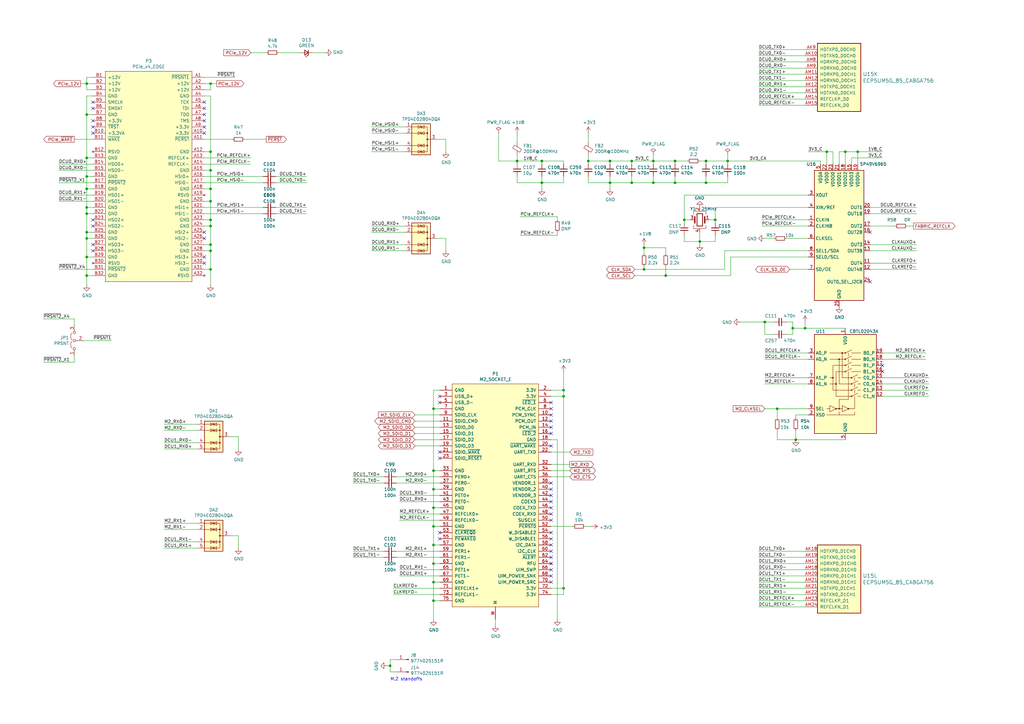
<source format=kicad_sch>
(kicad_sch (version 20210621) (generator eeschema)

  (uuid e5648d2a-c11b-49bf-ba13-b573bfaf3fec)

  (paper "A3")

  (lib_symbols
    (symbol "Analog_Switch:CBTL02043A" (in_bom yes) (on_board yes)
      (property "Reference" "U" (id 0) (at -12.7 21.59 0)
        (effects (font (size 1.27 1.27)) (justify left))
      )
      (property "Value" "CBTL02043A" (id 1) (at 6.35 21.59 0)
        (effects (font (size 1.27 1.27)))
      )
      (property "Footprint" "Package_DFN_QFN:WQFN-20-1EP_2.5x4.5mm_P0.5mm_EP1x2.9mm" (id 2) (at 1.905 -22.86 0)
        (effects (font (size 1.27 1.27)) hide)
      )
      (property "Datasheet" "https://www.nxp.com/docs/en/data-sheet/CBTL02043A_CBTL02043B.pdf" (id 3) (at 3.175 -8.89 0)
        (effects (font (size 1.27 1.27)) hide)
      )
      (property "ki_keywords" "Multiplexer Demultiplexer Switch Hi-Speed" (id 4) (at 0 0 0)
        (effects (font (size 1.27 1.27)) hide)
      )
      (property "ki_description" "3.3 V, 2 differential channel, 2:1 MUX/deMUX switch, 10 Gbps, WQFN-20" (id 5) (at 0 0 0)
        (effects (font (size 1.27 1.27)) hide)
      )
      (property "ki_fp_filters" "WQFN*1EP*2.5x4.5mm*P0.5mm*" (id 6) (at 0 0 0)
        (effects (font (size 1.27 1.27)) hide)
      )
      (symbol "CBTL02043A_0_1"
        (circle (center -5.08 2.54) (radius 0.254) (stroke (width 0)) (fill (type outline)))
        (circle (center -3.81 0) (radius 0.254) (stroke (width 0)) (fill (type outline)))
        (circle (center -2.54 10.16) (radius 0.254) (stroke (width 0)) (fill (type outline)))
        (circle (center -1.27 12.7) (radius 0.254) (stroke (width 0)) (fill (type outline)))
        (rectangle (start -12.7 20.32) (end 12.7 -20.32)
          (stroke (width 0.254)) (fill (type background))
        )
        (polyline
          (pts
            (xy -7.62 -10.16)
            (xy -6.35 -10.16)
          )
          (stroke (width 0)) (fill (type none))
        )
        (polyline
          (pts
            (xy -7.62 -12.7)
            (xy -2.54 -12.7)
            (xy -2.54 -11.43)
          )
          (stroke (width 0)) (fill (type none))
        )
        (polyline
          (pts
            (xy -2.54 -12.7)
            (xy 3.81 -12.7)
            (xy 3.81 -11.43)
          )
          (stroke (width 0)) (fill (type none))
        )
        (polyline
          (pts
            (xy 1.27 -10.16)
            (xy -1.27 -8.89)
            (xy -1.27 -11.43)
            (xy 1.27 -10.16)
          )
          (stroke (width 0)) (fill (type none))
        )
        (polyline
          (pts
            (xy 5.08 -3.81)
            (xy 2.54 -5.08)
            (xy -3.81 -5.08)
            (xy -3.81 0)
          )
          (stroke (width 0)) (fill (type none))
        )
        (polyline
          (pts
            (xy 5.08 -1.27)
            (xy 2.54 -2.54)
            (xy -5.08 -2.54)
            (xy -5.08 2.54)
          )
          (stroke (width 0)) (fill (type none))
        )
        (polyline
          (pts
            (xy 5.08 1.27)
            (xy 2.54 0)
            (xy -2.54 0)
            (xy -2.54 10.16)
          )
          (stroke (width 0)) (fill (type none))
        )
        (polyline
          (pts
            (xy 5.08 3.81)
            (xy 2.54 2.54)
            (xy -1.27 2.54)
            (xy -1.27 12.7)
          )
          (stroke (width 0)) (fill (type none))
        )
      )
      (symbol "CBTL02043A_1_1"
        (circle (center -3.81 -10.16) (radius 0.254) (stroke (width 0)) (fill (type none)))
        (circle (center 0 5.08) (radius 0.254) (stroke (width 0)) (fill (type none)))
        (circle (center 0 7.62) (radius 0.254) (stroke (width 0)) (fill (type none)))
        (circle (center 0 10.16) (radius 0.254) (stroke (width 0)) (fill (type none)))
        (circle (center 0 12.7) (radius 0.254) (stroke (width 0)) (fill (type none)))
        (circle (center 1.27 -10.16) (radius 0.254) (stroke (width 0)) (fill (type none)))
        (circle (center 2.54 -5.08) (radius 0.254) (stroke (width 0)) (fill (type none)))
        (circle (center 2.54 -2.54) (radius 0.254) (stroke (width 0)) (fill (type none)))
        (circle (center 2.54 0) (radius 0.254) (stroke (width 0)) (fill (type none)))
        (circle (center 2.54 2.54) (radius 0.254) (stroke (width 0)) (fill (type none)))
        (circle (center -2.54 -10.16) (radius 0.254) (stroke (width 0)) (fill (type outline)))
        (polyline
          (pts
            (xy -2.54 -10.16)
            (xy -1.27 -10.16)
          )
          (stroke (width 0)) (fill (type none))
        )
        (polyline
          (pts
            (xy 1.27 5.08)
            (xy 1.27 3.81)
          )
          (stroke (width 0)) (fill (type none))
        )
        (polyline
          (pts
            (xy 1.27 7.62)
            (xy 1.27 6.35)
          )
          (stroke (width 0)) (fill (type none))
        )
        (polyline
          (pts
            (xy 1.27 10.16)
            (xy 1.27 8.89)
          )
          (stroke (width 0)) (fill (type none))
        )
        (polyline
          (pts
            (xy 1.27 12.7)
            (xy 1.27 11.43)
          )
          (stroke (width 0)) (fill (type none))
        )
        (polyline
          (pts
            (xy 3.81 -3.81)
            (xy 3.81 -2.54)
          )
          (stroke (width 0)) (fill (type none))
        )
        (polyline
          (pts
            (xy 3.81 -1.27)
            (xy 3.81 0)
          )
          (stroke (width 0)) (fill (type none))
        )
        (polyline
          (pts
            (xy 3.81 1.27)
            (xy 3.81 2.54)
          )
          (stroke (width 0)) (fill (type none))
        )
        (polyline
          (pts
            (xy 6.35 -5.08)
            (xy 5.08 -5.08)
          )
          (stroke (width 0)) (fill (type none))
        )
        (polyline
          (pts
            (xy 6.35 -2.54)
            (xy 5.08 -2.54)
          )
          (stroke (width 0)) (fill (type none))
        )
        (polyline
          (pts
            (xy 6.35 0)
            (xy 5.08 0)
          )
          (stroke (width 0)) (fill (type none))
        )
        (polyline
          (pts
            (xy 6.35 2.54)
            (xy 5.08 2.54)
          )
          (stroke (width 0)) (fill (type none))
        )
        (polyline
          (pts
            (xy 6.35 5.08)
            (xy 2.54 5.08)
          )
          (stroke (width 0)) (fill (type none))
        )
        (polyline
          (pts
            (xy 6.35 7.62)
            (xy 2.54 7.62)
          )
          (stroke (width 0)) (fill (type none))
        )
        (polyline
          (pts
            (xy 6.35 10.16)
            (xy 2.54 10.16)
          )
          (stroke (width 0)) (fill (type none))
        )
        (polyline
          (pts
            (xy 6.35 12.7)
            (xy 2.54 12.7)
          )
          (stroke (width 0)) (fill (type none))
        )
        (polyline
          (pts
            (xy -6.35 10.16)
            (xy 0 10.16)
            (xy 2.54 11.43)
          )
          (stroke (width 0)) (fill (type none))
        )
        (polyline
          (pts
            (xy -6.35 12.7)
            (xy 0 12.7)
            (xy 2.54 13.97)
          )
          (stroke (width 0)) (fill (type none))
        )
        (polyline
          (pts
            (xy 1.27 -10.16)
            (xy 3.81 -10.16)
            (xy 3.81 -5.08)
          )
          (stroke (width 0)) (fill (type none))
        )
        (polyline
          (pts
            (xy -3.81 -10.16)
            (xy -6.35 -8.89)
            (xy -6.35 -11.43)
            (xy -3.81 -10.16)
          )
          (stroke (width 0)) (fill (type none))
        )
        (polyline
          (pts
            (xy -6.35 0)
            (xy -3.81 0)
            (xy -3.81 5.08)
            (xy 0 5.08)
            (xy 2.54 6.35)
          )
          (stroke (width 0)) (fill (type none))
        )
        (polyline
          (pts
            (xy -6.35 2.54)
            (xy -5.08 2.54)
            (xy -5.08 7.62)
            (xy 0 7.62)
            (xy 2.54 8.89)
          )
          (stroke (width 0)) (fill (type none))
        )
        (polyline
          (pts
            (xy 1.27 3.81)
            (xy 1.27 -6.35)
            (xy -2.54 -6.35)
            (xy -2.54 -10.16)
            (xy -3.81 -10.16)
          )
          (stroke (width 0)) (fill (type none))
        )
        (pin power_in line (at 0 22.86 270) (length 2.54)
          (name "VDD" (effects (font (size 1.27 1.27))))
          (number "1" (effects (font (size 1.27 1.27))))
        )
        (pin passive line (at 0 22.86 270) (length 2.54) hide
          (name "VDD" (effects (font (size 1.27 1.27))))
          (number "10" (effects (font (size 1.27 1.27))))
        )
        (pin passive line (at 0 -22.86 90) (length 2.54) hide
          (name "GND" (effects (font (size 1.27 1.27))))
          (number "11" (effects (font (size 1.27 1.27))))
        )
        (pin passive line (at 15.24 -5.08 180) (length 2.54)
          (name "C1_N" (effects (font (size 1.27 1.27))))
          (number "12" (effects (font (size 1.27 1.27))))
        )
        (pin passive line (at 15.24 -2.54 180) (length 2.54)
          (name "C1_P" (effects (font (size 1.27 1.27))))
          (number "13" (effects (font (size 1.27 1.27))))
        )
        (pin passive line (at 15.24 0 180) (length 2.54)
          (name "C0_N" (effects (font (size 1.27 1.27))))
          (number "14" (effects (font (size 1.27 1.27))))
        )
        (pin passive line (at 15.24 2.54 180) (length 2.54)
          (name "C0_P" (effects (font (size 1.27 1.27))))
          (number "15" (effects (font (size 1.27 1.27))))
        )
        (pin passive line (at 15.24 5.08 180) (length 2.54)
          (name "B1_N" (effects (font (size 1.27 1.27))))
          (number "16" (effects (font (size 1.27 1.27))))
        )
        (pin passive line (at 15.24 7.62 180) (length 2.54)
          (name "B1_P" (effects (font (size 1.27 1.27))))
          (number "17" (effects (font (size 1.27 1.27))))
        )
        (pin passive line (at 15.24 10.16 180) (length 2.54)
          (name "B0_N" (effects (font (size 1.27 1.27))))
          (number "18" (effects (font (size 1.27 1.27))))
        )
        (pin passive line (at 15.24 12.7 180) (length 2.54)
          (name "B0_P" (effects (font (size 1.27 1.27))))
          (number "19" (effects (font (size 1.27 1.27))))
        )
        (pin input line (at -15.24 -12.7 0) (length 2.54)
          (name "XSD" (effects (font (size 1.27 1.27))))
          (number "2" (effects (font (size 1.27 1.27))))
        )
        (pin passive line (at 0 -22.86 90) (length 2.54) hide
          (name "GND" (effects (font (size 1.27 1.27))))
          (number "20" (effects (font (size 1.27 1.27))))
        )
        (pin passive line (at 0 -22.86 90) (length 2.54) hide
          (name "GND" (effects (font (size 1.27 1.27))))
          (number "21" (effects (font (size 1.27 1.27))))
        )
        (pin passive line (at -15.24 12.7 0) (length 2.54)
          (name "A0_P" (effects (font (size 1.27 1.27))))
          (number "3" (effects (font (size 1.27 1.27))))
        )
        (pin passive line (at -15.24 10.16 0) (length 2.54)
          (name "A0_N" (effects (font (size 1.27 1.27))))
          (number "4" (effects (font (size 1.27 1.27))))
        )
        (pin power_in line (at 0 -22.86 90) (length 2.54)
          (name "GND" (effects (font (size 1.27 1.27))))
          (number "5" (effects (font (size 1.27 1.27))))
        )
        (pin passive line (at 0 22.86 270) (length 2.54) hide
          (name "VDD" (effects (font (size 1.27 1.27))))
          (number "6" (effects (font (size 1.27 1.27))))
        )
        (pin passive line (at -15.24 2.54 0) (length 2.54)
          (name "A1_P" (effects (font (size 1.27 1.27))))
          (number "7" (effects (font (size 1.27 1.27))))
        )
        (pin passive line (at -15.24 0 0) (length 2.54)
          (name "A1_N" (effects (font (size 1.27 1.27))))
          (number "8" (effects (font (size 1.27 1.27))))
        )
        (pin input line (at -15.24 -10.16 0) (length 2.54)
          (name "SEL" (effects (font (size 1.27 1.27))))
          (number "9" (effects (font (size 1.27 1.27))))
        )
      )
    )
    (symbol "Connector:Conn_01x01_Male" (pin_names (offset 1.016) hide) (in_bom yes) (on_board yes)
      (property "Reference" "J" (id 0) (at 0 2.54 0)
        (effects (font (size 1.27 1.27)))
      )
      (property "Value" "Conn_01x01_Male" (id 1) (at 0 -2.54 0)
        (effects (font (size 1.27 1.27)))
      )
      (property "Footprint" "" (id 2) (at 0 0 0)
        (effects (font (size 1.27 1.27)) hide)
      )
      (property "Datasheet" "~" (id 3) (at 0 0 0)
        (effects (font (size 1.27 1.27)) hide)
      )
      (property "ki_keywords" "connector" (id 4) (at 0 0 0)
        (effects (font (size 1.27 1.27)) hide)
      )
      (property "ki_description" "Generic connector, single row, 01x01, script generated (kicad-library-utils/schlib/autogen/connector/)" (id 5) (at 0 0 0)
        (effects (font (size 1.27 1.27)) hide)
      )
      (property "ki_fp_filters" "Connector*:*" (id 6) (at 0 0 0)
        (effects (font (size 1.27 1.27)) hide)
      )
      (symbol "Conn_01x01_Male_1_1"
        (rectangle (start 0.8636 0.127) (end 0 -0.127)
          (stroke (width 0.1524)) (fill (type outline))
        )
        (polyline
          (pts
            (xy 1.27 0)
            (xy 0.8636 0)
          )
          (stroke (width 0.1524)) (fill (type none))
        )
        (pin passive line (at 5.08 0 180) (length 3.81)
          (name "Pin_1" (effects (font (size 1.27 1.27))))
          (number "1" (effects (font (size 1.27 1.27))))
        )
      )
    )
    (symbol "Device:C_Small" (pin_numbers hide) (pin_names (offset 0.254) hide) (in_bom yes) (on_board yes)
      (property "Reference" "C" (id 0) (at 0.254 1.778 0)
        (effects (font (size 1.27 1.27)) (justify left))
      )
      (property "Value" "C_Small" (id 1) (at 0.254 -2.032 0)
        (effects (font (size 1.27 1.27)) (justify left))
      )
      (property "Footprint" "" (id 2) (at 0 0 0)
        (effects (font (size 1.27 1.27)) hide)
      )
      (property "Datasheet" "~" (id 3) (at 0 0 0)
        (effects (font (size 1.27 1.27)) hide)
      )
      (property "ki_keywords" "capacitor cap" (id 4) (at 0 0 0)
        (effects (font (size 1.27 1.27)) hide)
      )
      (property "ki_description" "Unpolarized capacitor, small symbol" (id 5) (at 0 0 0)
        (effects (font (size 1.27 1.27)) hide)
      )
      (property "ki_fp_filters" "C_*" (id 6) (at 0 0 0)
        (effects (font (size 1.27 1.27)) hide)
      )
      (symbol "C_Small_0_1"
        (polyline
          (pts
            (xy -1.524 -0.508)
            (xy 1.524 -0.508)
          )
          (stroke (width 0.3302)) (fill (type none))
        )
        (polyline
          (pts
            (xy -1.524 0.508)
            (xy 1.524 0.508)
          )
          (stroke (width 0.3048)) (fill (type none))
        )
      )
      (symbol "C_Small_1_1"
        (pin passive line (at 0 2.54 270) (length 2.032)
          (name "~" (effects (font (size 1.27 1.27))))
          (number "1" (effects (font (size 1.27 1.27))))
        )
        (pin passive line (at 0 -2.54 90) (length 2.032)
          (name "~" (effects (font (size 1.27 1.27))))
          (number "2" (effects (font (size 1.27 1.27))))
        )
      )
    )
    (symbol "Device:Crystal_GND24" (pin_names (offset 1.016) hide) (in_bom yes) (on_board yes)
      (property "Reference" "Y" (id 0) (at 3.175 5.08 0)
        (effects (font (size 1.27 1.27)) (justify left))
      )
      (property "Value" "Crystal_GND24" (id 1) (at 3.175 3.175 0)
        (effects (font (size 1.27 1.27)) (justify left))
      )
      (property "Footprint" "" (id 2) (at 0 0 0)
        (effects (font (size 1.27 1.27)) hide)
      )
      (property "Datasheet" "~" (id 3) (at 0 0 0)
        (effects (font (size 1.27 1.27)) hide)
      )
      (property "ki_keywords" "quartz ceramic resonator oscillator" (id 4) (at 0 0 0)
        (effects (font (size 1.27 1.27)) hide)
      )
      (property "ki_description" "Four pin crystal, GND on pins 2 and 4" (id 5) (at 0 0 0)
        (effects (font (size 1.27 1.27)) hide)
      )
      (property "ki_fp_filters" "Crystal*" (id 6) (at 0 0 0)
        (effects (font (size 1.27 1.27)) hide)
      )
      (symbol "Crystal_GND24_0_1"
        (rectangle (start -1.143 2.54) (end 1.143 -2.54)
          (stroke (width 0.3048)) (fill (type none))
        )
        (polyline
          (pts
            (xy -2.54 0)
            (xy -2.032 0)
          )
          (stroke (width 0)) (fill (type none))
        )
        (polyline
          (pts
            (xy -2.032 -1.27)
            (xy -2.032 1.27)
          )
          (stroke (width 0.508)) (fill (type none))
        )
        (polyline
          (pts
            (xy 0 -3.81)
            (xy 0 -3.556)
          )
          (stroke (width 0)) (fill (type none))
        )
        (polyline
          (pts
            (xy 0 3.556)
            (xy 0 3.81)
          )
          (stroke (width 0)) (fill (type none))
        )
        (polyline
          (pts
            (xy 2.032 -1.27)
            (xy 2.032 1.27)
          )
          (stroke (width 0.508)) (fill (type none))
        )
        (polyline
          (pts
            (xy 2.032 0)
            (xy 2.54 0)
          )
          (stroke (width 0)) (fill (type none))
        )
        (polyline
          (pts
            (xy -2.54 -2.286)
            (xy -2.54 -3.556)
            (xy 2.54 -3.556)
            (xy 2.54 -2.286)
          )
          (stroke (width 0)) (fill (type none))
        )
        (polyline
          (pts
            (xy -2.54 2.286)
            (xy -2.54 3.556)
            (xy 2.54 3.556)
            (xy 2.54 2.286)
          )
          (stroke (width 0)) (fill (type none))
        )
      )
      (symbol "Crystal_GND24_1_1"
        (pin passive line (at -3.81 0 0) (length 1.27)
          (name "1" (effects (font (size 1.27 1.27))))
          (number "1" (effects (font (size 1.27 1.27))))
        )
        (pin passive line (at 0 5.08 270) (length 1.27)
          (name "2" (effects (font (size 1.27 1.27))))
          (number "2" (effects (font (size 1.27 1.27))))
        )
        (pin passive line (at 3.81 0 180) (length 1.27)
          (name "3" (effects (font (size 1.27 1.27))))
          (number "3" (effects (font (size 1.27 1.27))))
        )
        (pin passive line (at 0 -5.08 90) (length 1.27)
          (name "4" (effects (font (size 1.27 1.27))))
          (number "4" (effects (font (size 1.27 1.27))))
        )
      )
    )
    (symbol "Device:Ferrite_Bead_Small" (pin_numbers hide) (pin_names (offset 0)) (in_bom yes) (on_board yes)
      (property "Reference" "FB" (id 0) (at 1.905 1.27 0)
        (effects (font (size 1.27 1.27)) (justify left))
      )
      (property "Value" "Device_Ferrite_Bead_Small" (id 1) (at 1.905 -1.27 0)
        (effects (font (size 1.27 1.27)) (justify left))
      )
      (property "Footprint" "" (id 2) (at -1.778 0 90)
        (effects (font (size 1.27 1.27)) hide)
      )
      (property "Datasheet" "" (id 3) (at 0 0 0)
        (effects (font (size 1.27 1.27)) hide)
      )
      (property "ki_fp_filters" "Inductor_* L_* *Ferrite*" (id 4) (at 0 0 0)
        (effects (font (size 1.27 1.27)) hide)
      )
      (symbol "Ferrite_Bead_Small_0_1"
        (polyline
          (pts
            (xy 0 -1.27)
            (xy 0 -0.7874)
          )
          (stroke (width 0)) (fill (type none))
        )
        (polyline
          (pts
            (xy 0 0.889)
            (xy 0 1.2954)
          )
          (stroke (width 0)) (fill (type none))
        )
        (polyline
          (pts
            (xy -1.8288 0.2794)
            (xy -1.1176 1.4986)
            (xy 1.8288 -0.2032)
            (xy 1.1176 -1.4224)
            (xy -1.8288 0.2794)
          )
          (stroke (width 0)) (fill (type none))
        )
      )
      (symbol "Ferrite_Bead_Small_1_1"
        (pin passive line (at 0 2.54 270) (length 1.27)
          (name "~" (effects (font (size 1.27 1.27))))
          (number "1" (effects (font (size 1.27 1.27))))
        )
        (pin passive line (at 0 -2.54 90) (length 1.27)
          (name "~" (effects (font (size 1.27 1.27))))
          (number "2" (effects (font (size 1.27 1.27))))
        )
      )
    )
    (symbol "Device:LED_Small" (pin_numbers hide) (pin_names (offset 0.254) hide) (in_bom yes) (on_board yes)
      (property "Reference" "D" (id 0) (at -1.27 3.175 0)
        (effects (font (size 1.27 1.27)) (justify left))
      )
      (property "Value" "LED_Small" (id 1) (at -4.445 -2.54 0)
        (effects (font (size 1.27 1.27)) (justify left))
      )
      (property "Footprint" "" (id 2) (at 0 0 90)
        (effects (font (size 1.27 1.27)) hide)
      )
      (property "Datasheet" "~" (id 3) (at 0 0 90)
        (effects (font (size 1.27 1.27)) hide)
      )
      (property "ki_keywords" "LED diode light-emitting-diode" (id 4) (at 0 0 0)
        (effects (font (size 1.27 1.27)) hide)
      )
      (property "ki_description" "Light emitting diode, small symbol" (id 5) (at 0 0 0)
        (effects (font (size 1.27 1.27)) hide)
      )
      (property "ki_fp_filters" "LED* LED_SMD:* LED_THT:*" (id 6) (at 0 0 0)
        (effects (font (size 1.27 1.27)) hide)
      )
      (symbol "LED_Small_0_1"
        (polyline
          (pts
            (xy -0.762 -1.016)
            (xy -0.762 1.016)
          )
          (stroke (width 0.254)) (fill (type none))
        )
        (polyline
          (pts
            (xy 1.016 0)
            (xy -0.762 0)
          )
          (stroke (width 0)) (fill (type none))
        )
        (polyline
          (pts
            (xy 0.762 -1.016)
            (xy -0.762 0)
            (xy 0.762 1.016)
            (xy 0.762 -1.016)
          )
          (stroke (width 0.254)) (fill (type none))
        )
        (polyline
          (pts
            (xy 0 0.762)
            (xy -0.508 1.27)
            (xy -0.254 1.27)
            (xy -0.508 1.27)
            (xy -0.508 1.016)
          )
          (stroke (width 0)) (fill (type none))
        )
        (polyline
          (pts
            (xy 0.508 1.27)
            (xy 0 1.778)
            (xy 0.254 1.778)
            (xy 0 1.778)
            (xy 0 1.524)
          )
          (stroke (width 0)) (fill (type none))
        )
      )
      (symbol "LED_Small_1_1"
        (pin passive line (at -2.54 0 0) (length 1.778)
          (name "K" (effects (font (size 1.27 1.27))))
          (number "1" (effects (font (size 1.27 1.27))))
        )
        (pin passive line (at 2.54 0 180) (length 1.778)
          (name "A" (effects (font (size 1.27 1.27))))
          (number "2" (effects (font (size 1.27 1.27))))
        )
      )
    )
    (symbol "Device:R_Small" (pin_numbers hide) (pin_names (offset 0.254) hide) (in_bom yes) (on_board yes)
      (property "Reference" "R" (id 0) (at 0.762 0.508 0)
        (effects (font (size 1.27 1.27)) (justify left))
      )
      (property "Value" "R_Small" (id 1) (at 0.762 -1.016 0)
        (effects (font (size 1.27 1.27)) (justify left))
      )
      (property "Footprint" "" (id 2) (at 0 0 0)
        (effects (font (size 1.27 1.27)) hide)
      )
      (property "Datasheet" "~" (id 3) (at 0 0 0)
        (effects (font (size 1.27 1.27)) hide)
      )
      (property "ki_keywords" "R resistor" (id 4) (at 0 0 0)
        (effects (font (size 1.27 1.27)) hide)
      )
      (property "ki_description" "Resistor, small symbol" (id 5) (at 0 0 0)
        (effects (font (size 1.27 1.27)) hide)
      )
      (property "ki_fp_filters" "R_*" (id 6) (at 0 0 0)
        (effects (font (size 1.27 1.27)) hide)
      )
      (symbol "R_Small_0_1"
        (rectangle (start -0.762 1.778) (end 0.762 -1.778)
          (stroke (width 0.2032)) (fill (type none))
        )
      )
      (symbol "R_Small_1_1"
        (pin passive line (at 0 2.54 270) (length 0.762)
          (name "~" (effects (font (size 1.27 1.27))))
          (number "1" (effects (font (size 1.27 1.27))))
        )
        (pin passive line (at 0 -2.54 90) (length 0.762)
          (name "~" (effects (font (size 1.27 1.27))))
          (number "2" (effects (font (size 1.27 1.27))))
        )
      )
    )
    (symbol "ECP5UM5G:ECP5UM5G_85_CABGA756" (pin_names (offset 1.016)) (in_bom yes) (on_board yes)
      (property "Reference" "U" (id 0) (at 3.81 6.35 0)
        (effects (font (size 1.524 1.524)) (justify right))
      )
      (property "Value" "ECP5UM5G_85_CABGA756" (id 1) (at 3.81 3.81 0)
        (effects (font (size 1.524 1.524)) (justify right))
      )
      (property "Footprint" "" (id 2) (at 0 0 0)
        (effects (font (size 1.27 1.27)) hide)
      )
      (property "Datasheet" "" (id 3) (at 0 0 0)
        (effects (font (size 1.27 1.27)) hide)
      )
      (property "manf#" "ECP5UM5G_85" (id 4) (at 3.81 -1.27 0)
        (effects (font (size 1.524 1.524)) (justify right) hide)
      )
      (property "ki_locked" "" (id 5) (at 0 0 0)
        (effects (font (size 1.27 1.27)))
      )
      (symbol "ECP5UM5G_85_CABGA756_1_1"
        (rectangle (start 5.08 22.86) (end 594.36 -104.14)
          (stroke (width 0.3048)) (fill (type background))
        )
        (pin power_in line (at 378.46 -109.22 90) (length 5.08)
          (name "GND" (effects (font (size 1.27 1.27))))
          (number "AA11" (effects (font (size 1.27 1.27))))
        )
        (pin power_in line (at 325.12 27.94 270) (length 5.08)
          (name "VCC" (effects (font (size 1.27 1.27))))
          (number "AA12" (effects (font (size 1.27 1.27))))
        )
        (pin power_in line (at 299.72 27.94 270) (length 5.08)
          (name "VCC" (effects (font (size 1.27 1.27))))
          (number "AA13" (effects (font (size 1.27 1.27))))
        )
        (pin power_in line (at 294.64 27.94 270) (length 5.08)
          (name "VCC" (effects (font (size 1.27 1.27))))
          (number "AA14" (effects (font (size 1.27 1.27))))
        )
        (pin power_in line (at 289.56 27.94 270) (length 5.08)
          (name "VCC" (effects (font (size 1.27 1.27))))
          (number "AA15" (effects (font (size 1.27 1.27))))
        )
        (pin power_in line (at 284.48 27.94 270) (length 5.08)
          (name "VCC" (effects (font (size 1.27 1.27))))
          (number "AA16" (effects (font (size 1.27 1.27))))
        )
        (pin power_in line (at 279.4 27.94 270) (length 5.08)
          (name "VCC" (effects (font (size 1.27 1.27))))
          (number "AA17" (effects (font (size 1.27 1.27))))
        )
        (pin power_in line (at 274.32 27.94 270) (length 5.08)
          (name "VCC" (effects (font (size 1.27 1.27))))
          (number "AA18" (effects (font (size 1.27 1.27))))
        )
        (pin power_in line (at 269.24 27.94 270) (length 5.08)
          (name "VCC" (effects (font (size 1.27 1.27))))
          (number "AA19" (effects (font (size 1.27 1.27))))
        )
        (pin power_in line (at 264.16 27.94 270) (length 5.08)
          (name "VCC" (effects (font (size 1.27 1.27))))
          (number "AA20" (effects (font (size 1.27 1.27))))
        )
        (pin power_in line (at 259.08 27.94 270) (length 5.08)
          (name "VCC" (effects (font (size 1.27 1.27))))
          (number "AA21" (effects (font (size 1.27 1.27))))
        )
        (pin power_in line (at 106.68 -109.22 90) (length 5.08)
          (name "GND" (effects (font (size 1.27 1.27))))
          (number "AA22" (effects (font (size 1.27 1.27))))
        )
        (pin power_in line (at 340.36 -109.22 90) (length 5.08)
          (name "GND" (effects (font (size 1.27 1.27))))
          (number "AB11" (effects (font (size 1.27 1.27))))
        )
        (pin power_in line (at 345.44 -109.22 90) (length 5.08)
          (name "GND" (effects (font (size 1.27 1.27))))
          (number "AB12" (effects (font (size 1.27 1.27))))
        )
        (pin power_in line (at 381 -109.22 90) (length 5.08)
          (name "GND" (effects (font (size 1.27 1.27))))
          (number "AB13" (effects (font (size 1.27 1.27))))
        )
        (pin power_in line (at 309.88 -109.22 90) (length 5.08)
          (name "GND" (effects (font (size 1.27 1.27))))
          (number "AB14" (effects (font (size 1.27 1.27))))
        )
        (pin power_in line (at 284.48 -109.22 90) (length 5.08)
          (name "GND" (effects (font (size 1.27 1.27))))
          (number "AB15" (effects (font (size 1.27 1.27))))
        )
        (pin power_in line (at 254 -109.22 90) (length 5.08)
          (name "GND" (effects (font (size 1.27 1.27))))
          (number "AB16" (effects (font (size 1.27 1.27))))
        )
        (pin power_in line (at 228.6 -109.22 90) (length 5.08)
          (name "GND" (effects (font (size 1.27 1.27))))
          (number "AB17" (effects (font (size 1.27 1.27))))
        )
        (pin power_in line (at 203.2 -109.22 90) (length 5.08)
          (name "GND" (effects (font (size 1.27 1.27))))
          (number "AB18" (effects (font (size 1.27 1.27))))
        )
        (pin power_in line (at 172.72 -109.22 90) (length 5.08)
          (name "GND" (effects (font (size 1.27 1.27))))
          (number "AB19" (effects (font (size 1.27 1.27))))
        )
        (pin power_in line (at 147.32 -109.22 90) (length 5.08)
          (name "GND" (effects (font (size 1.27 1.27))))
          (number "AB20" (effects (font (size 1.27 1.27))))
        )
        (pin power_in line (at 114.3 -109.22 90) (length 5.08)
          (name "GND" (effects (font (size 1.27 1.27))))
          (number "AB21" (effects (font (size 1.27 1.27))))
        )
        (pin power_in line (at 109.22 -109.22 90) (length 5.08)
          (name "GND" (effects (font (size 1.27 1.27))))
          (number "AB22" (effects (font (size 1.27 1.27))))
        )
        (pin power_in line (at 340.36 27.94 270) (length 5.08)
          (name "VCCAUX" (effects (font (size 1.27 1.27))))
          (number "AC11" (effects (font (size 1.27 1.27))))
        )
        (pin power_in line (at 347.98 -109.22 90) (length 5.08)
          (name "GND" (effects (font (size 1.27 1.27))))
          (number "AC12" (effects (font (size 1.27 1.27))))
        )
        (pin power_in line (at 215.9 27.94 270) (length 5.08)
          (name "VCCHTX0_D0CH0" (effects (font (size 1.27 1.27))))
          (number "AC13" (effects (font (size 1.27 1.27))))
        )
        (pin power_in line (at 218.44 27.94 270) (length 5.08)
          (name "VCCHRX0_D0CH0" (effects (font (size 1.27 1.27))))
          (number "AC14" (effects (font (size 1.27 1.27))))
        )
        (pin power_in line (at 220.98 27.94 270) (length 5.08)
          (name "VCCHRX1_D0CH1" (effects (font (size 1.27 1.27))))
          (number "AC15" (effects (font (size 1.27 1.27))))
        )
        (pin power_in line (at 223.52 27.94 270) (length 5.08)
          (name "VCCHTX1_D0CH1" (effects (font (size 1.27 1.27))))
          (number "AC16" (effects (font (size 1.27 1.27))))
        )
        (pin power_in line (at 226.06 27.94 270) (length 5.08)
          (name "VCCHTX0_D1CH0" (effects (font (size 1.27 1.27))))
          (number "AC17" (effects (font (size 1.27 1.27))))
        )
        (pin power_in line (at 228.6 27.94 270) (length 5.08)
          (name "VCCHRX0_D1CH0" (effects (font (size 1.27 1.27))))
          (number "AC18" (effects (font (size 1.27 1.27))))
        )
        (pin power_in line (at 231.14 27.94 270) (length 5.08)
          (name "VCCHRX1_D1CH1" (effects (font (size 1.27 1.27))))
          (number "AC19" (effects (font (size 1.27 1.27))))
        )
        (pin power_in line (at 233.68 27.94 270) (length 5.08)
          (name "VCCHTX1_D1CH1" (effects (font (size 1.27 1.27))))
          (number "AC20" (effects (font (size 1.27 1.27))))
        )
        (pin power_in line (at 116.84 -109.22 90) (length 5.08)
          (name "GND" (effects (font (size 1.27 1.27))))
          (number "AC21" (effects (font (size 1.27 1.27))))
        )
        (pin power_in line (at 332.74 27.94 270) (length 5.08)
          (name "VCCAUX" (effects (font (size 1.27 1.27))))
          (number "AC22" (effects (font (size 1.27 1.27))))
        )
        (pin no_connect line (at 0 -17.78 0) (length 5.08)
          (name "NC" (effects (font (size 1.27 1.27))))
          (number "AC29" (effects (font (size 1.27 1.27))))
        )
        (pin no_connect line (at 0 -76.2 0) (length 5.08)
          (name "NC" (effects (font (size 1.27 1.27))))
          (number "AC4" (effects (font (size 1.27 1.27))))
        )
        (pin power_in line (at 434.34 -109.22 90) (length 5.08)
          (name "GND" (effects (font (size 1.27 1.27))))
          (number "AD2" (effects (font (size 1.27 1.27))))
        )
        (pin power_in line (at 66.04 -109.22 90) (length 5.08)
          (name "GND" (effects (font (size 1.27 1.27))))
          (number "AD28" (effects (font (size 1.27 1.27))))
        )
        (pin power_in line (at 38.1 -109.22 90) (length 5.08)
          (name "GND" (effects (font (size 1.27 1.27))))
          (number "AD31" (effects (font (size 1.27 1.27))))
        )
        (pin power_in line (at 408.94 -109.22 90) (length 5.08)
          (name "GND" (effects (font (size 1.27 1.27))))
          (number "AD5" (effects (font (size 1.27 1.27))))
        )
        (pin no_connect line (at 0 -27.94 0) (length 5.08)
          (name "NC" (effects (font (size 1.27 1.27))))
          (number "AE26" (effects (font (size 1.27 1.27))))
        )
        (pin no_connect line (at 0 -66.04 0) (length 5.08)
          (name "NC" (effects (font (size 1.27 1.27))))
          (number "AE7" (effects (font (size 1.27 1.27))))
        )
        (pin power_in line (at 553.72 -109.22 90) (length 5.08)
          (name "GND" (effects (font (size 1.27 1.27))))
          (number "AF11" (effects (font (size 1.27 1.27))))
        )
        (pin power_in line (at 548.64 -109.22 90) (length 5.08)
          (name "GND" (effects (font (size 1.27 1.27))))
          (number "AF12" (effects (font (size 1.27 1.27))))
        )
        (pin power_in line (at 533.4 -109.22 90) (length 5.08)
          (name "GND" (effects (font (size 1.27 1.27))))
          (number "AF14" (effects (font (size 1.27 1.27))))
        )
        (pin power_in line (at 523.24 -109.22 90) (length 5.08)
          (name "GND" (effects (font (size 1.27 1.27))))
          (number "AF15" (effects (font (size 1.27 1.27))))
        )
        (pin power_in line (at 515.62 -109.22 90) (length 5.08)
          (name "GND" (effects (font (size 1.27 1.27))))
          (number "AF16" (effects (font (size 1.27 1.27))))
        )
        (pin power_in line (at 500.38 -109.22 90) (length 5.08)
          (name "GND" (effects (font (size 1.27 1.27))))
          (number "AF17" (effects (font (size 1.27 1.27))))
        )
        (pin power_in line (at 495.3 -109.22 90) (length 5.08)
          (name "GND" (effects (font (size 1.27 1.27))))
          (number "AF19" (effects (font (size 1.27 1.27))))
        )
        (pin power_in line (at 480.06 -109.22 90) (length 5.08)
          (name "GND" (effects (font (size 1.27 1.27))))
          (number "AF20" (effects (font (size 1.27 1.27))))
        )
        (pin power_in line (at 368.3 27.94 270) (length 5.08)
          (name "VCCA1" (effects (font (size 1.27 1.27))))
          (number "AF22" (effects (font (size 1.27 1.27))))
        )
        (pin power_in line (at 462.28 -109.22 90) (length 5.08)
          (name "GND" (effects (font (size 1.27 1.27))))
          (number "AF23" (effects (font (size 1.27 1.27))))
        )
        (pin power_in line (at 556.26 -109.22 90) (length 5.08)
          (name "GND" (effects (font (size 1.27 1.27))))
          (number "AG11" (effects (font (size 1.27 1.27))))
        )
        (pin power_in line (at 350.52 27.94 270) (length 5.08)
          (name "VCCA0" (effects (font (size 1.27 1.27))))
          (number "AG12" (effects (font (size 1.27 1.27))))
        )
        (pin power_in line (at 535.94 -109.22 90) (length 5.08)
          (name "GND" (effects (font (size 1.27 1.27))))
          (number "AG14" (effects (font (size 1.27 1.27))))
        )
        (pin power_in line (at 525.78 -109.22 90) (length 5.08)
          (name "GND" (effects (font (size 1.27 1.27))))
          (number "AG15" (effects (font (size 1.27 1.27))))
        )
        (pin power_in line (at 518.16 -109.22 90) (length 5.08)
          (name "GND" (effects (font (size 1.27 1.27))))
          (number "AG16" (effects (font (size 1.27 1.27))))
        )
        (pin power_in line (at 502.92 -109.22 90) (length 5.08)
          (name "GND" (effects (font (size 1.27 1.27))))
          (number "AG17" (effects (font (size 1.27 1.27))))
        )
        (pin power_in line (at 381 27.94 270) (length 5.08)
          (name "VCCA1" (effects (font (size 1.27 1.27))))
          (number "AG19" (effects (font (size 1.27 1.27))))
        )
        (pin no_connect line (at 0 -81.28 0) (length 5.08)
          (name "NC" (effects (font (size 1.27 1.27))))
          (number "AG2" (effects (font (size 1.27 1.27))))
        )
        (pin power_in line (at 482.6 -109.22 90) (length 5.08)
          (name "GND" (effects (font (size 1.27 1.27))))
          (number "AG20" (effects (font (size 1.27 1.27))))
        )
        (pin power_in line (at 370.84 27.94 270) (length 5.08)
          (name "VCCA1" (effects (font (size 1.27 1.27))))
          (number "AG22" (effects (font (size 1.27 1.27))))
        )
        (pin power_in line (at 464.82 -109.22 90) (length 5.08)
          (name "GND" (effects (font (size 1.27 1.27))))
          (number "AG23" (effects (font (size 1.27 1.27))))
        )
        (pin no_connect line (at 0 -33.02 0) (length 5.08)
          (name "NC" (effects (font (size 1.27 1.27))))
          (number "AG24" (effects (font (size 1.27 1.27))))
        )
        (pin no_connect line (at 0 -10.16 0) (length 5.08)
          (name "NC" (effects (font (size 1.27 1.27))))
          (number "AG31" (effects (font (size 1.27 1.27))))
        )
        (pin power_in line (at 360.68 27.94 270) (length 5.08)
          (name "VCCA0" (effects (font (size 1.27 1.27))))
          (number "AG9" (effects (font (size 1.27 1.27))))
        )
        (pin power_in line (at 558.8 -109.22 90) (length 5.08)
          (name "GND" (effects (font (size 1.27 1.27))))
          (number "AH11" (effects (font (size 1.27 1.27))))
        )
        (pin power_in line (at 353.06 27.94 270) (length 5.08)
          (name "VCCA0" (effects (font (size 1.27 1.27))))
          (number "AH12" (effects (font (size 1.27 1.27))))
        )
        (pin power_in line (at 538.48 -109.22 90) (length 5.08)
          (name "GND" (effects (font (size 1.27 1.27))))
          (number "AH14" (effects (font (size 1.27 1.27))))
        )
        (pin power_in line (at 528.32 -109.22 90) (length 5.08)
          (name "GND" (effects (font (size 1.27 1.27))))
          (number "AH15" (effects (font (size 1.27 1.27))))
        )
        (pin power_in line (at 520.7 -109.22 90) (length 5.08)
          (name "GND" (effects (font (size 1.27 1.27))))
          (number "AH16" (effects (font (size 1.27 1.27))))
        )
        (pin power_in line (at 505.46 -109.22 90) (length 5.08)
          (name "GND" (effects (font (size 1.27 1.27))))
          (number "AH17" (effects (font (size 1.27 1.27))))
        )
        (pin power_in line (at 383.54 27.94 270) (length 5.08)
          (name "VCCA1" (effects (font (size 1.27 1.27))))
          (number "AH19" (effects (font (size 1.27 1.27))))
        )
        (pin power_in line (at 436.88 -109.22 90) (length 5.08)
          (name "GND" (effects (font (size 1.27 1.27))))
          (number "AH2" (effects (font (size 1.27 1.27))))
        )
        (pin power_in line (at 485.14 -109.22 90) (length 5.08)
          (name "GND" (effects (font (size 1.27 1.27))))
          (number "AH20" (effects (font (size 1.27 1.27))))
        )
        (pin power_in line (at 373.38 27.94 270) (length 5.08)
          (name "VCCA1" (effects (font (size 1.27 1.27))))
          (number "AH22" (effects (font (size 1.27 1.27))))
        )
        (pin power_in line (at 467.36 -109.22 90) (length 5.08)
          (name "GND" (effects (font (size 1.27 1.27))))
          (number "AH23" (effects (font (size 1.27 1.27))))
        )
        (pin power_in line (at 457.2 -109.22 90) (length 5.08)
          (name "GND" (effects (font (size 1.27 1.27))))
          (number "AH24" (effects (font (size 1.27 1.27))))
        )
        (pin power_in line (at 454.66 -109.22 90) (length 5.08)
          (name "GND" (effects (font (size 1.27 1.27))))
          (number "AH25" (effects (font (size 1.27 1.27))))
        )
        (pin power_in line (at 441.96 -109.22 90) (length 5.08)
          (name "GND" (effects (font (size 1.27 1.27))))
          (number "AH26" (effects (font (size 1.27 1.27))))
        )
        (pin power_in line (at 45.72 -109.22 90) (length 5.08)
          (name "GND" (effects (font (size 1.27 1.27))))
          (number "AH29" (effects (font (size 1.27 1.27))))
        )
        (pin power_in line (at 40.64 -109.22 90) (length 5.08)
          (name "GND" (effects (font (size 1.27 1.27))))
          (number "AH31" (effects (font (size 1.27 1.27))))
        )
        (pin power_in line (at 411.48 -109.22 90) (length 5.08)
          (name "GND" (effects (font (size 1.27 1.27))))
          (number "AH5" (effects (font (size 1.27 1.27))))
        )
        (pin power_in line (at 581.66 -109.22 90) (length 5.08)
          (name "GND" (effects (font (size 1.27 1.27))))
          (number "AH7" (effects (font (size 1.27 1.27))))
        )
        (pin power_in line (at 571.5 -109.22 90) (length 5.08)
          (name "GND" (effects (font (size 1.27 1.27))))
          (number "AH8" (effects (font (size 1.27 1.27))))
        )
        (pin power_in line (at 363.22 27.94 270) (length 5.08)
          (name "VCCA0" (effects (font (size 1.27 1.27))))
          (number "AH9" (effects (font (size 1.27 1.27))))
        )
        (pin power_in line (at 358.14 27.94 270) (length 5.08)
          (name "VCCA0" (effects (font (size 1.27 1.27))))
          (number "AJ10" (effects (font (size 1.27 1.27))))
        )
        (pin power_in line (at 561.34 -109.22 90) (length 5.08)
          (name "GND" (effects (font (size 1.27 1.27))))
          (number "AJ11" (effects (font (size 1.27 1.27))))
        )
        (pin power_in line (at 355.6 27.94 270) (length 5.08)
          (name "VCCA0" (effects (font (size 1.27 1.27))))
          (number "AJ12" (effects (font (size 1.27 1.27))))
        )
        (pin power_in line (at 347.98 27.94 270) (length 5.08)
          (name "VCCA0" (effects (font (size 1.27 1.27))))
          (number "AJ13" (effects (font (size 1.27 1.27))))
        )
        (pin power_in line (at 541.02 -109.22 90) (length 5.08)
          (name "GND" (effects (font (size 1.27 1.27))))
          (number "AJ14" (effects (font (size 1.27 1.27))))
        )
        (pin power_in line (at 393.7 27.94 270) (length 5.08)
          (name "VCCAUXA0" (effects (font (size 1.27 1.27))))
          (number "AJ15" (effects (font (size 1.27 1.27))))
        )
        (pin power_in line (at 391.16 27.94 270) (length 5.08)
          (name "VCCAUXA0" (effects (font (size 1.27 1.27))))
          (number "AJ16" (effects (font (size 1.27 1.27))))
        )
        (pin power_in line (at 508 -109.22 90) (length 5.08)
          (name "GND" (effects (font (size 1.27 1.27))))
          (number "AJ17" (effects (font (size 1.27 1.27))))
        )
        (pin power_in line (at 388.62 27.94 270) (length 5.08)
          (name "VCCA1" (effects (font (size 1.27 1.27))))
          (number "AJ18" (effects (font (size 1.27 1.27))))
        )
        (pin power_in line (at 386.08 27.94 270) (length 5.08)
          (name "VCCA1" (effects (font (size 1.27 1.27))))
          (number "AJ19" (effects (font (size 1.27 1.27))))
        )
        (pin power_in line (at 487.68 -109.22 90) (length 5.08)
          (name "GND" (effects (font (size 1.27 1.27))))
          (number "AJ20" (effects (font (size 1.27 1.27))))
        )
        (pin power_in line (at 378.46 27.94 270) (length 5.08)
          (name "VCCA1" (effects (font (size 1.27 1.27))))
          (number "AJ21" (effects (font (size 1.27 1.27))))
        )
        (pin power_in line (at 375.92 27.94 270) (length 5.08)
          (name "VCCA1" (effects (font (size 1.27 1.27))))
          (number "AJ22" (effects (font (size 1.27 1.27))))
        )
        (pin power_in line (at 469.9 -109.22 90) (length 5.08)
          (name "GND" (effects (font (size 1.27 1.27))))
          (number "AJ23" (effects (font (size 1.27 1.27))))
        )
        (pin power_in line (at 398.78 27.94 270) (length 5.08)
          (name "VCCAUXA1" (effects (font (size 1.27 1.27))))
          (number "AJ24" (effects (font (size 1.27 1.27))))
        )
        (pin power_in line (at 396.24 27.94 270) (length 5.08)
          (name "VCCAUXA1" (effects (font (size 1.27 1.27))))
          (number "AJ25" (effects (font (size 1.27 1.27))))
        )
        (pin power_in line (at 444.5 -109.22 90) (length 5.08)
          (name "GND" (effects (font (size 1.27 1.27))))
          (number "AJ26" (effects (font (size 1.27 1.27))))
        )
        (pin power_in line (at 584.2 -109.22 90) (length 5.08)
          (name "GND" (effects (font (size 1.27 1.27))))
          (number "AJ7" (effects (font (size 1.27 1.27))))
        )
        (pin power_in line (at 574.04 -109.22 90) (length 5.08)
          (name "GND" (effects (font (size 1.27 1.27))))
          (number "AJ8" (effects (font (size 1.27 1.27))))
        )
        (pin power_in line (at 365.76 27.94 270) (length 5.08)
          (name "VCCA0" (effects (font (size 1.27 1.27))))
          (number "AJ9" (effects (font (size 1.27 1.27))))
        )
        (pin power_in line (at 563.88 -109.22 90) (length 5.08)
          (name "GND" (effects (font (size 1.27 1.27))))
          (number "AK11" (effects (font (size 1.27 1.27))))
        )
        (pin power_in line (at 543.56 -109.22 90) (length 5.08)
          (name "GND" (effects (font (size 1.27 1.27))))
          (number "AK14" (effects (font (size 1.27 1.27))))
        )
        (pin bidirectional line (at 0 0 0) (length 5.08)
          (name "RESERVED" (effects (font (size 1.27 1.27))))
          (number "AK15" (effects (font (size 1.27 1.27))))
        )
        (pin bidirectional line (at 0 -2.54 0) (length 5.08)
          (name "RESERVED" (effects (font (size 1.27 1.27))))
          (number "AK16" (effects (font (size 1.27 1.27))))
        )
        (pin power_in line (at 510.54 -109.22 90) (length 5.08)
          (name "GND" (effects (font (size 1.27 1.27))))
          (number "AK17" (effects (font (size 1.27 1.27))))
        )
        (pin power_in line (at 490.22 -109.22 90) (length 5.08)
          (name "GND" (effects (font (size 1.27 1.27))))
          (number "AK20" (effects (font (size 1.27 1.27))))
        )
        (pin power_in line (at 472.44 -109.22 90) (length 5.08)
          (name "GND" (effects (font (size 1.27 1.27))))
          (number "AK23" (effects (font (size 1.27 1.27))))
        )
        (pin bidirectional line (at 0 -5.08 0) (length 5.08)
          (name "RESERVED" (effects (font (size 1.27 1.27))))
          (number "AK24" (effects (font (size 1.27 1.27))))
        )
        (pin bidirectional line (at 0 -7.62 0) (length 5.08)
          (name "RESERVED" (effects (font (size 1.27 1.27))))
          (number "AK25" (effects (font (size 1.27 1.27))))
        )
        (pin power_in line (at 447.04 -109.22 90) (length 5.08)
          (name "GND" (effects (font (size 1.27 1.27))))
          (number "AK26" (effects (font (size 1.27 1.27))))
        )
        (pin power_in line (at 586.74 -109.22 90) (length 5.08)
          (name "GND" (effects (font (size 1.27 1.27))))
          (number "AK7" (effects (font (size 1.27 1.27))))
        )
        (pin power_in line (at 576.58 -109.22 90) (length 5.08)
          (name "GND" (effects (font (size 1.27 1.27))))
          (number "AK8" (effects (font (size 1.27 1.27))))
        )
        (pin power_in line (at 566.42 -109.22 90) (length 5.08)
          (name "GND" (effects (font (size 1.27 1.27))))
          (number "AL11" (effects (font (size 1.27 1.27))))
        )
        (pin power_in line (at 551.18 -109.22 90) (length 5.08)
          (name "GND" (effects (font (size 1.27 1.27))))
          (number "AL12" (effects (font (size 1.27 1.27))))
        )
        (pin power_in line (at 546.1 -109.22 90) (length 5.08)
          (name "GND" (effects (font (size 1.27 1.27))))
          (number "AL14" (effects (font (size 1.27 1.27))))
        )
        (pin power_in line (at 530.86 -109.22 90) (length 5.08)
          (name "GND" (effects (font (size 1.27 1.27))))
          (number "AL15" (effects (font (size 1.27 1.27))))
        )
        (pin power_in line (at 513.08 -109.22 90) (length 5.08)
          (name "GND" (effects (font (size 1.27 1.27))))
          (number "AL17" (effects (font (size 1.27 1.27))))
        )
        (pin power_in line (at 497.84 -109.22 90) (length 5.08)
          (name "GND" (effects (font (size 1.27 1.27))))
          (number "AL18" (effects (font (size 1.27 1.27))))
        )
        (pin power_in line (at 439.42 -109.22 90) (length 5.08)
          (name "GND" (effects (font (size 1.27 1.27))))
          (number "AL2" (effects (font (size 1.27 1.27))))
        )
        (pin power_in line (at 492.76 -109.22 90) (length 5.08)
          (name "GND" (effects (font (size 1.27 1.27))))
          (number "AL20" (effects (font (size 1.27 1.27))))
        )
        (pin power_in line (at 477.52 -109.22 90) (length 5.08)
          (name "GND" (effects (font (size 1.27 1.27))))
          (number "AL21" (effects (font (size 1.27 1.27))))
        )
        (pin power_in line (at 474.98 -109.22 90) (length 5.08)
          (name "GND" (effects (font (size 1.27 1.27))))
          (number "AL23" (effects (font (size 1.27 1.27))))
        )
        (pin power_in line (at 459.74 -109.22 90) (length 5.08)
          (name "GND" (effects (font (size 1.27 1.27))))
          (number "AL24" (effects (font (size 1.27 1.27))))
        )
        (pin power_in line (at 449.58 -109.22 90) (length 5.08)
          (name "GND" (effects (font (size 1.27 1.27))))
          (number "AL26" (effects (font (size 1.27 1.27))))
        )
        (pin power_in line (at 48.26 -109.22 90) (length 5.08)
          (name "GND" (effects (font (size 1.27 1.27))))
          (number "AL29" (effects (font (size 1.27 1.27))))
        )
        (pin power_in line (at 43.18 -109.22 90) (length 5.08)
          (name "GND" (effects (font (size 1.27 1.27))))
          (number "AL31" (effects (font (size 1.27 1.27))))
        )
        (pin power_in line (at 414.02 -109.22 90) (length 5.08)
          (name "GND" (effects (font (size 1.27 1.27))))
          (number "AL5" (effects (font (size 1.27 1.27))))
        )
        (pin power_in line (at 589.28 -109.22 90) (length 5.08)
          (name "GND" (effects (font (size 1.27 1.27))))
          (number "AL7" (effects (font (size 1.27 1.27))))
        )
        (pin power_in line (at 579.12 -109.22 90) (length 5.08)
          (name "GND" (effects (font (size 1.27 1.27))))
          (number "AL8" (effects (font (size 1.27 1.27))))
        )
        (pin power_in line (at 568.96 -109.22 90) (length 5.08)
          (name "GND" (effects (font (size 1.27 1.27))))
          (number "AL9" (effects (font (size 1.27 1.27))))
        )
        (pin power_in line (at 452.12 -109.22 90) (length 5.08)
          (name "GND" (effects (font (size 1.27 1.27))))
          (number "AM26" (effects (font (size 1.27 1.27))))
        )
        (pin power_in line (at 591.82 -109.22 90) (length 5.08)
          (name "GND" (effects (font (size 1.27 1.27))))
          (number "AM7" (effects (font (size 1.27 1.27))))
        )
        (pin power_in line (at 312.42 -109.22 90) (length 5.08)
          (name "GND" (effects (font (size 1.27 1.27))))
          (number "B13" (effects (font (size 1.27 1.27))))
        )
        (pin power_in line (at 256.54 -109.22 90) (length 5.08)
          (name "GND" (effects (font (size 1.27 1.27))))
          (number "B15" (effects (font (size 1.27 1.27))))
        )
        (pin power_in line (at 175.26 -109.22 90) (length 5.08)
          (name "GND" (effects (font (size 1.27 1.27))))
          (number "B18" (effects (font (size 1.27 1.27))))
        )
        (pin power_in line (at 416.56 -109.22 90) (length 5.08)
          (name "GND" (effects (font (size 1.27 1.27))))
          (number "B2" (effects (font (size 1.27 1.27))))
        )
        (pin power_in line (at 119.38 -109.22 90) (length 5.08)
          (name "GND" (effects (font (size 1.27 1.27))))
          (number "B20" (effects (font (size 1.27 1.27))))
        )
        (pin power_in line (at 68.58 -109.22 90) (length 5.08)
          (name "GND" (effects (font (size 1.27 1.27))))
          (number "B24" (effects (font (size 1.27 1.27))))
        )
        (pin power_in line (at 50.8 -109.22 90) (length 5.08)
          (name "GND" (effects (font (size 1.27 1.27))))
          (number "B28" (effects (font (size 1.27 1.27))))
        )
        (pin power_in line (at 20.32 -109.22 90) (length 5.08)
          (name "GND" (effects (font (size 1.27 1.27))))
          (number "B31" (effects (font (size 1.27 1.27))))
        )
        (pin power_in line (at 393.7 -109.22 90) (length 5.08)
          (name "GND" (effects (font (size 1.27 1.27))))
          (number "B5" (effects (font (size 1.27 1.27))))
        )
        (pin power_in line (at 388.62 -109.22 90) (length 5.08)
          (name "GND" (effects (font (size 1.27 1.27))))
          (number "B9" (effects (font (size 1.27 1.27))))
        )
        (pin power_in line (at 314.96 -109.22 90) (length 5.08)
          (name "GND" (effects (font (size 1.27 1.27))))
          (number "E13" (effects (font (size 1.27 1.27))))
        )
        (pin power_in line (at 259.08 -109.22 90) (length 5.08)
          (name "GND" (effects (font (size 1.27 1.27))))
          (number "E15" (effects (font (size 1.27 1.27))))
        )
        (pin power_in line (at 177.8 -109.22 90) (length 5.08)
          (name "GND" (effects (font (size 1.27 1.27))))
          (number "E18" (effects (font (size 1.27 1.27))))
        )
        (pin power_in line (at 419.1 -109.22 90) (length 5.08)
          (name "GND" (effects (font (size 1.27 1.27))))
          (number "E2" (effects (font (size 1.27 1.27))))
        )
        (pin power_in line (at 121.92 -109.22 90) (length 5.08)
          (name "GND" (effects (font (size 1.27 1.27))))
          (number "E20" (effects (font (size 1.27 1.27))))
        )
        (pin power_in line (at 71.12 -109.22 90) (length 5.08)
          (name "GND" (effects (font (size 1.27 1.27))))
          (number "E24" (effects (font (size 1.27 1.27))))
        )
        (pin no_connect line (at 0 -25.4 0) (length 5.08)
          (name "NC" (effects (font (size 1.27 1.27))))
          (number "E26" (effects (font (size 1.27 1.27))))
        )
        (pin power_in line (at 53.34 -109.22 90) (length 5.08)
          (name "GND" (effects (font (size 1.27 1.27))))
          (number "E28" (effects (font (size 1.27 1.27))))
        )
        (pin power_in line (at 22.86 -109.22 90) (length 5.08)
          (name "GND" (effects (font (size 1.27 1.27))))
          (number "E31" (effects (font (size 1.27 1.27))))
        )
        (pin power_in line (at 396.24 -109.22 90) (length 5.08)
          (name "GND" (effects (font (size 1.27 1.27))))
          (number "E5" (effects (font (size 1.27 1.27))))
        )
        (pin no_connect line (at 0 -63.5 0) (length 5.08)
          (name "NC" (effects (font (size 1.27 1.27))))
          (number "E7" (effects (font (size 1.27 1.27))))
        )
        (pin power_in line (at 391.16 -109.22 90) (length 5.08)
          (name "GND" (effects (font (size 1.27 1.27))))
          (number "E9" (effects (font (size 1.27 1.27))))
        )
        (pin no_connect line (at 0 -58.42 0) (length 5.08)
          (name "NC" (effects (font (size 1.27 1.27))))
          (number "G10" (effects (font (size 1.27 1.27))))
        )
        (pin no_connect line (at 0 -55.88 0) (length 5.08)
          (name "NC" (effects (font (size 1.27 1.27))))
          (number "G11" (effects (font (size 1.27 1.27))))
        )
        (pin no_connect line (at 0 -53.34 0) (length 5.08)
          (name "NC" (effects (font (size 1.27 1.27))))
          (number "G14" (effects (font (size 1.27 1.27))))
        )
        (pin no_connect line (at 0 -50.8 0) (length 5.08)
          (name "NC" (effects (font (size 1.27 1.27))))
          (number "G15" (effects (font (size 1.27 1.27))))
        )
        (pin no_connect line (at 0 -48.26 0) (length 5.08)
          (name "NC" (effects (font (size 1.27 1.27))))
          (number "G16" (effects (font (size 1.27 1.27))))
        )
        (pin no_connect line (at 0 -45.72 0) (length 5.08)
          (name "NC" (effects (font (size 1.27 1.27))))
          (number "G17" (effects (font (size 1.27 1.27))))
        )
        (pin no_connect line (at 0 -43.18 0) (length 5.08)
          (name "NC" (effects (font (size 1.27 1.27))))
          (number "G18" (effects (font (size 1.27 1.27))))
        )
        (pin no_connect line (at 0 -40.64 0) (length 5.08)
          (name "NC" (effects (font (size 1.27 1.27))))
          (number "G19" (effects (font (size 1.27 1.27))))
        )
        (pin no_connect line (at 0 -38.1 0) (length 5.08)
          (name "NC" (effects (font (size 1.27 1.27))))
          (number "G22" (effects (font (size 1.27 1.27))))
        )
        (pin no_connect line (at 0 -35.56 0) (length 5.08)
          (name "NC" (effects (font (size 1.27 1.27))))
          (number "G23" (effects (font (size 1.27 1.27))))
        )
        (pin no_connect line (at 0 -30.48 0) (length 5.08)
          (name "NC" (effects (font (size 1.27 1.27))))
          (number "G24" (effects (font (size 1.27 1.27))))
        )
        (pin no_connect line (at 0 -60.96 0) (length 5.08)
          (name "NC" (effects (font (size 1.27 1.27))))
          (number "G9" (effects (font (size 1.27 1.27))))
        )
        (pin no_connect line (at 0 -15.24 0) (length 5.08)
          (name "NC" (effects (font (size 1.27 1.27))))
          (number "H29" (effects (font (size 1.27 1.27))))
        )
        (pin no_connect line (at 0 -73.66 0) (length 5.08)
          (name "NC" (effects (font (size 1.27 1.27))))
          (number "H4" (effects (font (size 1.27 1.27))))
        )
        (pin power_in line (at 421.64 -109.22 90) (length 5.08)
          (name "GND" (effects (font (size 1.27 1.27))))
          (number "J2" (effects (font (size 1.27 1.27))))
        )
        (pin power_in line (at 55.88 -109.22 90) (length 5.08)
          (name "GND" (effects (font (size 1.27 1.27))))
          (number "J28" (effects (font (size 1.27 1.27))))
        )
        (pin power_in line (at 25.4 -109.22 90) (length 5.08)
          (name "GND" (effects (font (size 1.27 1.27))))
          (number "J31" (effects (font (size 1.27 1.27))))
        )
        (pin power_in line (at 398.78 -109.22 90) (length 5.08)
          (name "GND" (effects (font (size 1.27 1.27))))
          (number "J5" (effects (font (size 1.27 1.27))))
        )
        (pin power_in line (at 383.54 -109.22 90) (length 5.08)
          (name "GND" (effects (font (size 1.27 1.27))))
          (number "K10" (effects (font (size 1.27 1.27))))
        )
        (pin power_in line (at 350.52 -109.22 90) (length 5.08)
          (name "GND" (effects (font (size 1.27 1.27))))
          (number "K11" (effects (font (size 1.27 1.27))))
        )
        (pin power_in line (at 337.82 27.94 270) (length 5.08)
          (name "VCCAUX" (effects (font (size 1.27 1.27))))
          (number "K13" (effects (font (size 1.27 1.27))))
        )
        (pin power_in line (at 335.28 27.94 270) (length 5.08)
          (name "VCCAUX" (effects (font (size 1.27 1.27))))
          (number "K20" (effects (font (size 1.27 1.27))))
        )
        (pin power_in line (at 78.74 -109.22 90) (length 5.08)
          (name "GND" (effects (font (size 1.27 1.27))))
          (number "K22" (effects (font (size 1.27 1.27))))
        )
        (pin power_in line (at 73.66 -109.22 90) (length 5.08)
          (name "GND" (effects (font (size 1.27 1.27))))
          (number "K23" (effects (font (size 1.27 1.27))))
        )
        (pin power_in line (at 386.08 -109.22 90) (length 5.08)
          (name "GND" (effects (font (size 1.27 1.27))))
          (number "L10" (effects (font (size 1.27 1.27))))
        )
        (pin power_in line (at 353.06 -109.22 90) (length 5.08)
          (name "GND" (effects (font (size 1.27 1.27))))
          (number "L11" (effects (font (size 1.27 1.27))))
        )
        (pin power_in line (at 342.9 -109.22 90) (length 5.08)
          (name "GND" (effects (font (size 1.27 1.27))))
          (number "L12" (effects (font (size 1.27 1.27))))
        )
        (pin power_in line (at 317.5 -109.22 90) (length 5.08)
          (name "GND" (effects (font (size 1.27 1.27))))
          (number "L13" (effects (font (size 1.27 1.27))))
        )
        (pin power_in line (at 287.02 -109.22 90) (length 5.08)
          (name "GND" (effects (font (size 1.27 1.27))))
          (number "L14" (effects (font (size 1.27 1.27))))
        )
        (pin power_in line (at 261.62 -109.22 90) (length 5.08)
          (name "GND" (effects (font (size 1.27 1.27))))
          (number "L15" (effects (font (size 1.27 1.27))))
        )
        (pin power_in line (at 231.14 -109.22 90) (length 5.08)
          (name "GND" (effects (font (size 1.27 1.27))))
          (number "L16" (effects (font (size 1.27 1.27))))
        )
        (pin power_in line (at 205.74 -109.22 90) (length 5.08)
          (name "GND" (effects (font (size 1.27 1.27))))
          (number "L17" (effects (font (size 1.27 1.27))))
        )
        (pin power_in line (at 180.34 -109.22 90) (length 5.08)
          (name "GND" (effects (font (size 1.27 1.27))))
          (number "L18" (effects (font (size 1.27 1.27))))
        )
        (pin power_in line (at 149.86 -109.22 90) (length 5.08)
          (name "GND" (effects (font (size 1.27 1.27))))
          (number "L19" (effects (font (size 1.27 1.27))))
        )
        (pin power_in line (at 124.46 -109.22 90) (length 5.08)
          (name "GND" (effects (font (size 1.27 1.27))))
          (number "L20" (effects (font (size 1.27 1.27))))
        )
        (pin power_in line (at 111.76 -109.22 90) (length 5.08)
          (name "GND" (effects (font (size 1.27 1.27))))
          (number "L21" (effects (font (size 1.27 1.27))))
        )
        (pin power_in line (at 81.28 -109.22 90) (length 5.08)
          (name "GND" (effects (font (size 1.27 1.27))))
          (number "L22" (effects (font (size 1.27 1.27))))
        )
        (pin power_in line (at 76.2 -109.22 90) (length 5.08)
          (name "GND" (effects (font (size 1.27 1.27))))
          (number "L23" (effects (font (size 1.27 1.27))))
        )
        (pin no_connect line (at 0 -20.32 0) (length 5.08)
          (name "NC" (effects (font (size 1.27 1.27))))
          (number "L28" (effects (font (size 1.27 1.27))))
        )
        (pin no_connect line (at 0 -71.12 0) (length 5.08)
          (name "NC" (effects (font (size 1.27 1.27))))
          (number "L5" (effects (font (size 1.27 1.27))))
        )
        (pin power_in line (at 355.6 -109.22 90) (length 5.08)
          (name "GND" (effects (font (size 1.27 1.27))))
          (number "M11" (effects (font (size 1.27 1.27))))
        )
        (pin power_in line (at 302.26 27.94 270) (length 5.08)
          (name "VCC" (effects (font (size 1.27 1.27))))
          (number "M12" (effects (font (size 1.27 1.27))))
        )
        (pin power_in line (at 297.18 27.94 270) (length 5.08)
          (name "VCC" (effects (font (size 1.27 1.27))))
          (number "M13" (effects (font (size 1.27 1.27))))
        )
        (pin power_in line (at 292.1 27.94 270) (length 5.08)
          (name "VCC" (effects (font (size 1.27 1.27))))
          (number "M14" (effects (font (size 1.27 1.27))))
        )
        (pin power_in line (at 287.02 27.94 270) (length 5.08)
          (name "VCC" (effects (font (size 1.27 1.27))))
          (number "M15" (effects (font (size 1.27 1.27))))
        )
        (pin power_in line (at 281.94 27.94 270) (length 5.08)
          (name "VCC" (effects (font (size 1.27 1.27))))
          (number "M16" (effects (font (size 1.27 1.27))))
        )
        (pin power_in line (at 276.86 27.94 270) (length 5.08)
          (name "VCC" (effects (font (size 1.27 1.27))))
          (number "M17" (effects (font (size 1.27 1.27))))
        )
        (pin power_in line (at 271.78 27.94 270) (length 5.08)
          (name "VCC" (effects (font (size 1.27 1.27))))
          (number "M18" (effects (font (size 1.27 1.27))))
        )
        (pin power_in line (at 266.7 27.94 270) (length 5.08)
          (name "VCC" (effects (font (size 1.27 1.27))))
          (number "M19" (effects (font (size 1.27 1.27))))
        )
        (pin power_in line (at 261.62 27.94 270) (length 5.08)
          (name "VCC" (effects (font (size 1.27 1.27))))
          (number "M20" (effects (font (size 1.27 1.27))))
        )
        (pin power_in line (at 236.22 27.94 270) (length 5.08)
          (name "VCC" (effects (font (size 1.27 1.27))))
          (number "M21" (effects (font (size 1.27 1.27))))
        )
        (pin power_in line (at 83.82 -109.22 90) (length 5.08)
          (name "GND" (effects (font (size 1.27 1.27))))
          (number "M22" (effects (font (size 1.27 1.27))))
        )
        (pin power_in line (at 342.9 27.94 270) (length 5.08)
          (name "VCCAUX" (effects (font (size 1.27 1.27))))
          (number "N10" (effects (font (size 1.27 1.27))))
        )
        (pin power_in line (at 358.14 -109.22 90) (length 5.08)
          (name "GND" (effects (font (size 1.27 1.27))))
          (number "N11" (effects (font (size 1.27 1.27))))
        )
        (pin power_in line (at 304.8 27.94 270) (length 5.08)
          (name "VCC" (effects (font (size 1.27 1.27))))
          (number "N12" (effects (font (size 1.27 1.27))))
        )
        (pin power_in line (at 320.04 -109.22 90) (length 5.08)
          (name "GND" (effects (font (size 1.27 1.27))))
          (number "N13" (effects (font (size 1.27 1.27))))
        )
        (pin power_in line (at 289.56 -109.22 90) (length 5.08)
          (name "GND" (effects (font (size 1.27 1.27))))
          (number "N14" (effects (font (size 1.27 1.27))))
        )
        (pin power_in line (at 264.16 -109.22 90) (length 5.08)
          (name "GND" (effects (font (size 1.27 1.27))))
          (number "N15" (effects (font (size 1.27 1.27))))
        )
        (pin power_in line (at 233.68 -109.22 90) (length 5.08)
          (name "GND" (effects (font (size 1.27 1.27))))
          (number "N16" (effects (font (size 1.27 1.27))))
        )
        (pin power_in line (at 208.28 -109.22 90) (length 5.08)
          (name "GND" (effects (font (size 1.27 1.27))))
          (number "N17" (effects (font (size 1.27 1.27))))
        )
        (pin power_in line (at 182.88 -109.22 90) (length 5.08)
          (name "GND" (effects (font (size 1.27 1.27))))
          (number "N18" (effects (font (size 1.27 1.27))))
        )
        (pin power_in line (at 152.4 -109.22 90) (length 5.08)
          (name "GND" (effects (font (size 1.27 1.27))))
          (number "N19" (effects (font (size 1.27 1.27))))
        )
        (pin power_in line (at 424.18 -109.22 90) (length 5.08)
          (name "GND" (effects (font (size 1.27 1.27))))
          (number "N2" (effects (font (size 1.27 1.27))))
        )
        (pin power_in line (at 127 -109.22 90) (length 5.08)
          (name "GND" (effects (font (size 1.27 1.27))))
          (number "N20" (effects (font (size 1.27 1.27))))
        )
        (pin power_in line (at 238.76 27.94 270) (length 5.08)
          (name "VCC" (effects (font (size 1.27 1.27))))
          (number "N21" (effects (font (size 1.27 1.27))))
        )
        (pin power_in line (at 86.36 -109.22 90) (length 5.08)
          (name "GND" (effects (font (size 1.27 1.27))))
          (number "N22" (effects (font (size 1.27 1.27))))
        )
        (pin power_in line (at 327.66 27.94 270) (length 5.08)
          (name "VCCAUX" (effects (font (size 1.27 1.27))))
          (number "N23" (effects (font (size 1.27 1.27))))
        )
        (pin power_in line (at 58.42 -109.22 90) (length 5.08)
          (name "GND" (effects (font (size 1.27 1.27))))
          (number "N28" (effects (font (size 1.27 1.27))))
        )
        (pin power_in line (at 27.94 -109.22 90) (length 5.08)
          (name "GND" (effects (font (size 1.27 1.27))))
          (number "N31" (effects (font (size 1.27 1.27))))
        )
        (pin power_in line (at 401.32 -109.22 90) (length 5.08)
          (name "GND" (effects (font (size 1.27 1.27))))
          (number "N5" (effects (font (size 1.27 1.27))))
        )
        (pin power_in line (at 360.68 -109.22 90) (length 5.08)
          (name "GND" (effects (font (size 1.27 1.27))))
          (number "P11" (effects (font (size 1.27 1.27))))
        )
        (pin power_in line (at 307.34 27.94 270) (length 5.08)
          (name "VCC" (effects (font (size 1.27 1.27))))
          (number "P12" (effects (font (size 1.27 1.27))))
        )
        (pin power_in line (at 322.58 -109.22 90) (length 5.08)
          (name "GND" (effects (font (size 1.27 1.27))))
          (number "P13" (effects (font (size 1.27 1.27))))
        )
        (pin power_in line (at 292.1 -109.22 90) (length 5.08)
          (name "GND" (effects (font (size 1.27 1.27))))
          (number "P14" (effects (font (size 1.27 1.27))))
        )
        (pin power_in line (at 266.7 -109.22 90) (length 5.08)
          (name "GND" (effects (font (size 1.27 1.27))))
          (number "P15" (effects (font (size 1.27 1.27))))
        )
        (pin power_in line (at 236.22 -109.22 90) (length 5.08)
          (name "GND" (effects (font (size 1.27 1.27))))
          (number "P16" (effects (font (size 1.27 1.27))))
        )
        (pin power_in line (at 210.82 -109.22 90) (length 5.08)
          (name "GND" (effects (font (size 1.27 1.27))))
          (number "P17" (effects (font (size 1.27 1.27))))
        )
        (pin power_in line (at 185.42 -109.22 90) (length 5.08)
          (name "GND" (effects (font (size 1.27 1.27))))
          (number "P18" (effects (font (size 1.27 1.27))))
        )
        (pin power_in line (at 154.94 -109.22 90) (length 5.08)
          (name "GND" (effects (font (size 1.27 1.27))))
          (number "P19" (effects (font (size 1.27 1.27))))
        )
        (pin power_in line (at 129.54 -109.22 90) (length 5.08)
          (name "GND" (effects (font (size 1.27 1.27))))
          (number "P20" (effects (font (size 1.27 1.27))))
        )
        (pin power_in line (at 241.3 27.94 270) (length 5.08)
          (name "VCC" (effects (font (size 1.27 1.27))))
          (number "P21" (effects (font (size 1.27 1.27))))
        )
        (pin power_in line (at 88.9 -109.22 90) (length 5.08)
          (name "GND" (effects (font (size 1.27 1.27))))
          (number "P22" (effects (font (size 1.27 1.27))))
        )
        (pin power_in line (at 363.22 -109.22 90) (length 5.08)
          (name "GND" (effects (font (size 1.27 1.27))))
          (number "R11" (effects (font (size 1.27 1.27))))
        )
        (pin power_in line (at 309.88 27.94 270) (length 5.08)
          (name "VCC" (effects (font (size 1.27 1.27))))
          (number "R12" (effects (font (size 1.27 1.27))))
        )
        (pin power_in line (at 325.12 -109.22 90) (length 5.08)
          (name "GND" (effects (font (size 1.27 1.27))))
          (number "R13" (effects (font (size 1.27 1.27))))
        )
        (pin power_in line (at 294.64 -109.22 90) (length 5.08)
          (name "GND" (effects (font (size 1.27 1.27))))
          (number "R14" (effects (font (size 1.27 1.27))))
        )
        (pin power_in line (at 269.24 -109.22 90) (length 5.08)
          (name "GND" (effects (font (size 1.27 1.27))))
          (number "R15" (effects (font (size 1.27 1.27))))
        )
        (pin power_in line (at 238.76 -109.22 90) (length 5.08)
          (name "GND" (effects (font (size 1.27 1.27))))
          (number "R16" (effects (font (size 1.27 1.27))))
        )
        (pin power_in line (at 213.36 -109.22 90) (length 5.08)
          (name "GND" (effects (font (size 1.27 1.27))))
          (number "R17" (effects (font (size 1.27 1.27))))
        )
        (pin power_in line (at 187.96 -109.22 90) (length 5.08)
          (name "GND" (effects (font (size 1.27 1.27))))
          (number "R18" (effects (font (size 1.27 1.27))))
        )
        (pin power_in line (at 157.48 -109.22 90) (length 5.08)
          (name "GND" (effects (font (size 1.27 1.27))))
          (number "R19" (effects (font (size 1.27 1.27))))
        )
        (pin power_in line (at 426.72 -109.22 90) (length 5.08)
          (name "GND" (effects (font (size 1.27 1.27))))
          (number "R2" (effects (font (size 1.27 1.27))))
        )
        (pin power_in line (at 132.08 -109.22 90) (length 5.08)
          (name "GND" (effects (font (size 1.27 1.27))))
          (number "R20" (effects (font (size 1.27 1.27))))
        )
        (pin power_in line (at 243.84 27.94 270) (length 5.08)
          (name "VCC" (effects (font (size 1.27 1.27))))
          (number "R21" (effects (font (size 1.27 1.27))))
        )
        (pin power_in line (at 91.44 -109.22 90) (length 5.08)
          (name "GND" (effects (font (size 1.27 1.27))))
          (number "R22" (effects (font (size 1.27 1.27))))
        )
        (pin power_in line (at 60.96 -109.22 90) (length 5.08)
          (name "GND" (effects (font (size 1.27 1.27))))
          (number "R28" (effects (font (size 1.27 1.27))))
        )
        (pin power_in line (at 30.48 -109.22 90) (length 5.08)
          (name "GND" (effects (font (size 1.27 1.27))))
          (number "R31" (effects (font (size 1.27 1.27))))
        )
        (pin power_in line (at 403.86 -109.22 90) (length 5.08)
          (name "GND" (effects (font (size 1.27 1.27))))
          (number "R5" (effects (font (size 1.27 1.27))))
        )
        (pin power_in line (at 365.76 -109.22 90) (length 5.08)
          (name "GND" (effects (font (size 1.27 1.27))))
          (number "T11" (effects (font (size 1.27 1.27))))
        )
        (pin power_in line (at 312.42 27.94 270) (length 5.08)
          (name "VCC" (effects (font (size 1.27 1.27))))
          (number "T12" (effects (font (size 1.27 1.27))))
        )
        (pin power_in line (at 327.66 -109.22 90) (length 5.08)
          (name "GND" (effects (font (size 1.27 1.27))))
          (number "T13" (effects (font (size 1.27 1.27))))
        )
        (pin power_in line (at 297.18 -109.22 90) (length 5.08)
          (name "GND" (effects (font (size 1.27 1.27))))
          (number "T14" (effects (font (size 1.27 1.27))))
        )
        (pin power_in line (at 271.78 -109.22 90) (length 5.08)
          (name "GND" (effects (font (size 1.27 1.27))))
          (number "T15" (effects (font (size 1.27 1.27))))
        )
        (pin power_in line (at 241.3 -109.22 90) (length 5.08)
          (name "GND" (effects (font (size 1.27 1.27))))
          (number "T16" (effects (font (size 1.27 1.27))))
        )
        (pin power_in line (at 215.9 -109.22 90) (length 5.08)
          (name "GND" (effects (font (size 1.27 1.27))))
          (number "T17" (effects (font (size 1.27 1.27))))
        )
        (pin power_in line (at 190.5 -109.22 90) (length 5.08)
          (name "GND" (effects (font (size 1.27 1.27))))
          (number "T18" (effects (font (size 1.27 1.27))))
        )
        (pin power_in line (at 160.02 -109.22 90) (length 5.08)
          (name "GND" (effects (font (size 1.27 1.27))))
          (number "T19" (effects (font (size 1.27 1.27))))
        )
        (pin power_in line (at 134.62 -109.22 90) (length 5.08)
          (name "GND" (effects (font (size 1.27 1.27))))
          (number "T20" (effects (font (size 1.27 1.27))))
        )
        (pin power_in line (at 246.38 27.94 270) (length 5.08)
          (name "VCC" (effects (font (size 1.27 1.27))))
          (number "T21" (effects (font (size 1.27 1.27))))
        )
        (pin power_in line (at 93.98 -109.22 90) (length 5.08)
          (name "GND" (effects (font (size 1.27 1.27))))
          (number "T22" (effects (font (size 1.27 1.27))))
        )
        (pin power_in line (at 368.3 -109.22 90) (length 5.08)
          (name "GND" (effects (font (size 1.27 1.27))))
          (number "U11" (effects (font (size 1.27 1.27))))
        )
        (pin power_in line (at 314.96 27.94 270) (length 5.08)
          (name "VCC" (effects (font (size 1.27 1.27))))
          (number "U12" (effects (font (size 1.27 1.27))))
        )
        (pin power_in line (at 330.2 -109.22 90) (length 5.08)
          (name "GND" (effects (font (size 1.27 1.27))))
          (number "U13" (effects (font (size 1.27 1.27))))
        )
        (pin power_in line (at 299.72 -109.22 90) (length 5.08)
          (name "GND" (effects (font (size 1.27 1.27))))
          (number "U14" (effects (font (size 1.27 1.27))))
        )
        (pin power_in line (at 274.32 -109.22 90) (length 5.08)
          (name "GND" (effects (font (size 1.27 1.27))))
          (number "U15" (effects (font (size 1.27 1.27))))
        )
        (pin power_in line (at 243.84 -109.22 90) (length 5.08)
          (name "GND" (effects (font (size 1.27 1.27))))
          (number "U16" (effects (font (size 1.27 1.27))))
        )
        (pin power_in line (at 218.44 -109.22 90) (length 5.08)
          (name "GND" (effects (font (size 1.27 1.27))))
          (number "U17" (effects (font (size 1.27 1.27))))
        )
        (pin power_in line (at 193.04 -109.22 90) (length 5.08)
          (name "GND" (effects (font (size 1.27 1.27))))
          (number "U18" (effects (font (size 1.27 1.27))))
        )
        (pin power_in line (at 162.56 -109.22 90) (length 5.08)
          (name "GND" (effects (font (size 1.27 1.27))))
          (number "U19" (effects (font (size 1.27 1.27))))
        )
        (pin power_in line (at 137.16 -109.22 90) (length 5.08)
          (name "GND" (effects (font (size 1.27 1.27))))
          (number "U20" (effects (font (size 1.27 1.27))))
        )
        (pin power_in line (at 248.92 27.94 270) (length 5.08)
          (name "VCC" (effects (font (size 1.27 1.27))))
          (number "U21" (effects (font (size 1.27 1.27))))
        )
        (pin power_in line (at 96.52 -109.22 90) (length 5.08)
          (name "GND" (effects (font (size 1.27 1.27))))
          (number "U22" (effects (font (size 1.27 1.27))))
        )
        (pin power_in line (at 370.84 -109.22 90) (length 5.08)
          (name "GND" (effects (font (size 1.27 1.27))))
          (number "V11" (effects (font (size 1.27 1.27))))
        )
        (pin power_in line (at 317.5 27.94 270) (length 5.08)
          (name "VCC" (effects (font (size 1.27 1.27))))
          (number "V12" (effects (font (size 1.27 1.27))))
        )
        (pin power_in line (at 332.74 -109.22 90) (length 5.08)
          (name "GND" (effects (font (size 1.27 1.27))))
          (number "V13" (effects (font (size 1.27 1.27))))
        )
        (pin power_in line (at 302.26 -109.22 90) (length 5.08)
          (name "GND" (effects (font (size 1.27 1.27))))
          (number "V14" (effects (font (size 1.27 1.27))))
        )
        (pin power_in line (at 276.86 -109.22 90) (length 5.08)
          (name "GND" (effects (font (size 1.27 1.27))))
          (number "V15" (effects (font (size 1.27 1.27))))
        )
        (pin power_in line (at 246.38 -109.22 90) (length 5.08)
          (name "GND" (effects (font (size 1.27 1.27))))
          (number "V16" (effects (font (size 1.27 1.27))))
        )
        (pin power_in line (at 220.98 -109.22 90) (length 5.08)
          (name "GND" (effects (font (size 1.27 1.27))))
          (number "V17" (effects (font (size 1.27 1.27))))
        )
        (pin power_in line (at 195.58 -109.22 90) (length 5.08)
          (name "GND" (effects (font (size 1.27 1.27))))
          (number "V18" (effects (font (size 1.27 1.27))))
        )
        (pin power_in line (at 165.1 -109.22 90) (length 5.08)
          (name "GND" (effects (font (size 1.27 1.27))))
          (number "V19" (effects (font (size 1.27 1.27))))
        )
        (pin power_in line (at 429.26 -109.22 90) (length 5.08)
          (name "GND" (effects (font (size 1.27 1.27))))
          (number "V2" (effects (font (size 1.27 1.27))))
        )
        (pin power_in line (at 139.7 -109.22 90) (length 5.08)
          (name "GND" (effects (font (size 1.27 1.27))))
          (number "V20" (effects (font (size 1.27 1.27))))
        )
        (pin power_in line (at 251.46 27.94 270) (length 5.08)
          (name "VCC" (effects (font (size 1.27 1.27))))
          (number "V21" (effects (font (size 1.27 1.27))))
        )
        (pin power_in line (at 99.06 -109.22 90) (length 5.08)
          (name "GND" (effects (font (size 1.27 1.27))))
          (number "V22" (effects (font (size 1.27 1.27))))
        )
        (pin power_in line (at 63.5 -109.22 90) (length 5.08)
          (name "GND" (effects (font (size 1.27 1.27))))
          (number "V28" (effects (font (size 1.27 1.27))))
        )
        (pin no_connect line (at 0 -78.74 0) (length 5.08)
          (name "NC" (effects (font (size 1.27 1.27))))
          (number "V3" (effects (font (size 1.27 1.27))))
        )
        (pin no_connect line (at 0 -12.7 0) (length 5.08)
          (name "NC" (effects (font (size 1.27 1.27))))
          (number "V30" (effects (font (size 1.27 1.27))))
        )
        (pin power_in line (at 33.02 -109.22 90) (length 5.08)
          (name "GND" (effects (font (size 1.27 1.27))))
          (number "V31" (effects (font (size 1.27 1.27))))
        )
        (pin power_in line (at 406.4 -109.22 90) (length 5.08)
          (name "GND" (effects (font (size 1.27 1.27))))
          (number "V5" (effects (font (size 1.27 1.27))))
        )
        (pin power_in line (at 373.38 -109.22 90) (length 5.08)
          (name "GND" (effects (font (size 1.27 1.27))))
          (number "W11" (effects (font (size 1.27 1.27))))
        )
        (pin power_in line (at 320.04 27.94 270) (length 5.08)
          (name "VCC" (effects (font (size 1.27 1.27))))
          (number "W12" (effects (font (size 1.27 1.27))))
        )
        (pin power_in line (at 335.28 -109.22 90) (length 5.08)
          (name "GND" (effects (font (size 1.27 1.27))))
          (number "W13" (effects (font (size 1.27 1.27))))
        )
        (pin power_in line (at 304.8 -109.22 90) (length 5.08)
          (name "GND" (effects (font (size 1.27 1.27))))
          (number "W14" (effects (font (size 1.27 1.27))))
        )
        (pin power_in line (at 279.4 -109.22 90) (length 5.08)
          (name "GND" (effects (font (size 1.27 1.27))))
          (number "W15" (effects (font (size 1.27 1.27))))
        )
        (pin power_in line (at 248.92 -109.22 90) (length 5.08)
          (name "GND" (effects (font (size 1.27 1.27))))
          (number "W16" (effects (font (size 1.27 1.27))))
        )
        (pin power_in line (at 223.52 -109.22 90) (length 5.08)
          (name "GND" (effects (font (size 1.27 1.27))))
          (number "W17" (effects (font (size 1.27 1.27))))
        )
        (pin power_in line (at 198.12 -109.22 90) (length 5.08)
          (name "GND" (effects (font (size 1.27 1.27))))
          (number "W18" (effects (font (size 1.27 1.27))))
        )
        (pin power_in line (at 167.64 -109.22 90) (length 5.08)
          (name "GND" (effects (font (size 1.27 1.27))))
          (number "W19" (effects (font (size 1.27 1.27))))
        )
        (pin power_in line (at 142.24 -109.22 90) (length 5.08)
          (name "GND" (effects (font (size 1.27 1.27))))
          (number "W20" (effects (font (size 1.27 1.27))))
        )
        (pin power_in line (at 254 27.94 270) (length 5.08)
          (name "VCC" (effects (font (size 1.27 1.27))))
          (number "W21" (effects (font (size 1.27 1.27))))
        )
        (pin power_in line (at 101.6 -109.22 90) (length 5.08)
          (name "GND" (effects (font (size 1.27 1.27))))
          (number "W22" (effects (font (size 1.27 1.27))))
        )
        (pin no_connect line (at 0 -22.86 0) (length 5.08)
          (name "NC" (effects (font (size 1.27 1.27))))
          (number "W27" (effects (font (size 1.27 1.27))))
        )
        (pin no_connect line (at 0 -68.58 0) (length 5.08)
          (name "NC" (effects (font (size 1.27 1.27))))
          (number "W6" (effects (font (size 1.27 1.27))))
        )
        (pin power_in line (at 345.44 27.94 270) (length 5.08)
          (name "VCCAUX" (effects (font (size 1.27 1.27))))
          (number "Y10" (effects (font (size 1.27 1.27))))
        )
        (pin power_in line (at 375.92 -109.22 90) (length 5.08)
          (name "GND" (effects (font (size 1.27 1.27))))
          (number "Y11" (effects (font (size 1.27 1.27))))
        )
        (pin power_in line (at 322.58 27.94 270) (length 5.08)
          (name "VCC" (effects (font (size 1.27 1.27))))
          (number "Y12" (effects (font (size 1.27 1.27))))
        )
        (pin power_in line (at 337.82 -109.22 90) (length 5.08)
          (name "GND" (effects (font (size 1.27 1.27))))
          (number "Y13" (effects (font (size 1.27 1.27))))
        )
        (pin power_in line (at 307.34 -109.22 90) (length 5.08)
          (name "GND" (effects (font (size 1.27 1.27))))
          (number "Y14" (effects (font (size 1.27 1.27))))
        )
        (pin power_in line (at 281.94 -109.22 90) (length 5.08)
          (name "GND" (effects (font (size 1.27 1.27))))
          (number "Y15" (effects (font (size 1.27 1.27))))
        )
        (pin power_in line (at 251.46 -109.22 90) (length 5.08)
          (name "GND" (effects (font (size 1.27 1.27))))
          (number "Y16" (effects (font (size 1.27 1.27))))
        )
        (pin power_in line (at 226.06 -109.22 90) (length 5.08)
          (name "GND" (effects (font (size 1.27 1.27))))
          (number "Y17" (effects (font (size 1.27 1.27))))
        )
        (pin power_in line (at 200.66 -109.22 90) (length 5.08)
          (name "GND" (effects (font (size 1.27 1.27))))
          (number "Y18" (effects (font (size 1.27 1.27))))
        )
        (pin power_in line (at 170.18 -109.22 90) (length 5.08)
          (name "GND" (effects (font (size 1.27 1.27))))
          (number "Y19" (effects (font (size 1.27 1.27))))
        )
        (pin power_in line (at 431.8 -109.22 90) (length 5.08)
          (name "GND" (effects (font (size 1.27 1.27))))
          (number "Y2" (effects (font (size 1.27 1.27))))
        )
        (pin power_in line (at 144.78 -109.22 90) (length 5.08)
          (name "GND" (effects (font (size 1.27 1.27))))
          (number "Y20" (effects (font (size 1.27 1.27))))
        )
        (pin power_in line (at 256.54 27.94 270) (length 5.08)
          (name "VCC" (effects (font (size 1.27 1.27))))
          (number "Y21" (effects (font (size 1.27 1.27))))
        )
        (pin power_in line (at 104.14 -109.22 90) (length 5.08)
          (name "GND" (effects (font (size 1.27 1.27))))
          (number "Y22" (effects (font (size 1.27 1.27))))
        )
        (pin power_in line (at 330.2 27.94 270) (length 5.08)
          (name "VCCAUX" (effects (font (size 1.27 1.27))))
          (number "Y23" (effects (font (size 1.27 1.27))))
        )
        (pin power_in line (at 35.56 -109.22 90) (length 5.08)
          (name "GND" (effects (font (size 1.27 1.27))))
          (number "Y31" (effects (font (size 1.27 1.27))))
        )
      )
      (symbol "ECP5UM5G_85_CABGA756_2_1"
        (rectangle (start 5.08 12.7) (end 27.94 -142.24)
          (stroke (width 0.3048)) (fill (type background))
        )
        (pin bidirectional line (at 0 -73.66 0) (length 5.08)
          (name "PT31B" (effects (font (size 1.27 1.27))))
          (number "A10" (effects (font (size 1.27 1.27))))
        )
        (pin bidirectional line (at 0 -60.96 0) (length 5.08)
          (name "PT38B" (effects (font (size 1.27 1.27))))
          (number "A11" (effects (font (size 1.27 1.27))))
        )
        (pin bidirectional line (at 0 -50.8 0) (length 5.08)
          (name "PT42B" (effects (font (size 1.27 1.27))))
          (number "A13" (effects (font (size 1.27 1.27))))
        )
        (pin bidirectional line (at 0 -33.02 0) (length 5.08)
          (name "PT49B" (effects (font (size 1.27 1.27))))
          (number "A14" (effects (font (size 1.27 1.27))))
        )
        (pin bidirectional line (at 0 -22.86 0) (length 5.08)
          (name "PT54B" (effects (font (size 1.27 1.27))))
          (number "A15" (effects (font (size 1.27 1.27))))
        )
        (pin bidirectional line (at 0 -10.16 0) (length 5.08)
          (name "PT60B" (effects (font (size 1.27 1.27))))
          (number "A16" (effects (font (size 1.27 1.27))))
        )
        (pin bidirectional line (at 0 -7.62 0) (length 5.08)
          (name "PT63A" (effects (font (size 1.27 1.27))))
          (number "A17" (effects (font (size 1.27 1.27))))
        )
        (pin bidirectional line (at 0 -137.16 0) (length 5.08)
          (name "PT6A" (effects (font (size 1.27 1.27))))
          (number "A2" (effects (font (size 1.27 1.27))))
        )
        (pin bidirectional line (at 0 -132.08 0) (length 5.08)
          (name "PT6B" (effects (font (size 1.27 1.27))))
          (number "A3" (effects (font (size 1.27 1.27))))
        )
        (pin bidirectional line (at 0 -129.54 0) (length 5.08)
          (name "PT9A" (effects (font (size 1.27 1.27))))
          (number "A4" (effects (font (size 1.27 1.27))))
        )
        (pin bidirectional line (at 0 -124.46 0) (length 5.08)
          (name "PT9B" (effects (font (size 1.27 1.27))))
          (number "A5" (effects (font (size 1.27 1.27))))
        )
        (pin bidirectional line (at 0 -114.3 0) (length 5.08)
          (name "PT13B" (effects (font (size 1.27 1.27))))
          (number "A7" (effects (font (size 1.27 1.27))))
        )
        (pin bidirectional line (at 0 -101.6 0) (length 5.08)
          (name "PT20B" (effects (font (size 1.27 1.27))))
          (number "A8" (effects (font (size 1.27 1.27))))
        )
        (pin bidirectional line (at 0 -91.44 0) (length 5.08)
          (name "PT24B" (effects (font (size 1.27 1.27))))
          (number "A9" (effects (font (size 1.27 1.27))))
        )
        (pin bidirectional line (at 0 -78.74 0) (length 5.08)
          (name "PT31A" (effects (font (size 1.27 1.27))))
          (number "B10" (effects (font (size 1.27 1.27))))
        )
        (pin bidirectional line (at 0 -66.04 0) (length 5.08)
          (name "PT38A" (effects (font (size 1.27 1.27))))
          (number "B11" (effects (font (size 1.27 1.27))))
        )
        (pin bidirectional line (at 0 -38.1 0) (length 5.08)
          (name "PT49A" (effects (font (size 1.27 1.27))))
          (number "B14" (effects (font (size 1.27 1.27))))
        )
        (pin bidirectional line (at 0 -15.24 0) (length 5.08)
          (name "PT60A" (effects (font (size 1.27 1.27))))
          (number "B16" (effects (font (size 1.27 1.27))))
        )
        (pin bidirectional line (at 0 -2.54 0) (length 5.08)
          (name "PT63B" (effects (font (size 1.27 1.27))))
          (number "B17" (effects (font (size 1.27 1.27))))
        )
        (pin bidirectional line (at 0 -139.7 0) (length 5.08)
          (name "PT4A" (effects (font (size 1.27 1.27))))
          (number "B3" (effects (font (size 1.27 1.27))))
        )
        (pin bidirectional line (at 0 -134.62 0) (length 5.08)
          (name "PT4B" (effects (font (size 1.27 1.27))))
          (number "B4" (effects (font (size 1.27 1.27))))
        )
        (pin bidirectional line (at 0 -119.38 0) (length 5.08)
          (name "PT13A" (effects (font (size 1.27 1.27))))
          (number "B7" (effects (font (size 1.27 1.27))))
        )
        (pin bidirectional line (at 0 -106.68 0) (length 5.08)
          (name "PT20A" (effects (font (size 1.27 1.27))))
          (number "B8" (effects (font (size 1.27 1.27))))
        )
        (pin bidirectional line (at 0 -81.28 0) (length 5.08)
          (name "PT29B" (effects (font (size 1.27 1.27))))
          (number "C10" (effects (font (size 1.27 1.27))))
        )
        (pin bidirectional line (at 0 -63.5 0) (length 5.08)
          (name "PT36B" (effects (font (size 1.27 1.27))))
          (number "C11" (effects (font (size 1.27 1.27))))
        )
        (pin bidirectional line (at 0 -55.88 0) (length 5.08)
          (name "PT42A" (effects (font (size 1.27 1.27))))
          (number "C13" (effects (font (size 1.27 1.27))))
        )
        (pin bidirectional line (at 0 -40.64 0) (length 5.08)
          (name "PT47B" (effects (font (size 1.27 1.27))))
          (number "C14" (effects (font (size 1.27 1.27))))
        )
        (pin bidirectional line (at 0 -27.94 0) (length 5.08)
          (name "PT54A" (effects (font (size 1.27 1.27))))
          (number "C15" (effects (font (size 1.27 1.27))))
        )
        (pin bidirectional line (at 0 -12.7 0) (length 5.08)
          (name "PT58B" (effects (font (size 1.27 1.27))))
          (number "C16" (effects (font (size 1.27 1.27))))
        )
        (pin bidirectional line (at 0 -5.08 0) (length 5.08)
          (name "PT65A" (effects (font (size 1.27 1.27))))
          (number "C17" (effects (font (size 1.27 1.27))))
        )
        (pin bidirectional line (at 0 -121.92 0) (length 5.08)
          (name "PT11B" (effects (font (size 1.27 1.27))))
          (number "C7" (effects (font (size 1.27 1.27))))
        )
        (pin bidirectional line (at 0 -104.14 0) (length 5.08)
          (name "PT18B" (effects (font (size 1.27 1.27))))
          (number "C8" (effects (font (size 1.27 1.27))))
        )
        (pin bidirectional line (at 0 -96.52 0) (length 5.08)
          (name "PT24A" (effects (font (size 1.27 1.27))))
          (number "C9" (effects (font (size 1.27 1.27))))
        )
        (pin bidirectional line (at 0 -86.36 0) (length 5.08)
          (name "PT29A" (effects (font (size 1.27 1.27))))
          (number "D10" (effects (font (size 1.27 1.27))))
        )
        (pin bidirectional line (at 0 -68.58 0) (length 5.08)
          (name "PT36A" (effects (font (size 1.27 1.27))))
          (number "D11" (effects (font (size 1.27 1.27))))
        )
        (pin bidirectional line (at 0 -53.34 0) (length 5.08)
          (name "PT40B" (effects (font (size 1.27 1.27))))
          (number "D13" (effects (font (size 1.27 1.27))))
        )
        (pin bidirectional line (at 0 -45.72 0) (length 5.08)
          (name "PT47A" (effects (font (size 1.27 1.27))))
          (number "D14" (effects (font (size 1.27 1.27))))
        )
        (pin bidirectional line (at 0 -30.48 0) (length 5.08)
          (name "PT51B" (effects (font (size 1.27 1.27))))
          (number "D15" (effects (font (size 1.27 1.27))))
        )
        (pin bidirectional line (at 0 -17.78 0) (length 5.08)
          (name "PT58A" (effects (font (size 1.27 1.27))))
          (number "D16" (effects (font (size 1.27 1.27))))
        )
        (pin bidirectional line (at 0 0 0) (length 5.08)
          (name "PT65B" (effects (font (size 1.27 1.27))))
          (number "D17" (effects (font (size 1.27 1.27))))
        )
        (pin bidirectional line (at 0 -127 0) (length 5.08)
          (name "PT11A" (effects (font (size 1.27 1.27))))
          (number "D7" (effects (font (size 1.27 1.27))))
        )
        (pin bidirectional line (at 0 -109.22 0) (length 5.08)
          (name "PT18A" (effects (font (size 1.27 1.27))))
          (number "D8" (effects (font (size 1.27 1.27))))
        )
        (pin bidirectional line (at 0 -93.98 0) (length 5.08)
          (name "PT22B" (effects (font (size 1.27 1.27))))
          (number "D9" (effects (font (size 1.27 1.27))))
        )
        (pin bidirectional line (at 0 -83.82 0) (length 5.08)
          (name "PT27B" (effects (font (size 1.27 1.27))))
          (number "E10" (effects (font (size 1.27 1.27))))
        )
        (pin bidirectional line (at 0 -71.12 0) (length 5.08)
          (name "PT33B" (effects (font (size 1.27 1.27))))
          (number "E11" (effects (font (size 1.27 1.27))))
        )
        (pin bidirectional line (at 0 -43.18 0) (length 5.08)
          (name "PT45B" (effects (font (size 1.27 1.27))))
          (number "E14" (effects (font (size 1.27 1.27))))
        )
        (pin bidirectional line (at 0 -20.32 0) (length 5.08)
          (name "PT56B" (effects (font (size 1.27 1.27))))
          (number "E16" (effects (font (size 1.27 1.27))))
        )
        (pin bidirectional line (at 0 -111.76 0) (length 5.08)
          (name "PT15B" (effects (font (size 1.27 1.27))))
          (number "E8" (effects (font (size 1.27 1.27))))
        )
        (pin bidirectional line (at 0 -88.9 0) (length 5.08)
          (name "PT27A" (effects (font (size 1.27 1.27))))
          (number "F10" (effects (font (size 1.27 1.27))))
        )
        (pin bidirectional line (at 0 -76.2 0) (length 5.08)
          (name "PT33A" (effects (font (size 1.27 1.27))))
          (number "F11" (effects (font (size 1.27 1.27))))
        )
        (pin bidirectional line (at 0 -58.42 0) (length 5.08)
          (name "PT40A" (effects (font (size 1.27 1.27))))
          (number "F13" (effects (font (size 1.27 1.27))))
        )
        (pin bidirectional line (at 0 -48.26 0) (length 5.08)
          (name "PT45A" (effects (font (size 1.27 1.27))))
          (number "F14" (effects (font (size 1.27 1.27))))
        )
        (pin bidirectional line (at 0 -35.56 0) (length 5.08)
          (name "PT51A" (effects (font (size 1.27 1.27))))
          (number "F15" (effects (font (size 1.27 1.27))))
        )
        (pin bidirectional line (at 0 -25.4 0) (length 5.08)
          (name "PT56A" (effects (font (size 1.27 1.27))))
          (number "F16" (effects (font (size 1.27 1.27))))
        )
        (pin bidirectional line (at 0 -116.84 0) (length 5.08)
          (name "PT15A" (effects (font (size 1.27 1.27))))
          (number "F8" (effects (font (size 1.27 1.27))))
        )
        (pin bidirectional line (at 0 -99.06 0) (length 5.08)
          (name "PT22A" (effects (font (size 1.27 1.27))))
          (number "F9" (effects (font (size 1.27 1.27))))
        )
        (pin power_in line (at 25.4 17.78 270) (length 5.08)
          (name "VCCIO0" (effects (font (size 1.27 1.27))))
          (number "K12" (effects (font (size 1.27 1.27))))
        )
        (pin power_in line (at 22.86 17.78 270) (length 5.08)
          (name "VCCIO0" (effects (font (size 1.27 1.27))))
          (number "K14" (effects (font (size 1.27 1.27))))
        )
        (pin power_in line (at 20.32 17.78 270) (length 5.08)
          (name "VCCIO0" (effects (font (size 1.27 1.27))))
          (number "K15" (effects (font (size 1.27 1.27))))
        )
        (pin power_in line (at 17.78 17.78 270) (length 5.08)
          (name "VCCIO0" (effects (font (size 1.27 1.27))))
          (number "K16" (effects (font (size 1.27 1.27))))
        )
      )
      (symbol "ECP5UM5G_85_CABGA756_3_1"
        (rectangle (start 5.08 12.7) (end 27.94 -121.92)
          (stroke (width 0.3048)) (fill (type background))
        )
        (pin bidirectional line (at 0 -116.84 0) (length 5.08)
          (name "PT71A" (effects (font (size 1.27 1.27))))
          (number "A18" (effects (font (size 1.27 1.27))))
        )
        (pin bidirectional line (at 0 -106.68 0) (length 5.08)
          (name "PT76A" (effects (font (size 1.27 1.27))))
          (number "A19" (effects (font (size 1.27 1.27))))
        )
        (pin bidirectional line (at 0 -88.9 0) (length 5.08)
          (name "PT83A" (effects (font (size 1.27 1.27))))
          (number "A20" (effects (font (size 1.27 1.27))))
        )
        (pin bidirectional line (at 0 -78.74 0) (length 5.08)
          (name "PT87A" (effects (font (size 1.27 1.27))))
          (number "A22" (effects (font (size 1.27 1.27))))
        )
        (pin bidirectional line (at 0 -66.04 0) (length 5.08)
          (name "PT94A" (effects (font (size 1.27 1.27))))
          (number "A23" (effects (font (size 1.27 1.27))))
        )
        (pin bidirectional line (at 0 -48.26 0) (length 5.08)
          (name "PT101A" (effects (font (size 1.27 1.27))))
          (number "A24" (effects (font (size 1.27 1.27))))
        )
        (pin bidirectional line (at 0 -38.1 0) (length 5.08)
          (name "PT105A" (effects (font (size 1.27 1.27))))
          (number "A25" (effects (font (size 1.27 1.27))))
        )
        (pin bidirectional line (at 0 -25.4 0) (length 5.08)
          (name "PT112A" (effects (font (size 1.27 1.27))))
          (number "A26" (effects (font (size 1.27 1.27))))
        )
        (pin bidirectional line (at 0 -15.24 0) (length 5.08)
          (name "PT116A" (effects (font (size 1.27 1.27))))
          (number "A28" (effects (font (size 1.27 1.27))))
        )
        (pin bidirectional line (at 0 -10.16 0) (length 5.08)
          (name "PT116B" (effects (font (size 1.27 1.27))))
          (number "A29" (effects (font (size 1.27 1.27))))
        )
        (pin bidirectional line (at 0 -7.62 0) (length 5.08)
          (name "PT119A" (effects (font (size 1.27 1.27))))
          (number "A30" (effects (font (size 1.27 1.27))))
        )
        (pin bidirectional line (at 0 -2.54 0) (length 5.08)
          (name "PT119B" (effects (font (size 1.27 1.27))))
          (number "A31" (effects (font (size 1.27 1.27))))
        )
        (pin bidirectional line (at 0 -101.6 0) (length 5.08)
          (name "PT76B" (effects (font (size 1.27 1.27))))
          (number "B19" (effects (font (size 1.27 1.27))))
        )
        (pin bidirectional line (at 0 -73.66 0) (length 5.08)
          (name "PT87B" (effects (font (size 1.27 1.27))))
          (number "B22" (effects (font (size 1.27 1.27))))
        )
        (pin bidirectional line (at 0 -60.96 0) (length 5.08)
          (name "PT94B" (effects (font (size 1.27 1.27))))
          (number "B23" (effects (font (size 1.27 1.27))))
        )
        (pin bidirectional line (at 0 -33.02 0) (length 5.08)
          (name "PT105B" (effects (font (size 1.27 1.27))))
          (number "B25" (effects (font (size 1.27 1.27))))
        )
        (pin bidirectional line (at 0 -20.32 0) (length 5.08)
          (name "PT112B" (effects (font (size 1.27 1.27))))
          (number "B26" (effects (font (size 1.27 1.27))))
        )
        (pin bidirectional line (at 0 -5.08 0) (length 5.08)
          (name "PT121A" (effects (font (size 1.27 1.27))))
          (number "B29" (effects (font (size 1.27 1.27))))
        )
        (pin bidirectional line (at 0 0 0) (length 5.08)
          (name "PT121B" (effects (font (size 1.27 1.27))))
          (number "B30" (effects (font (size 1.27 1.27))))
        )
        (pin bidirectional line (at 0 -111.76 0) (length 5.08)
          (name "PT71B" (effects (font (size 1.27 1.27))))
          (number "C18" (effects (font (size 1.27 1.27))))
        )
        (pin bidirectional line (at 0 -99.06 0) (length 5.08)
          (name "PT78A" (effects (font (size 1.27 1.27))))
          (number "C19" (effects (font (size 1.27 1.27))))
        )
        (pin bidirectional line (at 0 -83.82 0) (length 5.08)
          (name "PT83B" (effects (font (size 1.27 1.27))))
          (number "C20" (effects (font (size 1.27 1.27))))
        )
        (pin bidirectional line (at 0 -76.2 0) (length 5.08)
          (name "PT89A" (effects (font (size 1.27 1.27))))
          (number "C22" (effects (font (size 1.27 1.27))))
        )
        (pin bidirectional line (at 0 -58.42 0) (length 5.08)
          (name "PT96A" (effects (font (size 1.27 1.27))))
          (number "C23" (effects (font (size 1.27 1.27))))
        )
        (pin bidirectional line (at 0 -43.18 0) (length 5.08)
          (name "PT101B" (effects (font (size 1.27 1.27))))
          (number "C24" (effects (font (size 1.27 1.27))))
        )
        (pin bidirectional line (at 0 -35.56 0) (length 5.08)
          (name "PT107A" (effects (font (size 1.27 1.27))))
          (number "C25" (effects (font (size 1.27 1.27))))
        )
        (pin bidirectional line (at 0 -17.78 0) (length 5.08)
          (name "PT114A" (effects (font (size 1.27 1.27))))
          (number "C26" (effects (font (size 1.27 1.27))))
        )
        (pin bidirectional line (at 0 -109.22 0) (length 5.08)
          (name "PT74A" (effects (font (size 1.27 1.27))))
          (number "D18" (effects (font (size 1.27 1.27))))
        )
        (pin bidirectional line (at 0 -93.98 0) (length 5.08)
          (name "PT78B" (effects (font (size 1.27 1.27))))
          (number "D19" (effects (font (size 1.27 1.27))))
        )
        (pin bidirectional line (at 0 -86.36 0) (length 5.08)
          (name "PT85A" (effects (font (size 1.27 1.27))))
          (number "D20" (effects (font (size 1.27 1.27))))
        )
        (pin bidirectional line (at 0 -71.12 0) (length 5.08)
          (name "PT89B" (effects (font (size 1.27 1.27))))
          (number "D22" (effects (font (size 1.27 1.27))))
        )
        (pin bidirectional line (at 0 -53.34 0) (length 5.08)
          (name "PT96B" (effects (font (size 1.27 1.27))))
          (number "D23" (effects (font (size 1.27 1.27))))
        )
        (pin bidirectional line (at 0 -45.72 0) (length 5.08)
          (name "PT103A" (effects (font (size 1.27 1.27))))
          (number "D24" (effects (font (size 1.27 1.27))))
        )
        (pin bidirectional line (at 0 -30.48 0) (length 5.08)
          (name "PT107B" (effects (font (size 1.27 1.27))))
          (number "D25" (effects (font (size 1.27 1.27))))
        )
        (pin bidirectional line (at 0 -12.7 0) (length 5.08)
          (name "PT114B" (effects (font (size 1.27 1.27))))
          (number "D26" (effects (font (size 1.27 1.27))))
        )
        (pin bidirectional line (at 0 -119.38 0) (length 5.08)
          (name "PT69A" (effects (font (size 1.27 1.27))))
          (number "E17" (effects (font (size 1.27 1.27))))
        )
        (pin bidirectional line (at 0 -96.52 0) (length 5.08)
          (name "PT80A" (effects (font (size 1.27 1.27))))
          (number "E19" (effects (font (size 1.27 1.27))))
        )
        (pin bidirectional line (at 0 -68.58 0) (length 5.08)
          (name "PT92A" (effects (font (size 1.27 1.27))))
          (number "E22" (effects (font (size 1.27 1.27))))
        )
        (pin bidirectional line (at 0 -55.88 0) (length 5.08)
          (name "PT98A" (effects (font (size 1.27 1.27))))
          (number "E23" (effects (font (size 1.27 1.27))))
        )
        (pin bidirectional line (at 0 -27.94 0) (length 5.08)
          (name "PT110A" (effects (font (size 1.27 1.27))))
          (number "E25" (effects (font (size 1.27 1.27))))
        )
        (pin bidirectional line (at 0 -114.3 0) (length 5.08)
          (name "PT69B" (effects (font (size 1.27 1.27))))
          (number "F17" (effects (font (size 1.27 1.27))))
        )
        (pin bidirectional line (at 0 -104.14 0) (length 5.08)
          (name "PT74B" (effects (font (size 1.27 1.27))))
          (number "F18" (effects (font (size 1.27 1.27))))
        )
        (pin bidirectional line (at 0 -91.44 0) (length 5.08)
          (name "PT80B" (effects (font (size 1.27 1.27))))
          (number "F19" (effects (font (size 1.27 1.27))))
        )
        (pin bidirectional line (at 0 -81.28 0) (length 5.08)
          (name "PT85B" (effects (font (size 1.27 1.27))))
          (number "F20" (effects (font (size 1.27 1.27))))
        )
        (pin bidirectional line (at 0 -63.5 0) (length 5.08)
          (name "PT92B" (effects (font (size 1.27 1.27))))
          (number "F22" (effects (font (size 1.27 1.27))))
        )
        (pin bidirectional line (at 0 -50.8 0) (length 5.08)
          (name "PT98B" (effects (font (size 1.27 1.27))))
          (number "F23" (effects (font (size 1.27 1.27))))
        )
        (pin bidirectional line (at 0 -40.64 0) (length 5.08)
          (name "PT103B" (effects (font (size 1.27 1.27))))
          (number "F24" (effects (font (size 1.27 1.27))))
        )
        (pin bidirectional line (at 0 -22.86 0) (length 5.08)
          (name "PT110B" (effects (font (size 1.27 1.27))))
          (number "F25" (effects (font (size 1.27 1.27))))
        )
        (pin power_in line (at 25.4 17.78 270) (length 5.08)
          (name "VCCIO1" (effects (font (size 1.27 1.27))))
          (number "K17" (effects (font (size 1.27 1.27))))
        )
        (pin power_in line (at 22.86 17.78 270) (length 5.08)
          (name "VCCIO1" (effects (font (size 1.27 1.27))))
          (number "K18" (effects (font (size 1.27 1.27))))
        )
        (pin power_in line (at 20.32 17.78 270) (length 5.08)
          (name "VCCIO1" (effects (font (size 1.27 1.27))))
          (number "K19" (effects (font (size 1.27 1.27))))
        )
        (pin power_in line (at 17.78 17.78 270) (length 5.08)
          (name "VCCIO1" (effects (font (size 1.27 1.27))))
          (number "K21" (effects (font (size 1.27 1.27))))
        )
      )
      (symbol "ECP5UM5G_85_CABGA756_4_1"
        (rectangle (start 5.08 12.7) (end 27.94 -121.92)
          (stroke (width 0.3048)) (fill (type background))
        )
        (pin bidirectional line (at 0 -99.06 0) (length 5.08)
          (name "PR17A" (effects (font (size 1.27 1.27))))
          (number "B32" (effects (font (size 1.27 1.27))))
        )
        (pin bidirectional line (at 0 -119.38 0) (length 5.08)
          (name "PR11A" (effects (font (size 1.27 1.27))))
          (number "C28" (effects (font (size 1.27 1.27))))
        )
        (pin bidirectional line (at 0 -114.3 0) (length 5.08)
          (name "PR11C" (effects (font (size 1.27 1.27))))
          (number "C29" (effects (font (size 1.27 1.27))))
        )
        (pin bidirectional line (at 0 -111.76 0) (length 5.08)
          (name "PR11D" (effects (font (size 1.27 1.27))))
          (number "C30" (effects (font (size 1.27 1.27))))
        )
        (pin bidirectional line (at 0 -93.98 0) (length 5.08)
          (name "PR17B" (effects (font (size 1.27 1.27))))
          (number "C31" (effects (font (size 1.27 1.27))))
        )
        (pin bidirectional line (at 0 -86.36 0) (length 5.08)
          (name "PR20C" (effects (font (size 1.27 1.27))))
          (number "C32" (effects (font (size 1.27 1.27))))
        )
        (pin bidirectional line (at 0 -116.84 0) (length 5.08)
          (name "PR11B" (effects (font (size 1.27 1.27))))
          (number "D28" (effects (font (size 1.27 1.27))))
        )
        (pin bidirectional line (at 0 -109.22 0) (length 5.08)
          (name "PR14A" (effects (font (size 1.27 1.27))))
          (number "D29" (effects (font (size 1.27 1.27))))
        )
        (pin bidirectional line (at 0 -96.52 0) (length 5.08)
          (name "PR17C" (effects (font (size 1.27 1.27))))
          (number "D30" (effects (font (size 1.27 1.27))))
        )
        (pin bidirectional line (at 0 -91.44 0) (length 5.08)
          (name "PR17D" (effects (font (size 1.27 1.27))))
          (number "D31" (effects (font (size 1.27 1.27))))
        )
        (pin bidirectional line (at 0 -81.28 0) (length 5.08)
          (name "PR20D" (effects (font (size 1.27 1.27))))
          (number "D32" (effects (font (size 1.27 1.27))))
        )
        (pin bidirectional line (at 0 -104.14 0) (length 5.08)
          (name "PR14B" (effects (font (size 1.27 1.27))))
          (number "E29" (effects (font (size 1.27 1.27))))
        )
        (pin bidirectional line (at 0 -83.82 0) (length 5.08)
          (name "PR20B" (effects (font (size 1.27 1.27))))
          (number "E30" (effects (font (size 1.27 1.27))))
        )
        (pin bidirectional line (at 0 -73.66 0) (length 5.08)
          (name "PR23B" (effects (font (size 1.27 1.27))))
          (number "E32" (effects (font (size 1.27 1.27))))
        )
        (pin bidirectional line (at 0 -101.6 0) (length 5.08)
          (name "PR14D" (effects (font (size 1.27 1.27))))
          (number "F28" (effects (font (size 1.27 1.27))))
        )
        (pin bidirectional line (at 0 -106.68 0) (length 5.08)
          (name "PR14C" (effects (font (size 1.27 1.27))))
          (number "F29" (effects (font (size 1.27 1.27))))
        )
        (pin bidirectional line (at 0 -88.9 0) (length 5.08)
          (name "PR20A" (effects (font (size 1.27 1.27))))
          (number "F30" (effects (font (size 1.27 1.27))))
        )
        (pin bidirectional line (at 0 -78.74 0) (length 5.08)
          (name "PR23A" (effects (font (size 1.27 1.27))))
          (number "F31" (effects (font (size 1.27 1.27))))
        )
        (pin bidirectional line (at 0 -76.2 0) (length 5.08)
          (name "PR23C" (effects (font (size 1.27 1.27))))
          (number "F32" (effects (font (size 1.27 1.27))))
        )
        (pin bidirectional line (at 0 -38.1 0) (length 5.08)
          (name "PR35A" (effects (font (size 1.27 1.27))))
          (number "H27" (effects (font (size 1.27 1.27))))
        )
        (pin bidirectional line (at 0 -33.02 0) (length 5.08)
          (name "PR35B" (effects (font (size 1.27 1.27))))
          (number "H28" (effects (font (size 1.27 1.27))))
        )
        (pin bidirectional line (at 0 -63.5 0) (length 5.08)
          (name "PR26B" (effects (font (size 1.27 1.27))))
          (number "H30" (effects (font (size 1.27 1.27))))
        )
        (pin bidirectional line (at 0 -68.58 0) (length 5.08)
          (name "PR26A" (effects (font (size 1.27 1.27))))
          (number "H31" (effects (font (size 1.27 1.27))))
        )
        (pin bidirectional line (at 0 -71.12 0) (length 5.08)
          (name "PR23D" (effects (font (size 1.27 1.27))))
          (number "H32" (effects (font (size 1.27 1.27))))
        )
        (pin bidirectional line (at 0 -35.56 0) (length 5.08)
          (name "PR35C" (effects (font (size 1.27 1.27))))
          (number "J26" (effects (font (size 1.27 1.27))))
        )
        (pin bidirectional line (at 0 -30.48 0) (length 5.08)
          (name "PR35D" (effects (font (size 1.27 1.27))))
          (number "J27" (effects (font (size 1.27 1.27))))
        )
        (pin bidirectional line (at 0 -45.72 0) (length 5.08)
          (name "PR32C" (effects (font (size 1.27 1.27))))
          (number "J29" (effects (font (size 1.27 1.27))))
        )
        (pin bidirectional line (at 0 -66.04 0) (length 5.08)
          (name "PR26C" (effects (font (size 1.27 1.27))))
          (number "J30" (effects (font (size 1.27 1.27))))
        )
        (pin bidirectional line (at 0 -53.34 0) (length 5.08)
          (name "PR29B" (effects (font (size 1.27 1.27))))
          (number "J32" (effects (font (size 1.27 1.27))))
        )
        (pin bidirectional line (at 0 -22.86 0) (length 5.08)
          (name "PR38B" (effects (font (size 1.27 1.27))))
          (number "K26" (effects (font (size 1.27 1.27))))
        )
        (pin bidirectional line (at 0 -27.94 0) (length 5.08)
          (name "PR38A" (effects (font (size 1.27 1.27))))
          (number "K27" (effects (font (size 1.27 1.27))))
        )
        (pin bidirectional line (at 0 -25.4 0) (length 5.08)
          (name "PR38C" (effects (font (size 1.27 1.27))))
          (number "K28" (effects (font (size 1.27 1.27))))
        )
        (pin bidirectional line (at 0 -40.64 0) (length 5.08)
          (name "PR32D" (effects (font (size 1.27 1.27))))
          (number "K29" (effects (font (size 1.27 1.27))))
        )
        (pin bidirectional line (at 0 -60.96 0) (length 5.08)
          (name "PR26D" (effects (font (size 1.27 1.27))))
          (number "K30" (effects (font (size 1.27 1.27))))
        )
        (pin bidirectional line (at 0 -58.42 0) (length 5.08)
          (name "PR29A" (effects (font (size 1.27 1.27))))
          (number "K31" (effects (font (size 1.27 1.27))))
        )
        (pin bidirectional line (at 0 -55.88 0) (length 5.08)
          (name "PR29C" (effects (font (size 1.27 1.27))))
          (number "K32" (effects (font (size 1.27 1.27))))
        )
        (pin bidirectional line (at 0 -15.24 0) (length 5.08)
          (name "PR41C" (effects (font (size 1.27 1.27))))
          (number "L26" (effects (font (size 1.27 1.27))))
        )
        (pin bidirectional line (at 0 -10.16 0) (length 5.08)
          (name "PR41D" (effects (font (size 1.27 1.27))))
          (number "L27" (effects (font (size 1.27 1.27))))
        )
        (pin bidirectional line (at 0 -20.32 0) (length 5.08)
          (name "PR38D" (effects (font (size 1.27 1.27))))
          (number "L29" (effects (font (size 1.27 1.27))))
        )
        (pin bidirectional line (at 0 -43.18 0) (length 5.08)
          (name "PR32B" (effects (font (size 1.27 1.27))))
          (number "L30" (effects (font (size 1.27 1.27))))
        )
        (pin bidirectional line (at 0 -48.26 0) (length 5.08)
          (name "PR32A" (effects (font (size 1.27 1.27))))
          (number "L31" (effects (font (size 1.27 1.27))))
        )
        (pin bidirectional line (at 0 -50.8 0) (length 5.08)
          (name "PR29D" (effects (font (size 1.27 1.27))))
          (number "L32" (effects (font (size 1.27 1.27))))
        )
        (pin power_in line (at 17.78 17.78 270) (length 5.08)
          (name "VCCIO2" (effects (font (size 1.27 1.27))))
          (number "M23" (effects (font (size 1.27 1.27))))
        )
        (pin bidirectional line (at 0 -2.54 0) (length 5.08)
          (name "PR44B" (effects (font (size 1.27 1.27))))
          (number "N26" (effects (font (size 1.27 1.27))))
        )
        (pin bidirectional line (at 0 -7.62 0) (length 5.08)
          (name "PR44A" (effects (font (size 1.27 1.27))))
          (number "N27" (effects (font (size 1.27 1.27))))
        )
        (pin bidirectional line (at 0 -12.7 0) (length 5.08)
          (name "PR41B" (effects (font (size 1.27 1.27))))
          (number "N29" (effects (font (size 1.27 1.27))))
        )
        (pin bidirectional line (at 0 -17.78 0) (length 5.08)
          (name "PR41A" (effects (font (size 1.27 1.27))))
          (number "N30" (effects (font (size 1.27 1.27))))
        )
        (pin power_in line (at 20.32 17.78 270) (length 5.08)
          (name "VCCIO2" (effects (font (size 1.27 1.27))))
          (number "P23" (effects (font (size 1.27 1.27))))
        )
        (pin bidirectional line (at 0 0 0) (length 5.08)
          (name "PR44D" (effects (font (size 1.27 1.27))))
          (number "P26" (effects (font (size 1.27 1.27))))
        )
        (pin bidirectional line (at 0 -5.08 0) (length 5.08)
          (name "PR44C" (effects (font (size 1.27 1.27))))
          (number "P27" (effects (font (size 1.27 1.27))))
        )
        (pin power_in line (at 22.86 17.78 270) (length 5.08)
          (name "VCCIO2" (effects (font (size 1.27 1.27))))
          (number "R23" (effects (font (size 1.27 1.27))))
        )
        (pin power_in line (at 25.4 17.78 270) (length 5.08)
          (name "VCCIO2" (effects (font (size 1.27 1.27))))
          (number "T23" (effects (font (size 1.27 1.27))))
        )
      )
      (symbol "ECP5UM5G_85_CABGA756_5_1"
        (rectangle (start 5.08 12.7) (end 27.94 -162.56)
          (stroke (width 0.3048)) (fill (type background))
        )
        (pin power_in line (at 25.4 17.78 270) (length 5.08)
          (name "VCCIO3" (effects (font (size 1.27 1.27))))
          (number "AA23" (effects (font (size 1.27 1.27))))
        )
        (pin bidirectional line (at 0 -66.04 0) (length 5.08)
          (name "PR74C" (effects (font (size 1.27 1.27))))
          (number "AB26" (effects (font (size 1.27 1.27))))
        )
        (pin bidirectional line (at 0 -53.34 0) (length 5.08)
          (name "PR77B" (effects (font (size 1.27 1.27))))
          (number "AB27" (effects (font (size 1.27 1.27))))
        )
        (pin bidirectional line (at 0 -58.42 0) (length 5.08)
          (name "PR77A" (effects (font (size 1.27 1.27))))
          (number "AB28" (effects (font (size 1.27 1.27))))
        )
        (pin bidirectional line (at 0 -33.02 0) (length 5.08)
          (name "PR83B" (effects (font (size 1.27 1.27))))
          (number "AB29" (effects (font (size 1.27 1.27))))
        )
        (pin bidirectional line (at 0 -38.1 0) (length 5.08)
          (name "PR83A" (effects (font (size 1.27 1.27))))
          (number "AB30" (effects (font (size 1.27 1.27))))
        )
        (pin bidirectional line (at 0 -12.7 0) (length 5.08)
          (name "PR89B" (effects (font (size 1.27 1.27))))
          (number "AB31" (effects (font (size 1.27 1.27))))
        )
        (pin bidirectional line (at 0 -7.62 0) (length 5.08)
          (name "PR92A" (effects (font (size 1.27 1.27))))
          (number "AB32" (effects (font (size 1.27 1.27))))
        )
        (pin bidirectional line (at 0 -55.88 0) (length 5.08)
          (name "PR77C" (effects (font (size 1.27 1.27))))
          (number "AC26" (effects (font (size 1.27 1.27))))
        )
        (pin bidirectional line (at 0 -60.96 0) (length 5.08)
          (name "PR74D" (effects (font (size 1.27 1.27))))
          (number "AC27" (effects (font (size 1.27 1.27))))
        )
        (pin bidirectional line (at 0 -35.56 0) (length 5.08)
          (name "PR83C" (effects (font (size 1.27 1.27))))
          (number "AC28" (effects (font (size 1.27 1.27))))
        )
        (pin bidirectional line (at 0 -17.78 0) (length 5.08)
          (name "PR89A" (effects (font (size 1.27 1.27))))
          (number "AC30" (effects (font (size 1.27 1.27))))
        )
        (pin bidirectional line (at 0 -15.24 0) (length 5.08)
          (name "PR89C" (effects (font (size 1.27 1.27))))
          (number "AC31" (effects (font (size 1.27 1.27))))
        )
        (pin bidirectional line (at 0 -5.08 0) (length 5.08)
          (name "PR92B" (effects (font (size 1.27 1.27))))
          (number "AC32" (effects (font (size 1.27 1.27))))
        )
        (pin bidirectional line (at 0 -50.8 0) (length 5.08)
          (name "PR77D" (effects (font (size 1.27 1.27))))
          (number "AD26" (effects (font (size 1.27 1.27))))
        )
        (pin bidirectional line (at 0 -48.26 0) (length 5.08)
          (name "PR80A" (effects (font (size 1.27 1.27))))
          (number "AD27" (effects (font (size 1.27 1.27))))
        )
        (pin bidirectional line (at 0 -30.48 0) (length 5.08)
          (name "PR83D" (effects (font (size 1.27 1.27))))
          (number "AD29" (effects (font (size 1.27 1.27))))
        )
        (pin bidirectional line (at 0 -25.4 0) (length 5.08)
          (name "PR86C" (effects (font (size 1.27 1.27))))
          (number "AD30" (effects (font (size 1.27 1.27))))
        )
        (pin bidirectional line (at 0 -2.54 0) (length 5.08)
          (name "PR92C" (effects (font (size 1.27 1.27))))
          (number "AD32" (effects (font (size 1.27 1.27))))
        )
        (pin bidirectional line (at 0 -43.18 0) (length 5.08)
          (name "PR80B" (effects (font (size 1.27 1.27))))
          (number "AE27" (effects (font (size 1.27 1.27))))
        )
        (pin bidirectional line (at 0 -45.72 0) (length 5.08)
          (name "PR80C" (effects (font (size 1.27 1.27))))
          (number "AE28" (effects (font (size 1.27 1.27))))
        )
        (pin bidirectional line (at 0 -40.64 0) (length 5.08)
          (name "PR80D" (effects (font (size 1.27 1.27))))
          (number "AE29" (effects (font (size 1.27 1.27))))
        )
        (pin bidirectional line (at 0 -20.32 0) (length 5.08)
          (name "PR86D" (effects (font (size 1.27 1.27))))
          (number "AE30" (effects (font (size 1.27 1.27))))
        )
        (pin bidirectional line (at 0 -10.16 0) (length 5.08)
          (name "PR89D" (effects (font (size 1.27 1.27))))
          (number "AE31" (effects (font (size 1.27 1.27))))
        )
        (pin bidirectional line (at 0 0 0) (length 5.08)
          (name "PR92D" (effects (font (size 1.27 1.27))))
          (number "AE32" (effects (font (size 1.27 1.27))))
        )
        (pin bidirectional line (at 0 -109.22 0) (length 5.08)
          (name "PR62A" (effects (font (size 1.27 1.27))))
          (number "N32" (effects (font (size 1.27 1.27))))
        )
        (pin bidirectional line (at 0 -160.02 0) (length 5.08)
          (name "PR47A" (effects (font (size 1.27 1.27))))
          (number "P28" (effects (font (size 1.27 1.27))))
        )
        (pin bidirectional line (at 0 -154.94 0) (length 5.08)
          (name "PR47B" (effects (font (size 1.27 1.27))))
          (number "P29" (effects (font (size 1.27 1.27))))
        )
        (pin bidirectional line (at 0 -114.3 0) (length 5.08)
          (name "PR59B" (effects (font (size 1.27 1.27))))
          (number "P30" (effects (font (size 1.27 1.27))))
        )
        (pin bidirectional line (at 0 -119.38 0) (length 5.08)
          (name "PR59A" (effects (font (size 1.27 1.27))))
          (number "P31" (effects (font (size 1.27 1.27))))
        )
        (pin bidirectional line (at 0 -104.14 0) (length 5.08)
          (name "PR62B" (effects (font (size 1.27 1.27))))
          (number "P32" (effects (font (size 1.27 1.27))))
        )
        (pin bidirectional line (at 0 -157.48 0) (length 5.08)
          (name "PR47C" (effects (font (size 1.27 1.27))))
          (number "R26" (effects (font (size 1.27 1.27))))
        )
        (pin bidirectional line (at 0 -149.86 0) (length 5.08)
          (name "PR50A" (effects (font (size 1.27 1.27))))
          (number "R27" (effects (font (size 1.27 1.27))))
        )
        (pin bidirectional line (at 0 -139.7 0) (length 5.08)
          (name "PR53A" (effects (font (size 1.27 1.27))))
          (number "R29" (effects (font (size 1.27 1.27))))
        )
        (pin bidirectional line (at 0 -116.84 0) (length 5.08)
          (name "PR59C" (effects (font (size 1.27 1.27))))
          (number "R30" (effects (font (size 1.27 1.27))))
        )
        (pin bidirectional line (at 0 -99.06 0) (length 5.08)
          (name "PR65A" (effects (font (size 1.27 1.27))))
          (number "R32" (effects (font (size 1.27 1.27))))
        )
        (pin bidirectional line (at 0 -152.4 0) (length 5.08)
          (name "PR47D" (effects (font (size 1.27 1.27))))
          (number "T26" (effects (font (size 1.27 1.27))))
        )
        (pin bidirectional line (at 0 -144.78 0) (length 5.08)
          (name "PR50B" (effects (font (size 1.27 1.27))))
          (number "T27" (effects (font (size 1.27 1.27))))
        )
        (pin bidirectional line (at 0 -134.62 0) (length 5.08)
          (name "PR53B" (effects (font (size 1.27 1.27))))
          (number "T28" (effects (font (size 1.27 1.27))))
        )
        (pin bidirectional line (at 0 -137.16 0) (length 5.08)
          (name "PR53C" (effects (font (size 1.27 1.27))))
          (number "T29" (effects (font (size 1.27 1.27))))
        )
        (pin bidirectional line (at 0 -111.76 0) (length 5.08)
          (name "PR59D" (effects (font (size 1.27 1.27))))
          (number "T30" (effects (font (size 1.27 1.27))))
        )
        (pin bidirectional line (at 0 -93.98 0) (length 5.08)
          (name "PR65B" (effects (font (size 1.27 1.27))))
          (number "T31" (effects (font (size 1.27 1.27))))
        )
        (pin bidirectional line (at 0 -88.9 0) (length 5.08)
          (name "PR68A" (effects (font (size 1.27 1.27))))
          (number "T32" (effects (font (size 1.27 1.27))))
        )
        (pin power_in line (at 17.78 17.78 270) (length 5.08)
          (name "VCCIO3" (effects (font (size 1.27 1.27))))
          (number "U23" (effects (font (size 1.27 1.27))))
        )
        (pin bidirectional line (at 0 -142.24 0) (length 5.08)
          (name "PR50D" (effects (font (size 1.27 1.27))))
          (number "U26" (effects (font (size 1.27 1.27))))
        )
        (pin bidirectional line (at 0 -147.32 0) (length 5.08)
          (name "PR50C" (effects (font (size 1.27 1.27))))
          (number "U27" (effects (font (size 1.27 1.27))))
        )
        (pin bidirectional line (at 0 -132.08 0) (length 5.08)
          (name "PR53D" (effects (font (size 1.27 1.27))))
          (number "U28" (effects (font (size 1.27 1.27))))
        )
        (pin bidirectional line (at 0 -129.54 0) (length 5.08)
          (name "PR56A" (effects (font (size 1.27 1.27))))
          (number "U29" (effects (font (size 1.27 1.27))))
        )
        (pin bidirectional line (at 0 -101.6 0) (length 5.08)
          (name "PR62D" (effects (font (size 1.27 1.27))))
          (number "U30" (effects (font (size 1.27 1.27))))
        )
        (pin bidirectional line (at 0 -106.68 0) (length 5.08)
          (name "PR62C" (effects (font (size 1.27 1.27))))
          (number "U31" (effects (font (size 1.27 1.27))))
        )
        (pin bidirectional line (at 0 -83.82 0) (length 5.08)
          (name "PR68B" (effects (font (size 1.27 1.27))))
          (number "U32" (effects (font (size 1.27 1.27))))
        )
        (pin power_in line (at 20.32 17.78 270) (length 5.08)
          (name "VCCIO3" (effects (font (size 1.27 1.27))))
          (number "V23" (effects (font (size 1.27 1.27))))
        )
        (pin bidirectional line (at 0 -121.92 0) (length 5.08)
          (name "PR56D" (effects (font (size 1.27 1.27))))
          (number "V26" (effects (font (size 1.27 1.27))))
        )
        (pin bidirectional line (at 0 -127 0) (length 5.08)
          (name "PR56C" (effects (font (size 1.27 1.27))))
          (number "V27" (effects (font (size 1.27 1.27))))
        )
        (pin bidirectional line (at 0 -124.46 0) (length 5.08)
          (name "PR56B" (effects (font (size 1.27 1.27))))
          (number "V29" (effects (font (size 1.27 1.27))))
        )
        (pin bidirectional line (at 0 -86.36 0) (length 5.08)
          (name "PR68C" (effects (font (size 1.27 1.27))))
          (number "V32" (effects (font (size 1.27 1.27))))
        )
        (pin power_in line (at 22.86 17.78 270) (length 5.08)
          (name "VCCIO3" (effects (font (size 1.27 1.27))))
          (number "W23" (effects (font (size 1.27 1.27))))
        )
        (pin bidirectional line (at 0 -71.12 0) (length 5.08)
          (name "PR71D" (effects (font (size 1.27 1.27))))
          (number "W28" (effects (font (size 1.27 1.27))))
        )
        (pin bidirectional line (at 0 -63.5 0) (length 5.08)
          (name "PR74B" (effects (font (size 1.27 1.27))))
          (number "W29" (effects (font (size 1.27 1.27))))
        )
        (pin bidirectional line (at 0 -96.52 0) (length 5.08)
          (name "PR65C" (effects (font (size 1.27 1.27))))
          (number "W30" (effects (font (size 1.27 1.27))))
        )
        (pin bidirectional line (at 0 -27.94 0) (length 5.08)
          (name "PR86A" (effects (font (size 1.27 1.27))))
          (number "W31" (effects (font (size 1.27 1.27))))
        )
        (pin bidirectional line (at 0 -81.28 0) (length 5.08)
          (name "PR68D" (effects (font (size 1.27 1.27))))
          (number "W32" (effects (font (size 1.27 1.27))))
        )
        (pin bidirectional line (at 0 -78.74 0) (length 5.08)
          (name "PR71A" (effects (font (size 1.27 1.27))))
          (number "Y26" (effects (font (size 1.27 1.27))))
        )
        (pin bidirectional line (at 0 -73.66 0) (length 5.08)
          (name "PR71B" (effects (font (size 1.27 1.27))))
          (number "Y27" (effects (font (size 1.27 1.27))))
        )
        (pin bidirectional line (at 0 -76.2 0) (length 5.08)
          (name "PR71C" (effects (font (size 1.27 1.27))))
          (number "Y28" (effects (font (size 1.27 1.27))))
        )
        (pin bidirectional line (at 0 -68.58 0) (length 5.08)
          (name "PR74A" (effects (font (size 1.27 1.27))))
          (number "Y29" (effects (font (size 1.27 1.27))))
        )
        (pin bidirectional line (at 0 -91.44 0) (length 5.08)
          (name "PR65D" (effects (font (size 1.27 1.27))))
          (number "Y30" (effects (font (size 1.27 1.27))))
        )
        (pin bidirectional line (at 0 -22.86 0) (length 5.08)
          (name "PR86B" (effects (font (size 1.27 1.27))))
          (number "Y32" (effects (font (size 1.27 1.27))))
        )
      )
      (symbol "ECP5UM5G_85_CABGA756_6_1"
        (rectangle (start 5.08 12.7) (end 22.86 -60.96)
          (stroke (width 0.3048)) (fill (type background))
        )
        (pin power_in line (at 17.78 17.78 270) (length 5.08)
          (name "VCCIO4" (effects (font (size 1.27 1.27))))
          (number "AB23" (effects (font (size 1.27 1.27))))
        )
        (pin power_in line (at 20.32 17.78 270) (length 5.08)
          (name "VCCIO4" (effects (font (size 1.27 1.27))))
          (number "AC23" (effects (font (size 1.27 1.27))))
        )
        (pin bidirectional line (at 0 -30.48 0) (length 5.08)
          (name "PB110A" (effects (font (size 1.27 1.27))))
          (number "AG28" (effects (font (size 1.27 1.27))))
        )
        (pin bidirectional line (at 0 -35.56 0) (length 5.08)
          (name "PB110B" (effects (font (size 1.27 1.27))))
          (number "AG29" (effects (font (size 1.27 1.27))))
        )
        (pin bidirectional line (at 0 -45.72 0) (length 5.08)
          (name "PB114B" (effects (font (size 1.27 1.27))))
          (number "AG30" (effects (font (size 1.27 1.27))))
        )
        (pin bidirectional line (at 0 -55.88 0) (length 5.08)
          (name "PB119B" (effects (font (size 1.27 1.27))))
          (number "AG32" (effects (font (size 1.27 1.27))))
        )
        (pin bidirectional line (at 0 -38.1 0) (length 5.08)
          (name "PB112B" (effects (font (size 1.27 1.27))))
          (number "AH28" (effects (font (size 1.27 1.27))))
        )
        (pin bidirectional line (at 0 -40.64 0) (length 5.08)
          (name "PB114A" (effects (font (size 1.27 1.27))))
          (number "AH30" (effects (font (size 1.27 1.27))))
        )
        (pin bidirectional line (at 0 -50.8 0) (length 5.08)
          (name "PB119A" (effects (font (size 1.27 1.27))))
          (number "AH32" (effects (font (size 1.27 1.27))))
        )
        (pin bidirectional line (at 0 -33.02 0) (length 5.08)
          (name "PB112A" (effects (font (size 1.27 1.27))))
          (number "AJ28" (effects (font (size 1.27 1.27))))
        )
        (pin bidirectional line (at 0 -53.34 0) (length 5.08)
          (name "PB121A" (effects (font (size 1.27 1.27))))
          (number "AJ29" (effects (font (size 1.27 1.27))))
        )
        (pin bidirectional line (at 0 -58.42 0) (length 5.08)
          (name "PB121B" (effects (font (size 1.27 1.27))))
          (number "AJ30" (effects (font (size 1.27 1.27))))
        )
        (pin bidirectional line (at 0 -25.4 0) (length 5.08)
          (name "PB105B" (effects (font (size 1.27 1.27))))
          (number "AJ31" (effects (font (size 1.27 1.27))))
        )
        (pin bidirectional line (at 0 -15.24 0) (length 5.08)
          (name "PB101B" (effects (font (size 1.27 1.27))))
          (number "AJ32" (effects (font (size 1.27 1.27))))
        )
        (pin bidirectional line (at 0 -7.62 0) (length 5.08)
          (name "PB98B" (effects (font (size 1.27 1.27))))
          (number "AK28" (effects (font (size 1.27 1.27))))
        )
        (pin bidirectional line (at 0 -43.18 0) (length 5.08)
          (name "PB116A" (effects (font (size 1.27 1.27))))
          (number "AK29" (effects (font (size 1.27 1.27))))
        )
        (pin bidirectional line (at 0 -48.26 0) (length 5.08)
          (name "PB116B" (effects (font (size 1.27 1.27))))
          (number "AK30" (effects (font (size 1.27 1.27))))
        )
        (pin bidirectional line (at 0 -20.32 0) (length 5.08)
          (name "PB105A" (effects (font (size 1.27 1.27))))
          (number "AK31" (effects (font (size 1.27 1.27))))
        )
        (pin bidirectional line (at 0 -10.16 0) (length 5.08)
          (name "PB101A" (effects (font (size 1.27 1.27))))
          (number "AK32" (effects (font (size 1.27 1.27))))
        )
        (pin bidirectional line (at 0 -2.54 0) (length 5.08)
          (name "PB98A" (effects (font (size 1.27 1.27))))
          (number "AL28" (effects (font (size 1.27 1.27))))
        )
        (pin bidirectional line (at 0 -17.78 0) (length 5.08)
          (name "PB103B" (effects (font (size 1.27 1.27))))
          (number "AL30" (effects (font (size 1.27 1.27))))
        )
        (pin bidirectional line (at 0 -27.94 0) (length 5.08)
          (name "PB107B" (effects (font (size 1.27 1.27))))
          (number "AL32" (effects (font (size 1.27 1.27))))
        )
        (pin bidirectional line (at 0 0 0) (length 5.08)
          (name "PB96A" (effects (font (size 1.27 1.27))))
          (number "AM28" (effects (font (size 1.27 1.27))))
        )
        (pin bidirectional line (at 0 -5.08 0) (length 5.08)
          (name "PB96B" (effects (font (size 1.27 1.27))))
          (number "AM29" (effects (font (size 1.27 1.27))))
        )
        (pin bidirectional line (at 0 -12.7 0) (length 5.08)
          (name "PB103A" (effects (font (size 1.27 1.27))))
          (number "AM30" (effects (font (size 1.27 1.27))))
        )
        (pin bidirectional line (at 0 -22.86 0) (length 5.08)
          (name "PB107A" (effects (font (size 1.27 1.27))))
          (number "AM31" (effects (font (size 1.27 1.27))))
        )
      )
      (symbol "ECP5UM5G_85_CABGA756_7_1"
        (rectangle (start 5.08 12.7) (end 27.94 -162.56)
          (stroke (width 0.3048)) (fill (type background))
        )
        (pin power_in line (at 25.4 17.78 270) (length 5.08)
          (name "VCCIO6" (effects (font (size 1.27 1.27))))
          (number "AA10" (effects (font (size 1.27 1.27))))
        )
        (pin bidirectional line (at 0 -152.4 0) (length 5.08)
          (name "PL92A" (effects (font (size 1.27 1.27))))
          (number "AB1" (effects (font (size 1.27 1.27))))
        )
        (pin bidirectional line (at 0 -147.32 0) (length 5.08)
          (name "PL89B" (effects (font (size 1.27 1.27))))
          (number "AB2" (effects (font (size 1.27 1.27))))
        )
        (pin bidirectional line (at 0 -121.92 0) (length 5.08)
          (name "PL83A" (effects (font (size 1.27 1.27))))
          (number "AB3" (effects (font (size 1.27 1.27))))
        )
        (pin bidirectional line (at 0 -127 0) (length 5.08)
          (name "PL83B" (effects (font (size 1.27 1.27))))
          (number "AB4" (effects (font (size 1.27 1.27))))
        )
        (pin bidirectional line (at 0 -101.6 0) (length 5.08)
          (name "PL77A" (effects (font (size 1.27 1.27))))
          (number "AB5" (effects (font (size 1.27 1.27))))
        )
        (pin bidirectional line (at 0 -106.68 0) (length 5.08)
          (name "PL77B" (effects (font (size 1.27 1.27))))
          (number "AB6" (effects (font (size 1.27 1.27))))
        )
        (pin bidirectional line (at 0 -93.98 0) (length 5.08)
          (name "PL74C" (effects (font (size 1.27 1.27))))
          (number "AB7" (effects (font (size 1.27 1.27))))
        )
        (pin bidirectional line (at 0 -154.94 0) (length 5.08)
          (name "PL92B" (effects (font (size 1.27 1.27))))
          (number "AC1" (effects (font (size 1.27 1.27))))
        )
        (pin bidirectional line (at 0 -144.78 0) (length 5.08)
          (name "PL89C" (effects (font (size 1.27 1.27))))
          (number "AC2" (effects (font (size 1.27 1.27))))
        )
        (pin bidirectional line (at 0 -142.24 0) (length 5.08)
          (name "PL89A" (effects (font (size 1.27 1.27))))
          (number "AC3" (effects (font (size 1.27 1.27))))
        )
        (pin bidirectional line (at 0 -124.46 0) (length 5.08)
          (name "PL83C" (effects (font (size 1.27 1.27))))
          (number "AC5" (effects (font (size 1.27 1.27))))
        )
        (pin bidirectional line (at 0 -99.06 0) (length 5.08)
          (name "PL74D" (effects (font (size 1.27 1.27))))
          (number "AC6" (effects (font (size 1.27 1.27))))
        )
        (pin bidirectional line (at 0 -104.14 0) (length 5.08)
          (name "PL77C" (effects (font (size 1.27 1.27))))
          (number "AC7" (effects (font (size 1.27 1.27))))
        )
        (pin bidirectional line (at 0 -157.48 0) (length 5.08)
          (name "PL92C" (effects (font (size 1.27 1.27))))
          (number "AD1" (effects (font (size 1.27 1.27))))
        )
        (pin bidirectional line (at 0 -134.62 0) (length 5.08)
          (name "PL86C" (effects (font (size 1.27 1.27))))
          (number "AD3" (effects (font (size 1.27 1.27))))
        )
        (pin bidirectional line (at 0 -129.54 0) (length 5.08)
          (name "PL83D" (effects (font (size 1.27 1.27))))
          (number "AD4" (effects (font (size 1.27 1.27))))
        )
        (pin bidirectional line (at 0 -111.76 0) (length 5.08)
          (name "PL80A" (effects (font (size 1.27 1.27))))
          (number "AD6" (effects (font (size 1.27 1.27))))
        )
        (pin bidirectional line (at 0 -109.22 0) (length 5.08)
          (name "PL77D" (effects (font (size 1.27 1.27))))
          (number "AD7" (effects (font (size 1.27 1.27))))
        )
        (pin bidirectional line (at 0 -160.02 0) (length 5.08)
          (name "PL92D" (effects (font (size 1.27 1.27))))
          (number "AE1" (effects (font (size 1.27 1.27))))
        )
        (pin bidirectional line (at 0 -149.86 0) (length 5.08)
          (name "PL89D" (effects (font (size 1.27 1.27))))
          (number "AE2" (effects (font (size 1.27 1.27))))
        )
        (pin bidirectional line (at 0 -139.7 0) (length 5.08)
          (name "PL86D" (effects (font (size 1.27 1.27))))
          (number "AE3" (effects (font (size 1.27 1.27))))
        )
        (pin bidirectional line (at 0 -119.38 0) (length 5.08)
          (name "PL80D" (effects (font (size 1.27 1.27))))
          (number "AE4" (effects (font (size 1.27 1.27))))
        )
        (pin bidirectional line (at 0 -114.3 0) (length 5.08)
          (name "PL80C" (effects (font (size 1.27 1.27))))
          (number "AE5" (effects (font (size 1.27 1.27))))
        )
        (pin bidirectional line (at 0 -116.84 0) (length 5.08)
          (name "PL80B" (effects (font (size 1.27 1.27))))
          (number "AE6" (effects (font (size 1.27 1.27))))
        )
        (pin bidirectional line (at 0 -50.8 0) (length 5.08)
          (name "PL62A" (effects (font (size 1.27 1.27))))
          (number "N1" (effects (font (size 1.27 1.27))))
        )
        (pin bidirectional line (at 0 -55.88 0) (length 5.08)
          (name "PL62B" (effects (font (size 1.27 1.27))))
          (number "P1" (effects (font (size 1.27 1.27))))
        )
        (pin bidirectional line (at 0 -40.64 0) (length 5.08)
          (name "PL59A" (effects (font (size 1.27 1.27))))
          (number "P2" (effects (font (size 1.27 1.27))))
        )
        (pin bidirectional line (at 0 -45.72 0) (length 5.08)
          (name "PL59B" (effects (font (size 1.27 1.27))))
          (number "P3" (effects (font (size 1.27 1.27))))
        )
        (pin bidirectional line (at 0 -5.08 0) (length 5.08)
          (name "PL47B" (effects (font (size 1.27 1.27))))
          (number "P4" (effects (font (size 1.27 1.27))))
        )
        (pin bidirectional line (at 0 0 0) (length 5.08)
          (name "PL47A" (effects (font (size 1.27 1.27))))
          (number "P5" (effects (font (size 1.27 1.27))))
        )
        (pin bidirectional line (at 0 -60.96 0) (length 5.08)
          (name "PL65A" (effects (font (size 1.27 1.27))))
          (number "R1" (effects (font (size 1.27 1.27))))
        )
        (pin bidirectional line (at 0 -43.18 0) (length 5.08)
          (name "PL59C" (effects (font (size 1.27 1.27))))
          (number "R3" (effects (font (size 1.27 1.27))))
        )
        (pin bidirectional line (at 0 -20.32 0) (length 5.08)
          (name "PL53A" (effects (font (size 1.27 1.27))))
          (number "R4" (effects (font (size 1.27 1.27))))
        )
        (pin bidirectional line (at 0 -10.16 0) (length 5.08)
          (name "PL50A" (effects (font (size 1.27 1.27))))
          (number "R6" (effects (font (size 1.27 1.27))))
        )
        (pin bidirectional line (at 0 -2.54 0) (length 5.08)
          (name "PL47C" (effects (font (size 1.27 1.27))))
          (number "R7" (effects (font (size 1.27 1.27))))
        )
        (pin bidirectional line (at 0 -71.12 0) (length 5.08)
          (name "PL68A" (effects (font (size 1.27 1.27))))
          (number "T1" (effects (font (size 1.27 1.27))))
        )
        (pin bidirectional line (at 0 -66.04 0) (length 5.08)
          (name "PL65B" (effects (font (size 1.27 1.27))))
          (number "T2" (effects (font (size 1.27 1.27))))
        )
        (pin bidirectional line (at 0 -48.26 0) (length 5.08)
          (name "PL59D" (effects (font (size 1.27 1.27))))
          (number "T3" (effects (font (size 1.27 1.27))))
        )
        (pin bidirectional line (at 0 -22.86 0) (length 5.08)
          (name "PL53C" (effects (font (size 1.27 1.27))))
          (number "T4" (effects (font (size 1.27 1.27))))
        )
        (pin bidirectional line (at 0 -25.4 0) (length 5.08)
          (name "PL53B" (effects (font (size 1.27 1.27))))
          (number "T5" (effects (font (size 1.27 1.27))))
        )
        (pin bidirectional line (at 0 -15.24 0) (length 5.08)
          (name "PL50B" (effects (font (size 1.27 1.27))))
          (number "T6" (effects (font (size 1.27 1.27))))
        )
        (pin bidirectional line (at 0 -7.62 0) (length 5.08)
          (name "PL47D" (effects (font (size 1.27 1.27))))
          (number "T7" (effects (font (size 1.27 1.27))))
        )
        (pin bidirectional line (at 0 -76.2 0) (length 5.08)
          (name "PL68B" (effects (font (size 1.27 1.27))))
          (number "U1" (effects (font (size 1.27 1.27))))
        )
        (pin power_in line (at 17.78 17.78 270) (length 5.08)
          (name "VCCIO6" (effects (font (size 1.27 1.27))))
          (number "U10" (effects (font (size 1.27 1.27))))
        )
        (pin bidirectional line (at 0 -53.34 0) (length 5.08)
          (name "PL62C" (effects (font (size 1.27 1.27))))
          (number "U2" (effects (font (size 1.27 1.27))))
        )
        (pin bidirectional line (at 0 -58.42 0) (length 5.08)
          (name "PL62D" (effects (font (size 1.27 1.27))))
          (number "U3" (effects (font (size 1.27 1.27))))
        )
        (pin bidirectional line (at 0 -30.48 0) (length 5.08)
          (name "PL56A" (effects (font (size 1.27 1.27))))
          (number "U4" (effects (font (size 1.27 1.27))))
        )
        (pin bidirectional line (at 0 -27.94 0) (length 5.08)
          (name "PL53D" (effects (font (size 1.27 1.27))))
          (number "U5" (effects (font (size 1.27 1.27))))
        )
        (pin bidirectional line (at 0 -12.7 0) (length 5.08)
          (name "PL50C" (effects (font (size 1.27 1.27))))
          (number "U6" (effects (font (size 1.27 1.27))))
        )
        (pin bidirectional line (at 0 -17.78 0) (length 5.08)
          (name "PL50D" (effects (font (size 1.27 1.27))))
          (number "U7" (effects (font (size 1.27 1.27))))
        )
        (pin bidirectional line (at 0 -73.66 0) (length 5.08)
          (name "PL68C" (effects (font (size 1.27 1.27))))
          (number "V1" (effects (font (size 1.27 1.27))))
        )
        (pin power_in line (at 20.32 17.78 270) (length 5.08)
          (name "VCCIO6" (effects (font (size 1.27 1.27))))
          (number "V10" (effects (font (size 1.27 1.27))))
        )
        (pin bidirectional line (at 0 -35.56 0) (length 5.08)
          (name "PL56B" (effects (font (size 1.27 1.27))))
          (number "V4" (effects (font (size 1.27 1.27))))
        )
        (pin bidirectional line (at 0 -33.02 0) (length 5.08)
          (name "PL56C" (effects (font (size 1.27 1.27))))
          (number "V6" (effects (font (size 1.27 1.27))))
        )
        (pin bidirectional line (at 0 -38.1 0) (length 5.08)
          (name "PL56D" (effects (font (size 1.27 1.27))))
          (number "V7" (effects (font (size 1.27 1.27))))
        )
        (pin bidirectional line (at 0 -78.74 0) (length 5.08)
          (name "PL68D" (effects (font (size 1.27 1.27))))
          (number "W1" (effects (font (size 1.27 1.27))))
        )
        (pin power_in line (at 22.86 17.78 270) (length 5.08)
          (name "VCCIO6" (effects (font (size 1.27 1.27))))
          (number "W10" (effects (font (size 1.27 1.27))))
        )
        (pin bidirectional line (at 0 -132.08 0) (length 5.08)
          (name "PL86A" (effects (font (size 1.27 1.27))))
          (number "W2" (effects (font (size 1.27 1.27))))
        )
        (pin bidirectional line (at 0 -63.5 0) (length 5.08)
          (name "PL65C" (effects (font (size 1.27 1.27))))
          (number "W3" (effects (font (size 1.27 1.27))))
        )
        (pin bidirectional line (at 0 -96.52 0) (length 5.08)
          (name "PL74B" (effects (font (size 1.27 1.27))))
          (number "W4" (effects (font (size 1.27 1.27))))
        )
        (pin bidirectional line (at 0 -88.9 0) (length 5.08)
          (name "PL71D" (effects (font (size 1.27 1.27))))
          (number "W5" (effects (font (size 1.27 1.27))))
        )
        (pin bidirectional line (at 0 -137.16 0) (length 5.08)
          (name "PL86B" (effects (font (size 1.27 1.27))))
          (number "Y1" (effects (font (size 1.27 1.27))))
        )
        (pin bidirectional line (at 0 -68.58 0) (length 5.08)
          (name "PL65D" (effects (font (size 1.27 1.27))))
          (number "Y3" (effects (font (size 1.27 1.27))))
        )
        (pin bidirectional line (at 0 -91.44 0) (length 5.08)
          (name "PL74A" (effects (font (size 1.27 1.27))))
          (number "Y4" (effects (font (size 1.27 1.27))))
        )
        (pin bidirectional line (at 0 -83.82 0) (length 5.08)
          (name "PL71C" (effects (font (size 1.27 1.27))))
          (number "Y5" (effects (font (size 1.27 1.27))))
        )
        (pin bidirectional line (at 0 -86.36 0) (length 5.08)
          (name "PL71B" (effects (font (size 1.27 1.27))))
          (number "Y6" (effects (font (size 1.27 1.27))))
        )
        (pin bidirectional line (at 0 -81.28 0) (length 5.08)
          (name "PL71A" (effects (font (size 1.27 1.27))))
          (number "Y7" (effects (font (size 1.27 1.27))))
        )
      )
      (symbol "ECP5UM5G_85_CABGA756_8_1"
        (rectangle (start 5.08 12.7) (end 27.94 -121.92)
          (stroke (width 0.3048)) (fill (type background))
        )
        (pin bidirectional line (at 0 -20.32 0) (length 5.08)
          (name "PL17A" (effects (font (size 1.27 1.27))))
          (number "B1" (effects (font (size 1.27 1.27))))
        )
        (pin bidirectional line (at 0 -33.02 0) (length 5.08)
          (name "PL20C" (effects (font (size 1.27 1.27))))
          (number "C1" (effects (font (size 1.27 1.27))))
        )
        (pin bidirectional line (at 0 -25.4 0) (length 5.08)
          (name "PL17B" (effects (font (size 1.27 1.27))))
          (number "C2" (effects (font (size 1.27 1.27))))
        )
        (pin bidirectional line (at 0 -7.62 0) (length 5.08)
          (name "PL11D" (effects (font (size 1.27 1.27))))
          (number "C3" (effects (font (size 1.27 1.27))))
        )
        (pin bidirectional line (at 0 -5.08 0) (length 5.08)
          (name "PL11C" (effects (font (size 1.27 1.27))))
          (number "C4" (effects (font (size 1.27 1.27))))
        )
        (pin bidirectional line (at 0 0 0) (length 5.08)
          (name "PL11A" (effects (font (size 1.27 1.27))))
          (number "C5" (effects (font (size 1.27 1.27))))
        )
        (pin bidirectional line (at 0 -38.1 0) (length 5.08)
          (name "PL20D" (effects (font (size 1.27 1.27))))
          (number "D1" (effects (font (size 1.27 1.27))))
        )
        (pin bidirectional line (at 0 -27.94 0) (length 5.08)
          (name "PL17D" (effects (font (size 1.27 1.27))))
          (number "D2" (effects (font (size 1.27 1.27))))
        )
        (pin bidirectional line (at 0 -22.86 0) (length 5.08)
          (name "PL17C" (effects (font (size 1.27 1.27))))
          (number "D3" (effects (font (size 1.27 1.27))))
        )
        (pin bidirectional line (at 0 -10.16 0) (length 5.08)
          (name "PL14A" (effects (font (size 1.27 1.27))))
          (number "D4" (effects (font (size 1.27 1.27))))
        )
        (pin bidirectional line (at 0 -2.54 0) (length 5.08)
          (name "PL11B" (effects (font (size 1.27 1.27))))
          (number "D5" (effects (font (size 1.27 1.27))))
        )
        (pin bidirectional line (at 0 -45.72 0) (length 5.08)
          (name "PL23B" (effects (font (size 1.27 1.27))))
          (number "E1" (effects (font (size 1.27 1.27))))
        )
        (pin bidirectional line (at 0 -35.56 0) (length 5.08)
          (name "PL20B" (effects (font (size 1.27 1.27))))
          (number "E3" (effects (font (size 1.27 1.27))))
        )
        (pin bidirectional line (at 0 -15.24 0) (length 5.08)
          (name "PL14B" (effects (font (size 1.27 1.27))))
          (number "E4" (effects (font (size 1.27 1.27))))
        )
        (pin bidirectional line (at 0 -43.18 0) (length 5.08)
          (name "PL23C" (effects (font (size 1.27 1.27))))
          (number "F1" (effects (font (size 1.27 1.27))))
        )
        (pin bidirectional line (at 0 -40.64 0) (length 5.08)
          (name "PL23A" (effects (font (size 1.27 1.27))))
          (number "F2" (effects (font (size 1.27 1.27))))
        )
        (pin bidirectional line (at 0 -30.48 0) (length 5.08)
          (name "PL20A" (effects (font (size 1.27 1.27))))
          (number "F3" (effects (font (size 1.27 1.27))))
        )
        (pin bidirectional line (at 0 -12.7 0) (length 5.08)
          (name "PL14C" (effects (font (size 1.27 1.27))))
          (number "F4" (effects (font (size 1.27 1.27))))
        )
        (pin bidirectional line (at 0 -17.78 0) (length 5.08)
          (name "PL14D" (effects (font (size 1.27 1.27))))
          (number "F5" (effects (font (size 1.27 1.27))))
        )
        (pin bidirectional line (at 0 -48.26 0) (length 5.08)
          (name "PL23D" (effects (font (size 1.27 1.27))))
          (number "H1" (effects (font (size 1.27 1.27))))
        )
        (pin bidirectional line (at 0 -50.8 0) (length 5.08)
          (name "PL26A" (effects (font (size 1.27 1.27))))
          (number "H2" (effects (font (size 1.27 1.27))))
        )
        (pin bidirectional line (at 0 -55.88 0) (length 5.08)
          (name "PL26B" (effects (font (size 1.27 1.27))))
          (number "H3" (effects (font (size 1.27 1.27))))
        )
        (pin bidirectional line (at 0 -86.36 0) (length 5.08)
          (name "PL35B" (effects (font (size 1.27 1.27))))
          (number "H5" (effects (font (size 1.27 1.27))))
        )
        (pin bidirectional line (at 0 -81.28 0) (length 5.08)
          (name "PL35A" (effects (font (size 1.27 1.27))))
          (number "H6" (effects (font (size 1.27 1.27))))
        )
        (pin bidirectional line (at 0 -66.04 0) (length 5.08)
          (name "PL29B" (effects (font (size 1.27 1.27))))
          (number "J1" (effects (font (size 1.27 1.27))))
        )
        (pin bidirectional line (at 0 -53.34 0) (length 5.08)
          (name "PL26C" (effects (font (size 1.27 1.27))))
          (number "J3" (effects (font (size 1.27 1.27))))
        )
        (pin bidirectional line (at 0 -73.66 0) (length 5.08)
          (name "PL32C" (effects (font (size 1.27 1.27))))
          (number "J4" (effects (font (size 1.27 1.27))))
        )
        (pin bidirectional line (at 0 -88.9 0) (length 5.08)
          (name "PL35D" (effects (font (size 1.27 1.27))))
          (number "J6" (effects (font (size 1.27 1.27))))
        )
        (pin bidirectional line (at 0 -83.82 0) (length 5.08)
          (name "PL35C" (effects (font (size 1.27 1.27))))
          (number "J7" (effects (font (size 1.27 1.27))))
        )
        (pin bidirectional line (at 0 -63.5 0) (length 5.08)
          (name "PL29C" (effects (font (size 1.27 1.27))))
          (number "K1" (effects (font (size 1.27 1.27))))
        )
        (pin bidirectional line (at 0 -60.96 0) (length 5.08)
          (name "PL29A" (effects (font (size 1.27 1.27))))
          (number "K2" (effects (font (size 1.27 1.27))))
        )
        (pin bidirectional line (at 0 -58.42 0) (length 5.08)
          (name "PL26D" (effects (font (size 1.27 1.27))))
          (number "K3" (effects (font (size 1.27 1.27))))
        )
        (pin bidirectional line (at 0 -78.74 0) (length 5.08)
          (name "PL32D" (effects (font (size 1.27 1.27))))
          (number "K4" (effects (font (size 1.27 1.27))))
        )
        (pin bidirectional line (at 0 -93.98 0) (length 5.08)
          (name "PL38C" (effects (font (size 1.27 1.27))))
          (number "K5" (effects (font (size 1.27 1.27))))
        )
        (pin bidirectional line (at 0 -91.44 0) (length 5.08)
          (name "PL38A" (effects (font (size 1.27 1.27))))
          (number "K6" (effects (font (size 1.27 1.27))))
        )
        (pin bidirectional line (at 0 -96.52 0) (length 5.08)
          (name "PL38B" (effects (font (size 1.27 1.27))))
          (number "K7" (effects (font (size 1.27 1.27))))
        )
        (pin bidirectional line (at 0 -68.58 0) (length 5.08)
          (name "PL29D" (effects (font (size 1.27 1.27))))
          (number "L1" (effects (font (size 1.27 1.27))))
        )
        (pin bidirectional line (at 0 -71.12 0) (length 5.08)
          (name "PL32A" (effects (font (size 1.27 1.27))))
          (number "L2" (effects (font (size 1.27 1.27))))
        )
        (pin bidirectional line (at 0 -76.2 0) (length 5.08)
          (name "PL32B" (effects (font (size 1.27 1.27))))
          (number "L3" (effects (font (size 1.27 1.27))))
        )
        (pin bidirectional line (at 0 -99.06 0) (length 5.08)
          (name "PL38D" (effects (font (size 1.27 1.27))))
          (number "L4" (effects (font (size 1.27 1.27))))
        )
        (pin bidirectional line (at 0 -109.22 0) (length 5.08)
          (name "PL41D" (effects (font (size 1.27 1.27))))
          (number "L6" (effects (font (size 1.27 1.27))))
        )
        (pin bidirectional line (at 0 -104.14 0) (length 5.08)
          (name "PL41C" (effects (font (size 1.27 1.27))))
          (number "L7" (effects (font (size 1.27 1.27))))
        )
        (pin power_in line (at 17.78 17.78 270) (length 5.08)
          (name "VCCIO7" (effects (font (size 1.27 1.27))))
          (number "M10" (effects (font (size 1.27 1.27))))
        )
        (pin bidirectional line (at 0 -101.6 0) (length 5.08)
          (name "PL41A" (effects (font (size 1.27 1.27))))
          (number "N3" (effects (font (size 1.27 1.27))))
        )
        (pin bidirectional line (at 0 -106.68 0) (length 5.08)
          (name "PL41B" (effects (font (size 1.27 1.27))))
          (number "N4" (effects (font (size 1.27 1.27))))
        )
        (pin bidirectional line (at 0 -111.76 0) (length 5.08)
          (name "PL44A" (effects (font (size 1.27 1.27))))
          (number "N6" (effects (font (size 1.27 1.27))))
        )
        (pin bidirectional line (at 0 -116.84 0) (length 5.08)
          (name "PL44B" (effects (font (size 1.27 1.27))))
          (number "N7" (effects (font (size 1.27 1.27))))
        )
        (pin power_in line (at 20.32 17.78 270) (length 5.08)
          (name "VCCIO7" (effects (font (size 1.27 1.27))))
          (number "P10" (effects (font (size 1.27 1.27))))
        )
        (pin bidirectional line (at 0 -114.3 0) (length 5.08)
          (name "PL44C" (effects (font (size 1.27 1.27))))
          (number "P6" (effects (font (size 1.27 1.27))))
        )
        (pin bidirectional line (at 0 -119.38 0) (length 5.08)
          (name "PL44D" (effects (font (size 1.27 1.27))))
          (number "P7" (effects (font (size 1.27 1.27))))
        )
        (pin power_in line (at 22.86 17.78 270) (length 5.08)
          (name "VCCIO7" (effects (font (size 1.27 1.27))))
          (number "R10" (effects (font (size 1.27 1.27))))
        )
        (pin power_in line (at 25.4 17.78 270) (length 5.08)
          (name "VCCIO7" (effects (font (size 1.27 1.27))))
          (number "T10" (effects (font (size 1.27 1.27))))
        )
      )
      (symbol "ECP5UM5G_85_CABGA756_9_1"
        (rectangle (start 5.08 12.7) (end 25.4 -50.8)
          (stroke (width 0.3048)) (fill (type background))
        )
        (pin power_in line (at 20.32 17.78 270) (length 5.08)
          (name "VCCIO8" (effects (font (size 1.27 1.27))))
          (number "AB10" (effects (font (size 1.27 1.27))))
        )
        (pin power_in line (at 22.86 17.78 270) (length 5.08)
          (name "VCCIO8" (effects (font (size 1.27 1.27))))
          (number "AC10" (effects (font (size 1.27 1.27))))
        )
        (pin bidirectional line (at 0 0 0) (length 5.08)
          (name "PB4A" (effects (font (size 1.27 1.27))))
          (number "AG1" (effects (font (size 1.27 1.27))))
        )
        (pin bidirectional line (at 0 -20.32 0) (length 5.08)
          (name "PB13A" (effects (font (size 1.27 1.27))))
          (number "AG3" (effects (font (size 1.27 1.27))))
        )
        (pin bidirectional line (at 0 -33.02 0) (length 5.08)
          (name "INITN" (effects (font (size 1.27 1.27))))
          (number "AG4" (effects (font (size 1.27 1.27))))
        )
        (pin bidirectional line (at 0 -5.08 0) (length 5.08)
          (name "PB4B" (effects (font (size 1.27 1.27))))
          (number "AH1" (effects (font (size 1.27 1.27))))
        )
        (pin bidirectional line (at 0 -25.4 0) (length 5.08)
          (name "PB13B" (effects (font (size 1.27 1.27))))
          (number "AH3" (effects (font (size 1.27 1.27))))
        )
        (pin bidirectional line (at 0 -38.1 0) (length 5.08)
          (name "PROGRAMN" (effects (font (size 1.27 1.27))))
          (number "AH4" (effects (font (size 1.27 1.27))))
        )
        (pin bidirectional line (at 0 -2.54 0) (length 5.08)
          (name "PB6A" (effects (font (size 1.27 1.27))))
          (number "AJ1" (effects (font (size 1.27 1.27))))
        )
        (pin bidirectional line (at 0 -12.7 0) (length 5.08)
          (name "PB11A" (effects (font (size 1.27 1.27))))
          (number "AJ2" (effects (font (size 1.27 1.27))))
        )
        (pin bidirectional line (at 0 -22.86 0) (length 5.08)
          (name "PB15A" (effects (font (size 1.27 1.27))))
          (number "AJ3" (effects (font (size 1.27 1.27))))
        )
        (pin bidirectional line (at 0 -40.64 0) (length 5.08)
          (name "DONE" (effects (font (size 1.27 1.27))))
          (number "AJ4" (effects (font (size 1.27 1.27))))
        )
        (pin bidirectional line (at 0 -7.62 0) (length 5.08)
          (name "PB6B" (effects (font (size 1.27 1.27))))
          (number "AK1" (effects (font (size 1.27 1.27))))
        )
        (pin bidirectional line (at 0 -17.78 0) (length 5.08)
          (name "PB11B" (effects (font (size 1.27 1.27))))
          (number "AK2" (effects (font (size 1.27 1.27))))
        )
        (pin bidirectional line (at 0 -27.94 0) (length 5.08)
          (name "PB15B" (effects (font (size 1.27 1.27))))
          (number "AK3" (effects (font (size 1.27 1.27))))
        )
        (pin bidirectional line (at 0 -45.72 0) (length 5.08)
          (name "CFG_2" (effects (font (size 1.27 1.27))))
          (number "AK4" (effects (font (size 1.27 1.27))))
        )
        (pin bidirectional line (at 0 -10.16 0) (length 5.08)
          (name "PB9A" (effects (font (size 1.27 1.27))))
          (number "AL1" (effects (font (size 1.27 1.27))))
        )
        (pin bidirectional line (at 0 -30.48 0) (length 5.08)
          (name "PB18A" (effects (font (size 1.27 1.27))))
          (number "AL3" (effects (font (size 1.27 1.27))))
        )
        (pin bidirectional line (at 0 -43.18 0) (length 5.08)
          (name "CFG_1" (effects (font (size 1.27 1.27))))
          (number "AL4" (effects (font (size 1.27 1.27))))
        )
        (pin bidirectional line (at 0 -15.24 0) (length 5.08)
          (name "PB9B" (effects (font (size 1.27 1.27))))
          (number "AM2" (effects (font (size 1.27 1.27))))
        )
        (pin bidirectional line (at 0 -35.56 0) (length 5.08)
          (name "CCLK" (effects (font (size 1.27 1.27))))
          (number "AM3" (effects (font (size 1.27 1.27))))
        )
        (pin bidirectional line (at 0 -48.26 0) (length 5.08)
          (name "CFG_0" (effects (font (size 1.27 1.27))))
          (number "AM4" (effects (font (size 1.27 1.27))))
        )
      )
      (symbol "ECP5UM5G_85_CABGA756_10_1"
        (rectangle (start 5.08 2.54) (end 12.7 -10.16)
          (stroke (width 0.3048)) (fill (type background))
        )
        (pin bidirectional line (at 0 0 0) (length 5.08)
          (name "TDO" (effects (font (size 1.27 1.27))))
          (number "AG5" (effects (font (size 1.27 1.27))))
        )
        (pin bidirectional line (at 0 -5.08 0) (length 5.08)
          (name "TDI" (effects (font (size 1.27 1.27))))
          (number "AJ5" (effects (font (size 1.27 1.27))))
        )
        (pin bidirectional line (at 0 -2.54 0) (length 5.08)
          (name "TCK" (effects (font (size 1.27 1.27))))
          (number "AK5" (effects (font (size 1.27 1.27))))
        )
        (pin bidirectional line (at 0 -7.62 0) (length 5.08)
          (name "TMS" (effects (font (size 1.27 1.27))))
          (number "AM5" (effects (font (size 1.27 1.27))))
        )
      )
      (symbol "ECP5UM5G_85_CABGA756_11_1"
        (rectangle (start 5.08 2.54) (end 22.86 -25.4)
          (stroke (width 0.3048)) (fill (type background))
        )
        (pin bidirectional line (at 0 -2.54 0) (length 5.08)
          (name "HDTXN0_D0CH0" (effects (font (size 1.27 1.27))))
          (number "AK10" (effects (font (size 1.27 1.27))))
        )
        (pin bidirectional line (at 0 -15.24 0) (length 5.08)
          (name "HDTXP0_D0CH1" (effects (font (size 1.27 1.27))))
          (number "AK12" (effects (font (size 1.27 1.27))))
        )
        (pin bidirectional line (at 0 -17.78 0) (length 5.08)
          (name "HDTXN0_D0CH1" (effects (font (size 1.27 1.27))))
          (number "AK13" (effects (font (size 1.27 1.27))))
        )
        (pin bidirectional line (at 0 0 0) (length 5.08)
          (name "HDTXP0_D0CH0" (effects (font (size 1.27 1.27))))
          (number "AK9" (effects (font (size 1.27 1.27))))
        )
        (pin bidirectional line (at 0 -10.16 0) (length 5.08)
          (name "HDRXP0_D0CH1" (effects (font (size 1.27 1.27))))
          (number "AM11" (effects (font (size 1.27 1.27))))
        )
        (pin bidirectional line (at 0 -12.7 0) (length 5.08)
          (name "HDRXN0_D0CH1" (effects (font (size 1.27 1.27))))
          (number "AM12" (effects (font (size 1.27 1.27))))
        )
        (pin bidirectional line (at 0 -20.32 0) (length 5.08)
          (name "REFCLKP_D0" (effects (font (size 1.27 1.27))))
          (number "AM14" (effects (font (size 1.27 1.27))))
        )
        (pin bidirectional line (at 0 -22.86 0) (length 5.08)
          (name "REFCLKN_D0" (effects (font (size 1.27 1.27))))
          (number "AM15" (effects (font (size 1.27 1.27))))
        )
        (pin bidirectional line (at 0 -5.08 0) (length 5.08)
          (name "HDRXP0_D0CH0" (effects (font (size 1.27 1.27))))
          (number "AM8" (effects (font (size 1.27 1.27))))
        )
        (pin bidirectional line (at 0 -7.62 0) (length 5.08)
          (name "HDRXN0_D0CH0" (effects (font (size 1.27 1.27))))
          (number "AM9" (effects (font (size 1.27 1.27))))
        )
      )
      (symbol "ECP5UM5G_85_CABGA756_12_1"
        (rectangle (start 5.08 2.54) (end 22.86 -25.4)
          (stroke (width 0.3048)) (fill (type background))
        )
        (pin bidirectional line (at 0 0 0) (length 5.08)
          (name "HDTXP0_D1CH0" (effects (font (size 1.27 1.27))))
          (number "AK18" (effects (font (size 1.27 1.27))))
        )
        (pin bidirectional line (at 0 -2.54 0) (length 5.08)
          (name "HDTXN0_D1CH0" (effects (font (size 1.27 1.27))))
          (number "AK19" (effects (font (size 1.27 1.27))))
        )
        (pin bidirectional line (at 0 -15.24 0) (length 5.08)
          (name "HDTXP0_D1CH1" (effects (font (size 1.27 1.27))))
          (number "AK21" (effects (font (size 1.27 1.27))))
        )
        (pin bidirectional line (at 0 -17.78 0) (length 5.08)
          (name "HDTXN0_D1CH1" (effects (font (size 1.27 1.27))))
          (number "AK22" (effects (font (size 1.27 1.27))))
        )
        (pin bidirectional line (at 0 -5.08 0) (length 5.08)
          (name "HDRXP0_D1CH0" (effects (font (size 1.27 1.27))))
          (number "AM17" (effects (font (size 1.27 1.27))))
        )
        (pin bidirectional line (at 0 -7.62 0) (length 5.08)
          (name "HDRXN0_D1CH0" (effects (font (size 1.27 1.27))))
          (number "AM18" (effects (font (size 1.27 1.27))))
        )
        (pin bidirectional line (at 0 -10.16 0) (length 5.08)
          (name "HDRXP0_D1CH1" (effects (font (size 1.27 1.27))))
          (number "AM20" (effects (font (size 1.27 1.27))))
        )
        (pin bidirectional line (at 0 -12.7 0) (length 5.08)
          (name "HDRXN0_D1CH1" (effects (font (size 1.27 1.27))))
          (number "AM21" (effects (font (size 1.27 1.27))))
        )
        (pin bidirectional line (at 0 -20.32 0) (length 5.08)
          (name "REFCLKP_D1" (effects (font (size 1.27 1.27))))
          (number "AM23" (effects (font (size 1.27 1.27))))
        )
        (pin bidirectional line (at 0 -22.86 0) (length 5.08)
          (name "REFCLKN_D1" (effects (font (size 1.27 1.27))))
          (number "AM24" (effects (font (size 1.27 1.27))))
        )
      )
    )
    (symbol "Jumper:Jumper_3_Open" (pin_names (offset 0) hide) (in_bom yes) (on_board yes)
      (property "Reference" "JP" (id 0) (at -2.54 -2.54 0)
        (effects (font (size 1.27 1.27)))
      )
      (property "Value" "Jumper_3_Open" (id 1) (at 0 2.794 0)
        (effects (font (size 1.27 1.27)))
      )
      (property "Footprint" "" (id 2) (at 0 0 0)
        (effects (font (size 1.27 1.27)) hide)
      )
      (property "Datasheet" "~" (id 3) (at 0 0 0)
        (effects (font (size 1.27 1.27)) hide)
      )
      (property "ki_keywords" "Jumper SPDT" (id 4) (at 0 0 0)
        (effects (font (size 1.27 1.27)) hide)
      )
      (property "ki_description" "Jumper, 3-pole, both open" (id 5) (at 0 0 0)
        (effects (font (size 1.27 1.27)) hide)
      )
      (property "ki_fp_filters" "Jumper* TestPoint*3Pads* TestPoint*Bridge*" (id 6) (at 0 0 0)
        (effects (font (size 1.27 1.27)) hide)
      )
      (symbol "Jumper_3_Open_0_0"
        (circle (center -3.302 0) (radius 0.508) (stroke (width 0)) (fill (type none)))
        (circle (center 0 0) (radius 0.508) (stroke (width 0)) (fill (type none)))
        (circle (center 3.302 0) (radius 0.508) (stroke (width 0)) (fill (type none)))
      )
      (symbol "Jumper_3_Open_0_1"
        (arc (start -3.048 1.016) (end -0.254 1.016) (radius (at -1.651 -0.762) (length 2.2606) (angles 128.2 51.8))
          (stroke (width 0)) (fill (type none))
        )
        (arc (start 0.254 1.016) (end 3.048 1.016) (radius (at 1.651 -0.762) (length 2.2606) (angles 128.2 51.8))
          (stroke (width 0)) (fill (type none))
        )
        (polyline
          (pts
            (xy 0 -0.508)
            (xy 0 -1.27)
          )
          (stroke (width 0)) (fill (type none))
        )
      )
      (symbol "Jumper_3_Open_1_1"
        (pin passive line (at -6.35 0 0) (length 2.54)
          (name "A" (effects (font (size 1.27 1.27))))
          (number "1" (effects (font (size 1.27 1.27))))
        )
        (pin input line (at 0 -3.81 90) (length 2.54)
          (name "C" (effects (font (size 1.27 1.27))))
          (number "2" (effects (font (size 1.27 1.27))))
        )
        (pin passive line (at 6.35 0 180) (length 2.54)
          (name "B" (effects (font (size 1.27 1.27))))
          (number "3" (effects (font (size 1.27 1.27))))
        )
      )
    )
    (symbol "Oscillator:5P49V6965" (in_bom yes) (on_board yes)
      (property "Reference" "U" (id 0) (at -11.43 29.21 0)
        (effects (font (size 1.27 1.27)))
      )
      (property "Value" "5P49V6965" (id 1) (at 13.97 29.21 0)
        (effects (font (size 1.27 1.27)))
      )
      (property "Footprint" "Package_DFN_QFN:QFN-24-1EP_4x4mm_P0.5mm_EP2.8x2.8mm" (id 2) (at -1.27 -27.94 0)
        (effects (font (size 1.27 1.27)) hide)
      )
      (property "Datasheet" "https://www.idt.com/document/dst/5p49v6965-datasheet" (id 3) (at -11.43 29.21 0)
        (effects (font (size 1.27 1.27)) hide)
      )
      (property "ki_keywords" "Low-noise PLL Reference Clock" (id 4) (at 0 0 0)
        (effects (font (size 1.27 1.27)) hide)
      )
      (property "ki_description" "Programmable Clock Generator, I2C interface, 1kHz-350MHz, QFN-24" (id 5) (at 0 0 0)
        (effects (font (size 1.27 1.27)) hide)
      )
      (property "ki_fp_filters" "QFN*1EP*4x4mm*P0.5mm*" (id 6) (at 0 0 0)
        (effects (font (size 1.27 1.27)) hide)
      )
      (symbol "5P49V6965_0_1"
        (rectangle (start -10.16 27.94) (end 10.16 -25.4)
          (stroke (width 0.254)) (fill (type background))
        )
      )
      (symbol "5P49V6965_1_1"
        (pin input line (at -12.7 7.62 0) (length 2.54)
          (name "CLKIN" (effects (font (size 1.27 1.27))))
          (number "1" (effects (font (size 1.27 1.27))))
        )
        (pin power_in line (at 7.62 30.48 270) (length 2.54)
          (name "VDDO4" (effects (font (size 1.27 1.27))))
          (number "10" (effects (font (size 1.27 1.27))))
        )
        (pin output line (at 12.7 -10.16 180) (length 2.54)
          (name "OUT4" (effects (font (size 1.27 1.27))))
          (number "11" (effects (font (size 1.27 1.27))))
        )
        (pin output line (at 12.7 -12.7 180) (length 2.54)
          (name "OUT4B" (effects (font (size 1.27 1.27))))
          (number "12" (effects (font (size 1.27 1.27))))
        )
        (pin output line (at 12.7 -5.08 180) (length 2.54)
          (name "OUT3B" (effects (font (size 1.27 1.27))))
          (number "13" (effects (font (size 1.27 1.27))))
        )
        (pin output line (at 12.7 -2.54 180) (length 2.54)
          (name "OUT3" (effects (font (size 1.27 1.27))))
          (number "14" (effects (font (size 1.27 1.27))))
        )
        (pin power_in line (at 5.08 30.48 270) (length 2.54)
          (name "VDDO3" (effects (font (size 1.27 1.27))))
          (number "15" (effects (font (size 1.27 1.27))))
        )
        (pin output line (at 12.7 2.54 180) (length 2.54)
          (name "OUT2B" (effects (font (size 1.27 1.27))))
          (number "16" (effects (font (size 1.27 1.27))))
        )
        (pin output line (at 12.7 5.08 180) (length 2.54)
          (name "OUT2" (effects (font (size 1.27 1.27))))
          (number "17" (effects (font (size 1.27 1.27))))
        )
        (pin power_in line (at 2.54 30.48 270) (length 2.54)
          (name "VDDO2" (effects (font (size 1.27 1.27))))
          (number "18" (effects (font (size 1.27 1.27))))
        )
        (pin output line (at 12.7 10.16 180) (length 2.54)
          (name "OUT1B" (effects (font (size 1.27 1.27))))
          (number "19" (effects (font (size 1.27 1.27))))
        )
        (pin input line (at -12.7 5.08 0) (length 2.54)
          (name "CLKINB" (effects (font (size 1.27 1.27))))
          (number "2" (effects (font (size 1.27 1.27))))
        )
        (pin output line (at 12.7 12.7 180) (length 2.54)
          (name "OUT1" (effects (font (size 1.27 1.27))))
          (number "20" (effects (font (size 1.27 1.27))))
        )
        (pin power_in line (at 0 30.48 270) (length 2.54)
          (name "VDDO1" (effects (font (size 1.27 1.27))))
          (number "21" (effects (font (size 1.27 1.27))))
        )
        (pin power_in line (at -5.08 30.48 270) (length 2.54)
          (name "VDDD" (effects (font (size 1.27 1.27))))
          (number "22" (effects (font (size 1.27 1.27))))
        )
        (pin power_in line (at -2.54 30.48 270) (length 2.54)
          (name "VDDO0" (effects (font (size 1.27 1.27))))
          (number "23" (effects (font (size 1.27 1.27))))
        )
        (pin bidirectional line (at 12.7 -17.78 180) (length 2.54)
          (name "OUT0_SEL_I2CB" (effects (font (size 1.27 1.27))))
          (number "24" (effects (font (size 1.27 1.27))))
        )
        (pin power_in line (at 0 -27.94 90) (length 2.54)
          (name "GND" (effects (font (size 1.27 1.27))))
          (number "25" (effects (font (size 1.27 1.27))))
        )
        (pin output line (at -12.7 17.78 0) (length 2.54)
          (name "XOUT" (effects (font (size 1.27 1.27))))
          (number "3" (effects (font (size 1.27 1.27))))
        )
        (pin input line (at -12.7 12.7 0) (length 2.54)
          (name "XIN/REF" (effects (font (size 1.27 1.27))))
          (number "4" (effects (font (size 1.27 1.27))))
        )
        (pin power_in line (at -7.62 30.48 270) (length 2.54)
          (name "VDDA" (effects (font (size 1.27 1.27))))
          (number "5" (effects (font (size 1.27 1.27))))
        )
        (pin input line (at -12.7 0 0) (length 2.54)
          (name "CLKSEL" (effects (font (size 1.27 1.27))))
          (number "6" (effects (font (size 1.27 1.27))))
        )
        (pin input line (at -12.7 -12.7 0) (length 2.54)
          (name "SD/OE" (effects (font (size 1.27 1.27))))
          (number "7" (effects (font (size 1.27 1.27))))
        )
        (pin bidirectional line (at -12.7 -5.08 0) (length 2.54)
          (name "SEL1/SDA" (effects (font (size 1.27 1.27))))
          (number "8" (effects (font (size 1.27 1.27))))
        )
        (pin input line (at -12.7 -7.62 0) (length 2.54)
          (name "SEL0/SCL" (effects (font (size 1.27 1.27))))
          (number "9" (effects (font (size 1.27 1.27))))
        )
      )
    )
    (symbol "Power_Protection:TPD4E02B04DQA" (pin_names hide) (in_bom yes) (on_board yes)
      (property "Reference" "U" (id 0) (at 7.62 3.81 0)
        (effects (font (size 1.27 1.27)) (justify left))
      )
      (property "Value" "TPD4E02B04DQA" (id 1) (at 7.62 1.905 0)
        (effects (font (size 1.27 1.27)) (justify left))
      )
      (property "Footprint" "Package_SON:USON-10_2.5x1.0mm_P0.5mm" (id 2) (at 7.62 0 0)
        (effects (font (size 1.27 1.27)) (justify left) hide)
      )
      (property "Datasheet" "http://www.ti.com/lit/ds/symlink/tpd4e02b04.pdf" (id 3) (at 3.175 8.255 0)
        (effects (font (size 1.27 1.27)) hide)
      )
      (property "ki_keywords" "ESD protection USB HDMI" (id 4) (at 0 0 0)
        (effects (font (size 1.27 1.27)) hide)
      )
      (property "ki_description" "4-Channel ESD Protection Diode for USB Type-C and HDMI 2.0, USON-10" (id 5) (at 0 0 0)
        (effects (font (size 1.27 1.27)) hide)
      )
      (property "ki_fp_filters" "USON*2.5x1.0mm*P0.5mm*" (id 6) (at 0 0 0)
        (effects (font (size 1.27 1.27)) hide)
      )
      (symbol "TPD4E02B04DQA_0_0"
        (pin passive line (at 0 -5.08 90) (length 2.54)
          (name "G" (effects (font (size 1.27 1.27))))
          (number "3" (effects (font (size 1.27 1.27))))
        )
      )
      (symbol "TPD4E02B04DQA_0_1"
        (circle (center 0 -1.27) (radius 0.254) (stroke (width 0)) (fill (type outline)))
        (circle (center 2.54 -1.27) (radius 0.254) (stroke (width 0)) (fill (type outline)))
        (rectangle (start -6.35 5.08) (end 6.35 -2.54)
          (stroke (width 0.254)) (fill (type background))
        )
        (polyline
          (pts
            (xy -2.54 5.08)
            (xy -2.54 -1.27)
          )
          (stroke (width 0)) (fill (type none))
        )
        (polyline
          (pts
            (xy 0 -1.27)
            (xy 0 -2.54)
          )
          (stroke (width 0)) (fill (type none))
        )
        (polyline
          (pts
            (xy 2.54 5.08)
            (xy 2.54 -1.27)
          )
          (stroke (width 0)) (fill (type none))
        )
        (polyline
          (pts
            (xy -5.08 5.08)
            (xy -5.08 -1.27)
            (xy 5.08 -1.27)
            (xy 5.08 5.08)
          )
          (stroke (width 0)) (fill (type none))
        )
        (polyline
          (pts
            (xy -4.445 0)
            (xy -5.715 0)
            (xy -5.08 1.27)
            (xy -4.445 0)
          )
          (stroke (width 0)) (fill (type none))
        )
        (polyline
          (pts
            (xy -3.175 1.524)
            (xy -2.921 1.27)
            (xy -2.159 1.27)
            (xy -1.905 1.016)
          )
          (stroke (width 0)) (fill (type none))
        )
        (polyline
          (pts
            (xy -2.54 1.27)
            (xy -1.905 0)
            (xy -3.175 0)
            (xy -2.54 1.27)
          )
          (stroke (width 0)) (fill (type none))
        )
        (polyline
          (pts
            (xy 2.54 1.27)
            (xy 1.905 0)
            (xy 3.175 0)
            (xy 2.54 1.27)
          )
          (stroke (width 0)) (fill (type none))
        )
        (polyline
          (pts
            (xy 5.08 1.27)
            (xy 4.445 0)
            (xy 5.715 0)
            (xy 5.08 1.27)
          )
          (stroke (width 0)) (fill (type none))
        )
      )
      (symbol "TPD4E02B04DQA_1_1"
        (circle (center -2.54 -1.27) (radius 0.254) (stroke (width 0)) (fill (type outline)))
        (polyline
          (pts
            (xy -5.715 1.524)
            (xy -5.461 1.27)
            (xy -4.699 1.27)
            (xy -4.445 1.016)
          )
          (stroke (width 0)) (fill (type none))
        )
        (polyline
          (pts
            (xy -5.08 1.27)
            (xy -5.715 2.54)
            (xy -4.445 2.54)
            (xy -5.08 1.27)
          )
          (stroke (width 0)) (fill (type none))
        )
        (polyline
          (pts
            (xy -2.54 1.27)
            (xy -3.175 2.54)
            (xy -1.905 2.54)
            (xy -2.54 1.27)
          )
          (stroke (width 0)) (fill (type none))
        )
        (polyline
          (pts
            (xy 1.905 1.524)
            (xy 2.159 1.27)
            (xy 2.921 1.27)
            (xy 3.175 1.016)
          )
          (stroke (width 0)) (fill (type none))
        )
        (polyline
          (pts
            (xy 2.54 1.27)
            (xy 1.905 2.54)
            (xy 3.175 2.54)
            (xy 2.54 1.27)
          )
          (stroke (width 0)) (fill (type none))
        )
        (polyline
          (pts
            (xy 4.445 1.524)
            (xy 4.699 1.27)
            (xy 5.461 1.27)
            (xy 5.715 1.016)
          )
          (stroke (width 0)) (fill (type none))
        )
        (polyline
          (pts
            (xy 5.08 1.27)
            (xy 4.445 2.54)
            (xy 5.715 2.54)
            (xy 5.08 1.27)
          )
          (stroke (width 0)) (fill (type none))
        )
        (pin passive line (at -5.08 7.62 270) (length 2.54)
          (name "IO1" (effects (font (size 1.27 1.27))))
          (number "1" (effects (font (size 1.27 1.27))))
        )
        (pin no_connect line (at -5.08 -2.54 90) (length 2.54) hide
          (name "NC" (effects (font (size 1.27 1.27))))
          (number "10" (effects (font (size 1.27 1.27))))
        )
        (pin passive line (at -2.54 7.62 270) (length 2.54)
          (name "IO2" (effects (font (size 1.27 1.27))))
          (number "2" (effects (font (size 1.27 1.27))))
        )
        (pin passive line (at 2.54 7.62 270) (length 2.54)
          (name "IO3" (effects (font (size 1.27 1.27))))
          (number "4" (effects (font (size 1.27 1.27))))
        )
        (pin passive line (at 5.08 7.62 270) (length 2.54)
          (name "IO4" (effects (font (size 1.27 1.27))))
          (number "5" (effects (font (size 1.27 1.27))))
        )
        (pin no_connect line (at 5.08 -2.54 90) (length 2.54) hide
          (name "NC" (effects (font (size 1.27 1.27))))
          (number "6" (effects (font (size 1.27 1.27))))
        )
        (pin no_connect line (at 2.54 -2.54 90) (length 2.54) hide
          (name "NC" (effects (font (size 1.27 1.27))))
          (number "7" (effects (font (size 1.27 1.27))))
        )
        (pin passive line (at 0 -5.08 90) (length 2.54) hide
          (name "G" (effects (font (size 1.27 1.27))))
          (number "8" (effects (font (size 1.27 1.27))))
        )
        (pin no_connect line (at -2.54 -2.54 90) (length 2.54) hide
          (name "NC" (effects (font (size 1.27 1.27))))
          (number "9" (effects (font (size 1.27 1.27))))
        )
      )
    )
    (symbol "eco_connectors:M2_SOCKET_E" (pin_names (offset 1.016)) (in_bom yes) (on_board yes)
      (property "Reference" "P" (id 0) (at -17.78 -59.69 0)
        (effects (font (size 1.27 1.27)) (justify left))
      )
      (property "Value" "M2_SOCKET_E" (id 1) (at 0 31.75 0)
        (effects (font (size 1.27 1.27)))
      )
      (property "Footprint" "" (id 2) (at 0 13.97 0)
        (effects (font (size 1.27 1.27)) hide)
      )
      (property "Datasheet" "" (id 3) (at 0 13.97 0)
        (effects (font (size 1.27 1.27)) hide)
      )
      (symbol "M2_SOCKET_E_0_1"
        (rectangle (start -17.78 33.02) (end 17.78 -58.42)
          (stroke (width 0)) (fill (type background))
        )
      )
      (symbol "M2_SOCKET_E_1_1"
        (pin power_in line (at -22.86 30.48 0) (length 5.08)
          (name "GND" (effects (font (size 1.27 1.27))))
          (number "1" (effects (font (size 1.27 1.27))))
        )
        (pin bidirectional line (at 22.86 20.32 180) (length 5.08)
          (name "PCM_SYNC" (effects (font (size 1.27 1.27))))
          (number "10" (effects (font (size 1.27 1.27))))
        )
        (pin bidirectional line (at -22.86 17.78 0) (length 5.08)
          (name "SDIO_CMD" (effects (font (size 1.27 1.27))))
          (number "11" (effects (font (size 1.27 1.27))))
        )
        (pin bidirectional line (at 22.86 17.78 180) (length 5.08)
          (name "PCM_OUT" (effects (font (size 1.27 1.27))))
          (number "12" (effects (font (size 1.27 1.27))))
        )
        (pin bidirectional line (at -22.86 15.24 0) (length 5.08)
          (name "SDIO_D0" (effects (font (size 1.27 1.27))))
          (number "13" (effects (font (size 1.27 1.27))))
        )
        (pin bidirectional line (at 22.86 15.24 180) (length 5.08)
          (name "PCM_IN" (effects (font (size 1.27 1.27))))
          (number "14" (effects (font (size 1.27 1.27))))
        )
        (pin bidirectional line (at -22.86 12.7 0) (length 5.08)
          (name "SDIO_D1" (effects (font (size 1.27 1.27))))
          (number "15" (effects (font (size 1.27 1.27))))
        )
        (pin output line (at 22.86 12.7 180) (length 5.08)
          (name "~{LED_2}" (effects (font (size 1.27 1.27))))
          (number "16" (effects (font (size 1.27 1.27))))
        )
        (pin bidirectional line (at -22.86 10.16 0) (length 5.08)
          (name "SDIO_D2" (effects (font (size 1.27 1.27))))
          (number "17" (effects (font (size 1.27 1.27))))
        )
        (pin power_in line (at 22.86 10.16 180) (length 5.08)
          (name "GND" (effects (font (size 1.27 1.27))))
          (number "18" (effects (font (size 1.27 1.27))))
        )
        (pin bidirectional line (at -22.86 7.62 0) (length 5.08)
          (name "SDIO_D3" (effects (font (size 1.27 1.27))))
          (number "19" (effects (font (size 1.27 1.27))))
        )
        (pin power_in line (at 22.86 30.48 180) (length 5.08)
          (name "3.3V" (effects (font (size 1.27 1.27))))
          (number "2" (effects (font (size 1.27 1.27))))
        )
        (pin output line (at 22.86 7.62 180) (length 5.08)
          (name "~{UART_WAKE}" (effects (font (size 1.27 1.27))))
          (number "20" (effects (font (size 1.27 1.27))))
        )
        (pin bidirectional line (at -22.86 5.08 0) (length 5.08)
          (name "SDIO_~{WAKE}" (effects (font (size 1.27 1.27))))
          (number "21" (effects (font (size 1.27 1.27))))
        )
        (pin bidirectional line (at 22.86 5.08 180) (length 5.08)
          (name "UART_TXD" (effects (font (size 1.27 1.27))))
          (number "22" (effects (font (size 1.27 1.27))))
        )
        (pin input line (at -22.86 2.54 0) (length 5.08)
          (name "SDIO_~{RESET}" (effects (font (size 1.27 1.27))))
          (number "23" (effects (font (size 1.27 1.27))))
        )
        (pin bidirectional line (at -22.86 27.94 0) (length 5.08)
          (name "USB_D+" (effects (font (size 1.27 1.27))))
          (number "3" (effects (font (size 1.27 1.27))))
        )
        (pin bidirectional line (at 22.86 0 180) (length 5.08)
          (name "UART_RXD" (effects (font (size 1.27 1.27))))
          (number "32" (effects (font (size 1.27 1.27))))
        )
        (pin power_in line (at -22.86 -2.54 0) (length 5.08)
          (name "GND" (effects (font (size 1.27 1.27))))
          (number "33" (effects (font (size 1.27 1.27))))
        )
        (pin bidirectional line (at 22.86 -2.54 180) (length 5.08)
          (name "UART_RTS" (effects (font (size 1.27 1.27))))
          (number "34" (effects (font (size 1.27 1.27))))
        )
        (pin input line (at -22.86 -5.08 0) (length 5.08)
          (name "PER0+" (effects (font (size 1.27 1.27))))
          (number "35" (effects (font (size 1.27 1.27))))
        )
        (pin bidirectional line (at 22.86 -5.08 180) (length 5.08)
          (name "UART_CTS" (effects (font (size 1.27 1.27))))
          (number "36" (effects (font (size 1.27 1.27))))
        )
        (pin input line (at -22.86 -7.62 0) (length 5.08)
          (name "PER0-" (effects (font (size 1.27 1.27))))
          (number "37" (effects (font (size 1.27 1.27))))
        )
        (pin bidirectional line (at 22.86 -7.62 180) (length 5.08)
          (name "VENDOR_1" (effects (font (size 1.27 1.27))))
          (number "38" (effects (font (size 1.27 1.27))))
        )
        (pin power_in line (at -22.86 -10.16 0) (length 5.08)
          (name "GND" (effects (font (size 1.27 1.27))))
          (number "39" (effects (font (size 1.27 1.27))))
        )
        (pin power_in line (at 22.86 27.94 180) (length 5.08)
          (name "3.3V" (effects (font (size 1.27 1.27))))
          (number "4" (effects (font (size 1.27 1.27))))
        )
        (pin bidirectional line (at 22.86 -10.16 180) (length 5.08)
          (name "VENDOR_2" (effects (font (size 1.27 1.27))))
          (number "40" (effects (font (size 1.27 1.27))))
        )
        (pin output line (at -22.86 -12.7 0) (length 5.08)
          (name "PET0+" (effects (font (size 1.27 1.27))))
          (number "41" (effects (font (size 1.27 1.27))))
        )
        (pin bidirectional line (at 22.86 -12.7 180) (length 5.08)
          (name "VENDOR_3" (effects (font (size 1.27 1.27))))
          (number "42" (effects (font (size 1.27 1.27))))
        )
        (pin output line (at -22.86 -15.24 0) (length 5.08)
          (name "PET0-" (effects (font (size 1.27 1.27))))
          (number "43" (effects (font (size 1.27 1.27))))
        )
        (pin bidirectional line (at 22.86 -15.24 180) (length 5.08)
          (name "COEX3" (effects (font (size 1.27 1.27))))
          (number "44" (effects (font (size 1.27 1.27))))
        )
        (pin power_in line (at -22.86 -17.78 0) (length 5.08)
          (name "GND" (effects (font (size 1.27 1.27))))
          (number "45" (effects (font (size 1.27 1.27))))
        )
        (pin bidirectional line (at 22.86 -17.78 180) (length 5.08)
          (name "COEX_TXD" (effects (font (size 1.27 1.27))))
          (number "46" (effects (font (size 1.27 1.27))))
        )
        (pin input line (at -22.86 -20.32 0) (length 5.08)
          (name "REFCLK0+" (effects (font (size 1.27 1.27))))
          (number "47" (effects (font (size 1.27 1.27))))
        )
        (pin bidirectional line (at 22.86 -20.32 180) (length 5.08)
          (name "COEX_RXD" (effects (font (size 1.27 1.27))))
          (number "48" (effects (font (size 1.27 1.27))))
        )
        (pin input line (at -22.86 -22.86 0) (length 5.08)
          (name "REFCLK0-" (effects (font (size 1.27 1.27))))
          (number "49" (effects (font (size 1.27 1.27))))
        )
        (pin bidirectional line (at -22.86 25.4 0) (length 5.08)
          (name "USB_D-" (effects (font (size 1.27 1.27))))
          (number "5" (effects (font (size 1.27 1.27))))
        )
        (pin input line (at 22.86 -22.86 180) (length 5.08)
          (name "SUSCLK" (effects (font (size 1.27 1.27))))
          (number "50" (effects (font (size 1.27 1.27))))
        )
        (pin power_in line (at -22.86 -25.4 0) (length 5.08)
          (name "GND" (effects (font (size 1.27 1.27))))
          (number "51" (effects (font (size 1.27 1.27))))
        )
        (pin input line (at 22.86 -25.4 180) (length 5.08)
          (name "~{PERST0}" (effects (font (size 1.27 1.27))))
          (number "52" (effects (font (size 1.27 1.27))))
        )
        (pin output line (at -22.86 -27.94 0) (length 5.08)
          (name "~{CLKREQ0}" (effects (font (size 1.27 1.27))))
          (number "53" (effects (font (size 1.27 1.27))))
        )
        (pin input line (at 22.86 -27.94 180) (length 5.08)
          (name "W_DISABLE2" (effects (font (size 1.27 1.27))))
          (number "54" (effects (font (size 1.27 1.27))))
        )
        (pin output line (at -22.86 -30.48 0) (length 5.08)
          (name "~{PEWAKE0}" (effects (font (size 1.27 1.27))))
          (number "55" (effects (font (size 1.27 1.27))))
        )
        (pin input line (at 22.86 -30.48 180) (length 5.08)
          (name "W_DISABLE1" (effects (font (size 1.27 1.27))))
          (number "56" (effects (font (size 1.27 1.27))))
        )
        (pin power_in line (at -22.86 -33.02 0) (length 5.08)
          (name "GND" (effects (font (size 1.27 1.27))))
          (number "57" (effects (font (size 1.27 1.27))))
        )
        (pin bidirectional line (at 22.86 -33.02 180) (length 5.08)
          (name "I2C_DATA" (effects (font (size 1.27 1.27))))
          (number "58" (effects (font (size 1.27 1.27))))
        )
        (pin input line (at -22.86 -35.56 0) (length 5.08)
          (name "PER1+" (effects (font (size 1.27 1.27))))
          (number "59" (effects (font (size 1.27 1.27))))
        )
        (pin output line (at 22.86 25.4 180) (length 5.08)
          (name "~{LED_1}" (effects (font (size 1.27 1.27))))
          (number "6" (effects (font (size 1.27 1.27))))
        )
        (pin bidirectional line (at 22.86 -35.56 180) (length 5.08)
          (name "I2C_CLK" (effects (font (size 1.27 1.27))))
          (number "60" (effects (font (size 1.27 1.27))))
        )
        (pin input line (at -22.86 -38.1 0) (length 5.08)
          (name "PER1-" (effects (font (size 1.27 1.27))))
          (number "61" (effects (font (size 1.27 1.27))))
        )
        (pin output line (at 22.86 -38.1 180) (length 5.08)
          (name "~{ALERT}" (effects (font (size 1.27 1.27))))
          (number "62" (effects (font (size 1.27 1.27))))
        )
        (pin power_in line (at -22.86 -40.64 0) (length 5.08)
          (name "GND" (effects (font (size 1.27 1.27))))
          (number "63" (effects (font (size 1.27 1.27))))
        )
        (pin no_connect line (at 22.86 -40.64 180) (length 5.08)
          (name "RFU" (effects (font (size 1.27 1.27))))
          (number "64" (effects (font (size 1.27 1.27))))
        )
        (pin output line (at -22.86 -43.18 0) (length 5.08)
          (name "PET1+" (effects (font (size 1.27 1.27))))
          (number "65" (effects (font (size 1.27 1.27))))
        )
        (pin bidirectional line (at 22.86 -43.18 180) (length 5.08)
          (name "UIM_SWP" (effects (font (size 1.27 1.27))))
          (number "66" (effects (font (size 1.27 1.27))))
        )
        (pin output line (at -22.86 -45.72 0) (length 5.08)
          (name "PET1-" (effects (font (size 1.27 1.27))))
          (number "67" (effects (font (size 1.27 1.27))))
        )
        (pin bidirectional line (at 22.86 -45.72 180) (length 5.08)
          (name "UIM_POWER_SNK" (effects (font (size 1.27 1.27))))
          (number "68" (effects (font (size 1.27 1.27))))
        )
        (pin power_in line (at -22.86 -48.26 0) (length 5.08)
          (name "GND" (effects (font (size 1.27 1.27))))
          (number "69" (effects (font (size 1.27 1.27))))
        )
        (pin power_in line (at -22.86 22.86 0) (length 5.08)
          (name "GND" (effects (font (size 1.27 1.27))))
          (number "7" (effects (font (size 1.27 1.27))))
        )
        (pin bidirectional line (at 22.86 -48.26 180) (length 5.08)
          (name "UIM_POWER_SRC" (effects (font (size 1.27 1.27))))
          (number "70" (effects (font (size 1.27 1.27))))
        )
        (pin input line (at -22.86 -50.8 0) (length 5.08)
          (name "REFCLK1+" (effects (font (size 1.27 1.27))))
          (number "71" (effects (font (size 1.27 1.27))))
        )
        (pin power_in line (at 22.86 -50.8 180) (length 5.08)
          (name "3.3V" (effects (font (size 1.27 1.27))))
          (number "72" (effects (font (size 1.27 1.27))))
        )
        (pin input line (at -22.86 -53.34 0) (length 5.08)
          (name "REFCLK1-" (effects (font (size 1.27 1.27))))
          (number "73" (effects (font (size 1.27 1.27))))
        )
        (pin power_in line (at 22.86 -53.34 180) (length 5.08)
          (name "3.3V" (effects (font (size 1.27 1.27))))
          (number "74" (effects (font (size 1.27 1.27))))
        )
        (pin power_in line (at -22.86 -55.88 0) (length 5.08)
          (name "GND" (effects (font (size 1.27 1.27))))
          (number "75" (effects (font (size 1.27 1.27))))
        )
        (pin bidirectional line (at 22.86 22.86 180) (length 5.08)
          (name "PCM_CLK" (effects (font (size 1.27 1.27))))
          (number "8" (effects (font (size 1.27 1.27))))
        )
        (pin input line (at -22.86 20.32 0) (length 5.08)
          (name "SDIO_CLK" (effects (font (size 1.27 1.27))))
          (number "9" (effects (font (size 1.27 1.27))))
        )
        (pin passive line (at 0 -63.5 90) (length 5.08)
          (name "M" (effects (font (size 1.27 1.27))))
          (number "M" (effects (font (size 1.27 1.27))))
        )
      )
    )
    (symbol "eco_connectors:PCIe_x4_EDGE" (pin_names (offset 1.016)) (in_bom yes) (on_board yes)
      (property "Reference" "P" (id 0) (at 0 1.27 0)
        (effects (font (size 1.27 1.27)))
      )
      (property "Value" "PCIe_x4_EDGE" (id 1) (at 0 -1.27 0)
        (effects (font (size 1.27 1.
... [163886 chars truncated]
</source>
